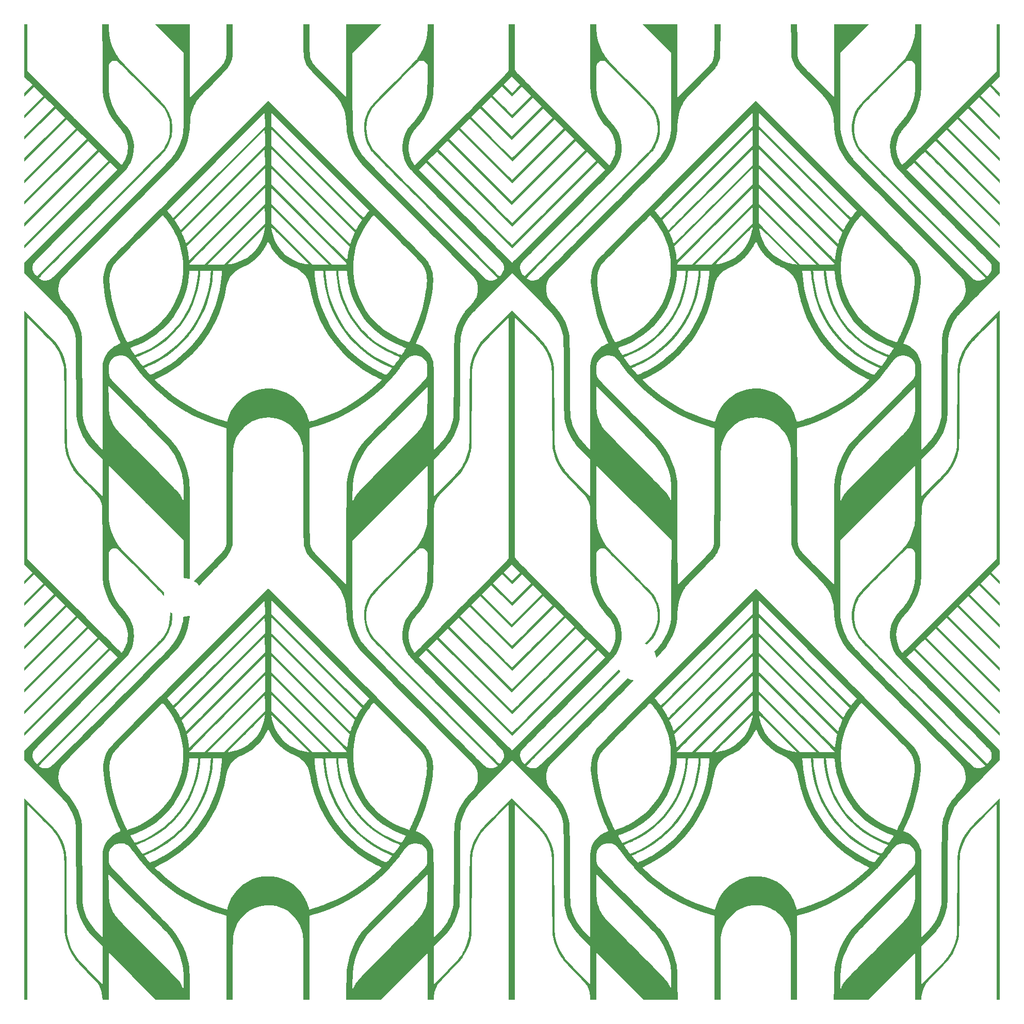
<source format=gbo>
G04 #@! TF.GenerationSoftware,KiCad,Pcbnew,(6.0.5-0)*
G04 #@! TF.CreationDate,2023-02-07T22:36:44+01:00*
G04 #@! TF.ProjectId,awokb_plate,61776f6b-625f-4706-9c61-74652e6b6963,rev?*
G04 #@! TF.SameCoordinates,Original*
G04 #@! TF.FileFunction,Legend,Bot*
G04 #@! TF.FilePolarity,Positive*
%FSLAX46Y46*%
G04 Gerber Fmt 4.6, Leading zero omitted, Abs format (unit mm)*
G04 Created by KiCad (PCBNEW (6.0.5-0)) date 2023-02-07 22:36:44*
%MOMM*%
%LPD*%
G01*
G04 APERTURE LIST*
%ADD10C,0.800000*%
%ADD11C,6.400000*%
G04 APERTURE END LIST*
G36*
X92677353Y-23812274D02*
G01*
X93323091Y-24458902D01*
X93495882Y-24631931D01*
X94386162Y-25522526D01*
X95109145Y-26245159D01*
X95350238Y-26486135D01*
X96899135Y-28033721D01*
X98662055Y-29795149D01*
X100449783Y-31581364D01*
X102239839Y-33369905D01*
X102960670Y-34090126D01*
X103094127Y-33930042D01*
X103146028Y-33859836D01*
X103263001Y-33667867D01*
X103396591Y-33417818D01*
X103533725Y-33136976D01*
X103661326Y-32852629D01*
X103766320Y-32592062D01*
X103835632Y-32382563D01*
X103866376Y-32248957D01*
X103915887Y-31918884D01*
X103947429Y-31538103D01*
X103959423Y-31143286D01*
X103950290Y-30771106D01*
X103918453Y-30458236D01*
X103873249Y-30211612D01*
X103734420Y-29689829D01*
X103536758Y-29202811D01*
X103270291Y-28731727D01*
X102925051Y-28257745D01*
X102491067Y-27762032D01*
X102368989Y-27630790D01*
X101969913Y-27177474D01*
X101633481Y-26747654D01*
X101339732Y-26312379D01*
X101068708Y-25842696D01*
X100800450Y-25309651D01*
X100539024Y-24709767D01*
X100222944Y-23775220D01*
X99998368Y-22796068D01*
X99863007Y-21763656D01*
X99859616Y-21717057D01*
X99850576Y-21516860D01*
X99842219Y-21218400D01*
X99834608Y-20827905D01*
X99827802Y-20351604D01*
X99821861Y-19795725D01*
X99816848Y-19166497D01*
X99812821Y-18470147D01*
X99809843Y-17712904D01*
X99807973Y-16900996D01*
X99807273Y-16040652D01*
X99806722Y-10957984D01*
X100820588Y-10957984D01*
X100822385Y-11344853D01*
X100832247Y-11752047D01*
X100923982Y-12717762D01*
X101112551Y-13641839D01*
X101399032Y-14528795D01*
X101784501Y-15383150D01*
X101787209Y-15388373D01*
X101883229Y-15571077D01*
X101976782Y-15741631D01*
X102072742Y-15905508D01*
X102175983Y-16068179D01*
X102291382Y-16235117D01*
X102423811Y-16411794D01*
X102578145Y-16603682D01*
X102759259Y-16816253D01*
X102972028Y-17054979D01*
X103221325Y-17325333D01*
X103512026Y-17632785D01*
X103849004Y-17982809D01*
X104237134Y-18380877D01*
X104681291Y-18832460D01*
X105186349Y-19343032D01*
X105757183Y-19918063D01*
X106398667Y-20563026D01*
X106947525Y-21115377D01*
X107572804Y-21746922D01*
X108136760Y-22319234D01*
X108637526Y-22830384D01*
X109073238Y-23278441D01*
X109442028Y-23661478D01*
X109742031Y-23977564D01*
X109971381Y-24224769D01*
X110128211Y-24401164D01*
X110210657Y-24504819D01*
X110301576Y-24646817D01*
X110537916Y-25068979D01*
X110762341Y-25539415D01*
X110956007Y-26016712D01*
X111100069Y-26459454D01*
X111149659Y-26646390D01*
X111187883Y-26814852D01*
X111214513Y-26978731D01*
X111231621Y-27160287D01*
X111241277Y-27381780D01*
X111245551Y-27665469D01*
X111245838Y-27774971D01*
X111246516Y-28033614D01*
X111245637Y-28389165D01*
X111241530Y-28675722D01*
X111232122Y-28899217D01*
X111215343Y-29081911D01*
X111189122Y-29246061D01*
X111151387Y-29413929D01*
X111100069Y-29607773D01*
X111054649Y-29762007D01*
X110889680Y-30223789D01*
X110681504Y-30705784D01*
X110449209Y-31165992D01*
X110211880Y-31562408D01*
X110197041Y-31582342D01*
X110114871Y-31677284D01*
X109969354Y-31834781D01*
X109759712Y-32055619D01*
X109485168Y-32340584D01*
X109144944Y-32690463D01*
X108738262Y-33106043D01*
X108264345Y-33588110D01*
X107722415Y-34137449D01*
X107111694Y-34754849D01*
X106431405Y-35441095D01*
X105680771Y-36196974D01*
X104859013Y-37023272D01*
X103965355Y-37920776D01*
X102999017Y-38890273D01*
X101959224Y-39932548D01*
X100845197Y-41048388D01*
X99656158Y-42238580D01*
X98676063Y-43219360D01*
X97700167Y-44196022D01*
X96794684Y-45102360D01*
X95957008Y-45941032D01*
X95184535Y-46714696D01*
X94474659Y-47426008D01*
X93824774Y-48077626D01*
X93232275Y-48672209D01*
X92694557Y-49212413D01*
X92209015Y-49700898D01*
X91773043Y-50140319D01*
X91384036Y-50533335D01*
X91039389Y-50882603D01*
X90736496Y-51190782D01*
X90472752Y-51460528D01*
X90245551Y-51694500D01*
X90052289Y-51895355D01*
X89890360Y-52065750D01*
X89757159Y-52208344D01*
X89650081Y-52325794D01*
X89566519Y-52420758D01*
X89503869Y-52495893D01*
X89459526Y-52553856D01*
X89430884Y-52597307D01*
X89415337Y-52628902D01*
X89410282Y-52651299D01*
X89413111Y-52667155D01*
X89421221Y-52679129D01*
X89596644Y-52821164D01*
X89870644Y-52943692D01*
X90191054Y-53013799D01*
X90531017Y-53028406D01*
X90863679Y-52984431D01*
X91162185Y-52878796D01*
X91188693Y-52863099D01*
X91242872Y-52823608D01*
X91318120Y-52761971D01*
X91417021Y-52675641D01*
X91542158Y-52562071D01*
X91696113Y-52418714D01*
X91881469Y-52243025D01*
X92100807Y-52032457D01*
X92356712Y-51784464D01*
X92651766Y-51496498D01*
X92988551Y-51166014D01*
X93369650Y-50790464D01*
X93797645Y-50367304D01*
X94275120Y-49893985D01*
X94804657Y-49367962D01*
X95388838Y-48786688D01*
X96030246Y-48147617D01*
X96731464Y-47448202D01*
X97495075Y-46685896D01*
X98323661Y-45858154D01*
X99219804Y-44962429D01*
X100186088Y-43996174D01*
X101225095Y-42956843D01*
X102224814Y-41956467D01*
X103238813Y-40941310D01*
X104181310Y-39997165D01*
X105054479Y-39121828D01*
X105860495Y-38313095D01*
X106601534Y-37568762D01*
X107279770Y-36886626D01*
X107897378Y-36264483D01*
X108456532Y-35700129D01*
X108959409Y-35191360D01*
X109408183Y-34735973D01*
X109805028Y-34331764D01*
X110152120Y-33976529D01*
X110451633Y-33668065D01*
X110705743Y-33404168D01*
X110916623Y-33182633D01*
X111086450Y-33001258D01*
X111217398Y-32857838D01*
X111311642Y-32750170D01*
X111371357Y-32676051D01*
X111673286Y-32248142D01*
X112152700Y-31446849D01*
X112534985Y-30622002D01*
X112826304Y-29761255D01*
X112861330Y-29636486D01*
X112904613Y-29479465D01*
X112943288Y-29330602D01*
X112977616Y-29183515D01*
X113007855Y-29031823D01*
X113034265Y-28869142D01*
X113057104Y-28689090D01*
X113076632Y-28485286D01*
X113093108Y-28251346D01*
X113106792Y-27980889D01*
X113117942Y-27667533D01*
X113126818Y-27304894D01*
X113133678Y-26886591D01*
X113138784Y-26406241D01*
X113142392Y-25857462D01*
X113144763Y-25233872D01*
X113146156Y-24529089D01*
X113146830Y-23736730D01*
X113147045Y-22850413D01*
X113147059Y-21863755D01*
X113147059Y-15627551D01*
X110812727Y-13292767D01*
X108478396Y-10957984D01*
X114160924Y-10957984D01*
X114161551Y-16974475D01*
X114162178Y-22990967D01*
X116873527Y-20269538D01*
X117370293Y-19770730D01*
X117822536Y-19315930D01*
X118210198Y-18924868D01*
X118538855Y-18591548D01*
X118814082Y-18309976D01*
X119041455Y-18074154D01*
X119226548Y-17878088D01*
X119374938Y-17715782D01*
X119492198Y-17581239D01*
X119583905Y-17468465D01*
X119655633Y-17371463D01*
X119712959Y-17284237D01*
X119761456Y-17200793D01*
X119806701Y-17115133D01*
X119850780Y-17028678D01*
X119927296Y-16872873D01*
X119991314Y-16726953D01*
X120043952Y-16580318D01*
X120086327Y-16422368D01*
X120119557Y-16242501D01*
X120144759Y-16030117D01*
X120163051Y-15774614D01*
X120175550Y-15465393D01*
X120183374Y-15091853D01*
X120187640Y-14643392D01*
X120189465Y-14109411D01*
X120189967Y-13479307D01*
X120190756Y-10957984D01*
X121209996Y-10957984D01*
X121192773Y-13692752D01*
X121191760Y-13853257D01*
X121187906Y-14438882D01*
X121184108Y-14930014D01*
X121179919Y-15336456D01*
X121174889Y-15668014D01*
X121168569Y-15934489D01*
X121160512Y-16145687D01*
X121150269Y-16311411D01*
X121137390Y-16441464D01*
X121121429Y-16545651D01*
X121101935Y-16633775D01*
X121078461Y-16715641D01*
X121050558Y-16801051D01*
X120930138Y-17124755D01*
X120689589Y-17635282D01*
X120414410Y-18081723D01*
X120354455Y-18154282D01*
X120222004Y-18300855D01*
X120027913Y-18508660D01*
X119779479Y-18770107D01*
X119483997Y-19077609D01*
X119148764Y-19423577D01*
X118781075Y-19800421D01*
X118388226Y-20200554D01*
X117977512Y-20616387D01*
X117936412Y-20657879D01*
X117436744Y-21163164D01*
X117005777Y-21601416D01*
X116637015Y-21980255D01*
X116323961Y-22307300D01*
X116060117Y-22590173D01*
X115838987Y-22836492D01*
X115654072Y-23053878D01*
X115498877Y-23249951D01*
X115366904Y-23432329D01*
X115251655Y-23608634D01*
X115146634Y-23786485D01*
X115045344Y-23973503D01*
X114941288Y-24177306D01*
X114836373Y-24393753D01*
X114640323Y-24853200D01*
X114484105Y-25314764D01*
X114363016Y-25799115D01*
X114272354Y-26326924D01*
X114207414Y-26918860D01*
X114163494Y-27595595D01*
X114154023Y-27777679D01*
X114108804Y-28392355D01*
X114043875Y-28936962D01*
X113954468Y-29439660D01*
X113835815Y-29928604D01*
X113683145Y-30431954D01*
X113488334Y-30975584D01*
X113150449Y-31741702D01*
X112743548Y-32475765D01*
X112251190Y-33209664D01*
X112210830Y-33258929D01*
X112086841Y-33395869D01*
X111887745Y-33607179D01*
X111613976Y-33892418D01*
X111265970Y-34251145D01*
X110844160Y-34682921D01*
X110348983Y-35187304D01*
X109780874Y-35763855D01*
X109140265Y-36412132D01*
X108427594Y-37131696D01*
X107643294Y-37922106D01*
X106787801Y-38782921D01*
X105861549Y-39713702D01*
X104864973Y-40714007D01*
X103798508Y-41783396D01*
X102662589Y-42921429D01*
X102492503Y-43091776D01*
X101661510Y-43924429D01*
X100850008Y-44738178D01*
X100061293Y-45529696D01*
X99298656Y-46295658D01*
X98565391Y-47032737D01*
X97864793Y-47737608D01*
X97200154Y-48406945D01*
X96574767Y-49037420D01*
X95991928Y-49625709D01*
X95454928Y-50168485D01*
X94967062Y-50662423D01*
X94531623Y-51104195D01*
X94151904Y-51490477D01*
X93831200Y-51817941D01*
X93572802Y-52083263D01*
X93380006Y-52283116D01*
X93256104Y-52414173D01*
X93204390Y-52473110D01*
X93161389Y-52538518D01*
X92895690Y-53006842D01*
X92717672Y-53466007D01*
X92618310Y-53945337D01*
X92588578Y-54474160D01*
X92600216Y-54774800D01*
X92671346Y-55250273D01*
X92813571Y-55694816D01*
X93034353Y-56124823D01*
X93341155Y-56556687D01*
X93741438Y-57006801D01*
X93942317Y-57217923D01*
X94165346Y-57458974D01*
X94367502Y-57683791D01*
X94521647Y-57862605D01*
X94824849Y-58252556D01*
X95321271Y-59019552D01*
X95743593Y-59853428D01*
X96086575Y-60743215D01*
X96344973Y-61677941D01*
X96361995Y-61754592D01*
X96378199Y-61833136D01*
X96392677Y-61915018D01*
X96405568Y-62006321D01*
X96417007Y-62113126D01*
X96427130Y-62241514D01*
X96436074Y-62397566D01*
X96443975Y-62587363D01*
X96450969Y-62816988D01*
X96457193Y-63092521D01*
X96462782Y-63420043D01*
X96467874Y-63805636D01*
X96472604Y-64255381D01*
X96477108Y-64775360D01*
X96481523Y-65371653D01*
X96485985Y-66050342D01*
X96490631Y-66817508D01*
X96495597Y-67679233D01*
X96501018Y-68641597D01*
X96505080Y-69351415D01*
X96510623Y-70266250D01*
X96516031Y-71084140D01*
X96521402Y-71810807D01*
X96526834Y-72451974D01*
X96532426Y-73013364D01*
X96538276Y-73500700D01*
X96544482Y-73919703D01*
X96551143Y-74276098D01*
X96558356Y-74575607D01*
X96566220Y-74823953D01*
X96574834Y-75026858D01*
X96584294Y-75190045D01*
X96594701Y-75319238D01*
X96606151Y-75420158D01*
X96618744Y-75498530D01*
X96745062Y-76077600D01*
X96968374Y-76837736D01*
X97251905Y-77543472D01*
X97604361Y-78210693D01*
X98034447Y-78855287D01*
X98550868Y-79493138D01*
X99162330Y-80140133D01*
X99806722Y-80779635D01*
X99808370Y-73976897D01*
X99808637Y-73435309D01*
X99809699Y-72539517D01*
X99811488Y-71686502D01*
X99813963Y-70882076D01*
X99816290Y-70322479D01*
X100813865Y-70322479D01*
X100838033Y-72403572D01*
X100841584Y-72696439D01*
X100849383Y-73225398D01*
X100858897Y-73667097D01*
X100871380Y-74034628D01*
X100888087Y-74341084D01*
X100910273Y-74599557D01*
X100939194Y-74823140D01*
X100976102Y-75024924D01*
X101022255Y-75218002D01*
X101078906Y-75415466D01*
X101147310Y-75630409D01*
X101214800Y-75818153D01*
X101374348Y-76192635D01*
X101568548Y-76588637D01*
X101777381Y-76966392D01*
X101980826Y-77286135D01*
X101998000Y-77308649D01*
X102096885Y-77422281D01*
X102267345Y-77606765D01*
X102506271Y-77858923D01*
X102810553Y-78175574D01*
X103177083Y-78553538D01*
X103602751Y-78989636D01*
X104084448Y-79480687D01*
X104619065Y-80023512D01*
X105203492Y-80614931D01*
X105834620Y-81251763D01*
X106509339Y-81930829D01*
X106910953Y-82334082D01*
X107224541Y-82648950D01*
X107879821Y-83306347D01*
X108550800Y-83980065D01*
X109153714Y-84586328D01*
X109692524Y-85129343D01*
X110171187Y-85613317D01*
X110593665Y-86042457D01*
X110963917Y-86420969D01*
X111285901Y-86753059D01*
X111563578Y-87042936D01*
X111800907Y-87294804D01*
X112001849Y-87512872D01*
X112170361Y-87701345D01*
X112310404Y-87864430D01*
X112425938Y-88006335D01*
X112520921Y-88131265D01*
X112599314Y-88243428D01*
X112665076Y-88347030D01*
X112722166Y-88446278D01*
X112774545Y-88545378D01*
X112823860Y-88645079D01*
X112926202Y-88864632D01*
X113019926Y-89078992D01*
X113142547Y-89372479D01*
X113143761Y-87985084D01*
X113143040Y-87672009D01*
X113135086Y-87125419D01*
X113117023Y-86653000D01*
X113087124Y-86233346D01*
X113043661Y-85845048D01*
X112984908Y-85466698D01*
X112909138Y-85076891D01*
X112667135Y-84134105D01*
X112298754Y-83101728D01*
X111829399Y-82098313D01*
X111260959Y-81127850D01*
X110595327Y-80194328D01*
X110528633Y-80118029D01*
X110388509Y-79967875D01*
X110182252Y-79751975D01*
X109914756Y-79475304D01*
X109590913Y-79142840D01*
X109215614Y-78759556D01*
X108793753Y-78330431D01*
X108330221Y-77860439D01*
X107829911Y-77354556D01*
X107297715Y-76817759D01*
X106738526Y-76255023D01*
X106157236Y-75671324D01*
X105558737Y-75071639D01*
X100813865Y-70322479D01*
X99816290Y-70322479D01*
X99817082Y-70132054D01*
X99820803Y-69442248D01*
X99825084Y-68818471D01*
X99829883Y-68266537D01*
X99835158Y-67792259D01*
X99835434Y-67773383D01*
X100829663Y-67773383D01*
X100840384Y-68085568D01*
X100869688Y-68346125D01*
X100869839Y-68346994D01*
X100886201Y-68443953D01*
X100902132Y-68532551D01*
X100921412Y-68616991D01*
X100947826Y-68701477D01*
X100985155Y-68790211D01*
X101037183Y-68887399D01*
X101107691Y-68997242D01*
X101200463Y-69123945D01*
X101319281Y-69271710D01*
X101467927Y-69444742D01*
X101650185Y-69647244D01*
X101869837Y-69883418D01*
X102130665Y-70157470D01*
X102436453Y-70473602D01*
X102790982Y-70836017D01*
X103198036Y-71248919D01*
X103661397Y-71716512D01*
X104184848Y-72242999D01*
X104772170Y-72832583D01*
X105427148Y-73489468D01*
X106153563Y-74217857D01*
X106455075Y-74520369D01*
X107133376Y-75202073D01*
X107776259Y-75849801D01*
X108380060Y-76459807D01*
X108941113Y-77028343D01*
X109455753Y-77551661D01*
X109920316Y-78026015D01*
X110331137Y-78447657D01*
X110684550Y-78812839D01*
X110976891Y-79117816D01*
X111204494Y-79358838D01*
X111363695Y-79532160D01*
X111450829Y-79634034D01*
X111621055Y-79859848D01*
X112289061Y-80846181D01*
X112854217Y-81859183D01*
X113317377Y-82900724D01*
X113679396Y-83972670D01*
X113941129Y-85076891D01*
X113972778Y-85243614D01*
X114019709Y-85488372D01*
X114059400Y-85692533D01*
X114085633Y-85823950D01*
X114088322Y-85855998D01*
X114092975Y-85991180D01*
X114097845Y-86223717D01*
X114102884Y-86547772D01*
X114108045Y-86957507D01*
X114113280Y-87447086D01*
X114118303Y-87985084D01*
X114118542Y-88010671D01*
X114123783Y-88642423D01*
X114128957Y-89336507D01*
X114134015Y-90087084D01*
X114138911Y-90888317D01*
X114143597Y-91734368D01*
X114148025Y-92619400D01*
X114152149Y-93537576D01*
X114155921Y-94483058D01*
X114160357Y-95669118D01*
X114187605Y-102955401D01*
X116860995Y-100272764D01*
X117202462Y-99929991D01*
X117697166Y-99432491D01*
X118125119Y-99000157D01*
X118491778Y-98626693D01*
X118802595Y-98305800D01*
X119063024Y-98031182D01*
X119278519Y-97796541D01*
X119454535Y-97595581D01*
X119596523Y-97422004D01*
X119709940Y-97269512D01*
X119800238Y-97131810D01*
X119872871Y-97002598D01*
X119933293Y-96875581D01*
X119986958Y-96744462D01*
X120039319Y-96602941D01*
X120164075Y-96256093D01*
X120178134Y-86748428D01*
X120192192Y-77240764D01*
X119884646Y-77155242D01*
X119390011Y-77012185D01*
X118175642Y-76616916D01*
X116956619Y-76160720D01*
X115760507Y-75654971D01*
X114614869Y-75111040D01*
X113547269Y-74540302D01*
X113496108Y-74511099D01*
X112077306Y-73638126D01*
X110710005Y-72673908D01*
X109399693Y-71623411D01*
X108151853Y-70491599D01*
X107001956Y-69314140D01*
X108393140Y-69314140D01*
X108942473Y-69846357D01*
X109075789Y-69974470D01*
X110227263Y-71001725D01*
X111457898Y-71966534D01*
X112757078Y-72862839D01*
X114114185Y-73684582D01*
X115518603Y-74425702D01*
X116959713Y-75080142D01*
X118426901Y-75641843D01*
X119909547Y-76104747D01*
X120295354Y-76211520D01*
X120352695Y-75988428D01*
X120614487Y-75160582D01*
X120965430Y-74381888D01*
X121403099Y-73664653D01*
X121928747Y-73006832D01*
X122543624Y-72406379D01*
X122984661Y-72054984D01*
X123683338Y-71607778D01*
X124424224Y-71252484D01*
X125198201Y-70990282D01*
X125996154Y-70822353D01*
X126808964Y-70749876D01*
X127627516Y-70774031D01*
X128442692Y-70895997D01*
X129245375Y-71116954D01*
X130026449Y-71438082D01*
X130427693Y-71652228D01*
X131079586Y-72087066D01*
X131689883Y-72602506D01*
X132242752Y-73182964D01*
X132722364Y-73812853D01*
X133112885Y-74476590D01*
X133135690Y-74522884D01*
X133232949Y-74738581D01*
X133338161Y-74994823D01*
X133442973Y-75268510D01*
X133539033Y-75536547D01*
X133617989Y-75775834D01*
X133671487Y-75963276D01*
X133691176Y-76075773D01*
X133695425Y-76115538D01*
X133731604Y-76184234D01*
X133752585Y-76185756D01*
X133862545Y-76165468D01*
X134049286Y-76117973D01*
X134296610Y-76048250D01*
X134588321Y-75961281D01*
X134908223Y-75862043D01*
X135240118Y-75755517D01*
X135567810Y-75646682D01*
X135875102Y-75540518D01*
X136145798Y-75442004D01*
X136696602Y-75228145D01*
X138227580Y-74561793D01*
X139692370Y-73813508D01*
X141096388Y-72979923D01*
X142445047Y-72057666D01*
X143743762Y-71043370D01*
X144997949Y-69933665D01*
X145659133Y-69312779D01*
X145067337Y-69035061D01*
X144759291Y-68886964D01*
X144067988Y-68526904D01*
X143368345Y-68122135D01*
X142629201Y-67655020D01*
X141628619Y-66954428D01*
X140505684Y-66050469D01*
X139455040Y-65071572D01*
X138480142Y-64022423D01*
X137584448Y-62907709D01*
X136771413Y-61732119D01*
X136044493Y-60500338D01*
X135407145Y-59217055D01*
X134862823Y-57886956D01*
X134414985Y-56514729D01*
X134397487Y-56453322D01*
X134317149Y-56161990D01*
X134242715Y-55872868D01*
X134170212Y-55568054D01*
X134095667Y-55229645D01*
X134015108Y-54839739D01*
X133924561Y-54380433D01*
X133820054Y-53833824D01*
X133681497Y-53333430D01*
X133460751Y-52826215D01*
X133175303Y-52346938D01*
X132842431Y-51929259D01*
X132651098Y-51734720D01*
X132354189Y-51476767D01*
X132252357Y-51405883D01*
X134637173Y-51405883D01*
X134674508Y-52032878D01*
X134754403Y-52977826D01*
X134961972Y-54388568D01*
X135272985Y-55781026D01*
X135685481Y-57145289D01*
X136056193Y-58134528D01*
X136634800Y-59418272D01*
X137303227Y-60648435D01*
X138057954Y-61821078D01*
X138895466Y-62932266D01*
X139812243Y-63978060D01*
X140804770Y-64954524D01*
X141869527Y-65857720D01*
X143002998Y-66683711D01*
X144201666Y-67428560D01*
X145462012Y-68088330D01*
X145551655Y-68130887D01*
X145806130Y-68249074D01*
X146028780Y-68348788D01*
X146198235Y-68420600D01*
X146293126Y-68455081D01*
X146356969Y-68461010D01*
X146426649Y-68435623D01*
X146515059Y-68365317D01*
X146638167Y-68237277D01*
X146811940Y-68038688D01*
X146890565Y-67947162D01*
X147080907Y-67724504D01*
X147210545Y-67566012D01*
X147285398Y-67458532D01*
X147311389Y-67388909D01*
X147294437Y-67343988D01*
X147240464Y-67310616D01*
X147155391Y-67275637D01*
X146837651Y-67142818D01*
X145590999Y-66551929D01*
X144406272Y-65877153D01*
X143286571Y-65122591D01*
X142234997Y-64292340D01*
X141254652Y-63390499D01*
X140348636Y-62421167D01*
X139520051Y-61388443D01*
X138771998Y-60296426D01*
X138107579Y-59149213D01*
X137529894Y-57950904D01*
X137042045Y-56705598D01*
X136647134Y-55417392D01*
X136348260Y-54090386D01*
X136148527Y-52728679D01*
X136137726Y-52623755D01*
X136114407Y-52356822D01*
X136098062Y-52110825D01*
X136091708Y-51928259D01*
X136091262Y-51753981D01*
X136081838Y-51600880D01*
X136047313Y-51500769D01*
X135971373Y-51442430D01*
X135837701Y-51414648D01*
X135629982Y-51406204D01*
X135331901Y-51405883D01*
X136424894Y-51405883D01*
X136447600Y-51766072D01*
X136511606Y-52542720D01*
X136699594Y-53896284D01*
X136982926Y-55205825D01*
X137363043Y-56476578D01*
X137841388Y-57713781D01*
X138419405Y-58922669D01*
X139015206Y-59965656D01*
X139758643Y-61068698D01*
X140583259Y-62109592D01*
X141483502Y-63083219D01*
X142453819Y-63984461D01*
X143488659Y-64808200D01*
X144582469Y-65549317D01*
X145729696Y-66202695D01*
X146924790Y-66763215D01*
X147071029Y-66824216D01*
X147281779Y-66910102D01*
X147448161Y-66975461D01*
X147543292Y-67009586D01*
X147579921Y-67013480D01*
X147637094Y-66991004D01*
X147711848Y-66925949D01*
X147814816Y-66806914D01*
X147956631Y-66622498D01*
X148147926Y-66361300D01*
X148249740Y-66220009D01*
X148406061Y-66000419D01*
X148532153Y-65819910D01*
X148617107Y-65694181D01*
X148650012Y-65638927D01*
X148635222Y-65623751D01*
X148540687Y-65571638D01*
X148373111Y-65492960D01*
X148149109Y-65395373D01*
X147885294Y-65286533D01*
X147401020Y-65083615D01*
X146302261Y-64555433D01*
X145275602Y-63959128D01*
X144307491Y-63285614D01*
X143384382Y-62525807D01*
X142492724Y-61670622D01*
X142008595Y-61148849D01*
X141209035Y-60166765D01*
X140497483Y-59127236D01*
X139876063Y-58035068D01*
X139346900Y-56895067D01*
X138912120Y-55712038D01*
X138573847Y-54490786D01*
X138334207Y-53236117D01*
X138195325Y-51952836D01*
X138158273Y-51405883D01*
X138532437Y-51405883D01*
X138568911Y-51926156D01*
X138577290Y-52039951D01*
X138727989Y-53318340D01*
X138980085Y-54563601D01*
X139333259Y-55774901D01*
X139787196Y-56951409D01*
X140341577Y-58092294D01*
X140996085Y-59196723D01*
X141750402Y-60263866D01*
X141761276Y-60277976D01*
X141992921Y-60558662D01*
X142287571Y-60887324D01*
X142626622Y-61245488D01*
X142991471Y-61614680D01*
X143363514Y-61976425D01*
X143724146Y-62312248D01*
X144054765Y-62603675D01*
X144336764Y-62832232D01*
X144927336Y-63261150D01*
X145935670Y-63908931D01*
X146963299Y-64467034D01*
X147995725Y-64927156D01*
X148298068Y-65047757D01*
X148538488Y-65138905D01*
X148713696Y-65188877D01*
X148842022Y-65194517D01*
X148941800Y-65152666D01*
X149031362Y-65060167D01*
X149129040Y-64913864D01*
X149253169Y-64710599D01*
X149372014Y-64517408D01*
X149486227Y-64331002D01*
X149569575Y-64194124D01*
X149609450Y-64127411D01*
X149575684Y-64085526D01*
X149447371Y-64016364D01*
X149232025Y-63923700D01*
X148937269Y-63811121D01*
X148533475Y-63654770D01*
X147623159Y-63242036D01*
X146720328Y-62753442D01*
X145854987Y-62205959D01*
X145057143Y-61616558D01*
X144952956Y-61531061D01*
X144637900Y-61255319D01*
X144289584Y-60930407D01*
X143931329Y-60579495D01*
X143586450Y-60225752D01*
X143278266Y-59892348D01*
X143030096Y-59602450D01*
X142711638Y-59191460D01*
X142060224Y-58232203D01*
X141483076Y-57210837D01*
X140988284Y-56144008D01*
X140583940Y-55048363D01*
X140278133Y-53940547D01*
X140275793Y-53930271D01*
X140222290Y-53669273D01*
X140166607Y-53355428D01*
X140112511Y-53015003D01*
X140063768Y-52674262D01*
X140024146Y-52359473D01*
X139997412Y-52096902D01*
X139987332Y-51912815D01*
X139986683Y-51746786D01*
X139977089Y-51597231D01*
X139942480Y-51499296D01*
X139866523Y-51442088D01*
X139732884Y-51414711D01*
X139525228Y-51406274D01*
X139227221Y-51405883D01*
X138532437Y-51405883D01*
X138158273Y-51405883D01*
X136424894Y-51405883D01*
X135331901Y-51405883D01*
X134637173Y-51405883D01*
X132252357Y-51405883D01*
X132027812Y-51249580D01*
X131646827Y-51036329D01*
X131186096Y-50820181D01*
X131153105Y-50805631D01*
X130949083Y-50701628D01*
X140978158Y-50701628D01*
X140980139Y-51241341D01*
X140996679Y-51762557D01*
X141027777Y-52236200D01*
X141073431Y-52633194D01*
X141258031Y-53621730D01*
X141565953Y-54766891D01*
X141967400Y-55860825D01*
X142462737Y-56904290D01*
X143052333Y-57898042D01*
X143736552Y-58842839D01*
X144515763Y-59739437D01*
X144556877Y-59782562D01*
X145244226Y-60436154D01*
X146014290Y-61055808D01*
X146846254Y-61628218D01*
X147719304Y-62140080D01*
X148612626Y-62578088D01*
X149505406Y-62928938D01*
X149532212Y-62938102D01*
X149769691Y-63018935D01*
X149964952Y-63084804D01*
X150098422Y-63129140D01*
X150150529Y-63145378D01*
X150151339Y-63145146D01*
X150184844Y-63092784D01*
X150254219Y-62959315D01*
X150352350Y-62760040D01*
X150472121Y-62510258D01*
X150606420Y-62225269D01*
X150748130Y-61920374D01*
X150890139Y-61610873D01*
X151025331Y-61312064D01*
X151146592Y-61039249D01*
X151246808Y-60807727D01*
X151318865Y-60632799D01*
X151853833Y-59153314D01*
X152322781Y-57572889D01*
X152690316Y-55977689D01*
X152959111Y-54357477D01*
X152975911Y-54229437D01*
X153042749Y-53597335D01*
X153069614Y-53042862D01*
X153055288Y-52547567D01*
X152998555Y-52092996D01*
X152898197Y-51660698D01*
X152752998Y-51232220D01*
X152709790Y-51122608D01*
X152654449Y-50990512D01*
X152594912Y-50862964D01*
X152526714Y-50734975D01*
X152445389Y-50601554D01*
X152346471Y-50457715D01*
X152225494Y-50298466D01*
X152077992Y-50118819D01*
X151899500Y-49913785D01*
X151685551Y-49678375D01*
X151431680Y-49407599D01*
X151133420Y-49096468D01*
X150786307Y-48739994D01*
X150385873Y-48333186D01*
X149927654Y-47871056D01*
X149407183Y-47348615D01*
X148819994Y-46760873D01*
X148161622Y-46102842D01*
X144322633Y-42267238D01*
X143885712Y-42794439D01*
X143846518Y-42841969D01*
X143681625Y-43062957D01*
X143157746Y-43765052D01*
X142556749Y-44746874D01*
X142391100Y-45082563D01*
X142045665Y-45782592D01*
X141626632Y-46867366D01*
X141463158Y-47435514D01*
X141301787Y-47996351D01*
X141073269Y-49164706D01*
X141059585Y-49262266D01*
X141017880Y-49683014D01*
X140990738Y-50172493D01*
X140987741Y-50298549D01*
X140985491Y-50393204D01*
X140978158Y-50701628D01*
X130949083Y-50701628D01*
X130333911Y-50388035D01*
X129582957Y-49893636D01*
X128904866Y-49326758D01*
X128304259Y-48691727D01*
X127785759Y-47992868D01*
X127353989Y-47234505D01*
X127332292Y-47190511D01*
X127218361Y-46963761D01*
X127122122Y-46779091D01*
X127053147Y-46654509D01*
X127021008Y-46608024D01*
X127005404Y-46624707D01*
X126950734Y-46717692D01*
X126869320Y-46874230D01*
X126772196Y-47073673D01*
X126626438Y-47364546D01*
X126252520Y-47987106D01*
X125803258Y-48581231D01*
X125263413Y-49168069D01*
X125030238Y-49396191D01*
X124747911Y-49654005D01*
X124469854Y-49881883D01*
X124178782Y-50091271D01*
X123857410Y-50293621D01*
X123488455Y-50500379D01*
X123237548Y-50629132D01*
X123054631Y-50722996D01*
X122538655Y-50972921D01*
X122321358Y-51079781D01*
X121916068Y-51307594D01*
X121777267Y-51405883D01*
X121577579Y-51547287D01*
X121279557Y-51818815D01*
X120995669Y-52142132D01*
X120977275Y-52165162D01*
X120803519Y-52397390D01*
X120655603Y-52629796D01*
X120528038Y-52877494D01*
X120415334Y-53155599D01*
X120312003Y-53479224D01*
X120212553Y-53863485D01*
X120111497Y-54323496D01*
X120003345Y-54874370D01*
X119821977Y-55719963D01*
X119456508Y-57029247D01*
X118992829Y-58326513D01*
X118435934Y-59599620D01*
X117790818Y-60836427D01*
X117062473Y-62024790D01*
X117061830Y-62025760D01*
X116544514Y-62770714D01*
X116007901Y-63467906D01*
X115426440Y-64148833D01*
X114774580Y-64844991D01*
X114199374Y-65417118D01*
X113293164Y-66240687D01*
X112368233Y-66983022D01*
X111404151Y-67659092D01*
X110380487Y-68283861D01*
X109276807Y-68872298D01*
X108393140Y-69314140D01*
X107001956Y-69314140D01*
X106971972Y-69283437D01*
X105865535Y-68003890D01*
X105350226Y-67328868D01*
X106696761Y-67328868D01*
X106708580Y-67396214D01*
X106782601Y-67516924D01*
X106923294Y-67698316D01*
X107135129Y-67947708D01*
X107149791Y-67964503D01*
X107322800Y-68156465D01*
X107475115Y-68314822D01*
X107590729Y-68423555D01*
X107653638Y-68466646D01*
X107671174Y-68466167D01*
X107782527Y-68434064D01*
X107966753Y-68361377D01*
X108207830Y-68255677D01*
X108489738Y-68124537D01*
X108796455Y-67975529D01*
X109111961Y-67816224D01*
X109420233Y-67654195D01*
X109705252Y-67497013D01*
X109937154Y-67363670D01*
X110842010Y-66806831D01*
X111678162Y-66226865D01*
X112470959Y-65604156D01*
X113245750Y-64919087D01*
X114027884Y-64152043D01*
X114644970Y-63492227D01*
X115428371Y-62557626D01*
X116131959Y-61590519D01*
X116771361Y-60568969D01*
X117362202Y-59471038D01*
X117511462Y-59166512D01*
X118013147Y-58032692D01*
X118432294Y-56888133D01*
X118772908Y-55717684D01*
X119038994Y-54506193D01*
X119234558Y-53238507D01*
X119363603Y-51899475D01*
X119398348Y-51405883D01*
X117949580Y-51405883D01*
X117949580Y-51720397D01*
X117947601Y-51869952D01*
X117916629Y-52398486D01*
X117851200Y-52996337D01*
X117755321Y-53640935D01*
X117633004Y-54309708D01*
X117488257Y-54980087D01*
X117325090Y-55629500D01*
X117147513Y-56235377D01*
X116994678Y-56690328D01*
X116560251Y-57792505D01*
X116039933Y-58891465D01*
X115445708Y-59964873D01*
X114789560Y-60990395D01*
X114083473Y-61945698D01*
X113965335Y-62089356D01*
X113691905Y-62400636D01*
X113365444Y-62752052D01*
X113003429Y-63126275D01*
X112623339Y-63505980D01*
X112242651Y-63873841D01*
X111878843Y-64212530D01*
X111549392Y-64504720D01*
X111271776Y-64733087D01*
X110397399Y-65372414D01*
X109424238Y-66000849D01*
X108440358Y-66553644D01*
X107467401Y-67017803D01*
X107399495Y-67047067D01*
X107157702Y-67149262D01*
X106954800Y-67231975D01*
X106810380Y-67287358D01*
X106744034Y-67307563D01*
X106742674Y-67307570D01*
X106696761Y-67328868D01*
X105350226Y-67328868D01*
X104838028Y-66657922D01*
X104628045Y-66370805D01*
X104414667Y-66099841D01*
X104228034Y-65893507D01*
X104053119Y-65736980D01*
X103874896Y-65615440D01*
X103843565Y-65599281D01*
X105383428Y-65599281D01*
X105388972Y-65624324D01*
X105443602Y-65724816D01*
X105546022Y-65885617D01*
X105686152Y-66091158D01*
X105853911Y-66325872D01*
X105958933Y-66468551D01*
X106121396Y-66684342D01*
X106257116Y-66858525D01*
X106354273Y-66976063D01*
X106401048Y-67021919D01*
X106417774Y-67021429D01*
X106518002Y-66994569D01*
X106680523Y-66937881D01*
X106879616Y-66860064D01*
X108003386Y-66351428D01*
X109178629Y-65708794D01*
X110300733Y-64976823D01*
X111363656Y-64160189D01*
X112361355Y-63263561D01*
X113287788Y-62291612D01*
X114136913Y-61249014D01*
X114704411Y-60444025D01*
X115375946Y-59339932D01*
X115966302Y-58184303D01*
X116471388Y-56988173D01*
X116887118Y-55762574D01*
X117209403Y-54518538D01*
X117434153Y-53267099D01*
X117557281Y-52019287D01*
X117592315Y-51405883D01*
X116730401Y-51405883D01*
X116619208Y-51405952D01*
X116326992Y-51407573D01*
X116121711Y-51412589D01*
X115988283Y-51422633D01*
X115911627Y-51439337D01*
X115876661Y-51464337D01*
X115868305Y-51499265D01*
X115864604Y-51572634D01*
X115852789Y-51733834D01*
X115834799Y-51953521D01*
X115812631Y-52206303D01*
X115658097Y-53421433D01*
X115397313Y-54689347D01*
X115040628Y-55915375D01*
X114590411Y-57095848D01*
X114049027Y-58227100D01*
X113418844Y-59305461D01*
X112702228Y-60327265D01*
X111901546Y-61288844D01*
X111019165Y-62186530D01*
X110057453Y-63016654D01*
X109018775Y-63775550D01*
X107905499Y-64459549D01*
X107729176Y-64555165D01*
X107399478Y-64722605D01*
X107030145Y-64899738D01*
X106647876Y-65074465D01*
X106279369Y-65234689D01*
X105951324Y-65368312D01*
X105690438Y-65463237D01*
X105577389Y-65503191D01*
X105445899Y-65559145D01*
X105383428Y-65599281D01*
X103843565Y-65599281D01*
X103678338Y-65514064D01*
X103389684Y-65408511D01*
X102961606Y-65337908D01*
X102534878Y-65359038D01*
X102124516Y-65465785D01*
X101745533Y-65652032D01*
X101412943Y-65911664D01*
X101141762Y-66238565D01*
X100947002Y-66626620D01*
X100944490Y-66633664D01*
X100894938Y-66839712D01*
X100858345Y-67119191D01*
X100836118Y-67440836D01*
X100829663Y-67773383D01*
X99835434Y-67773383D01*
X99840867Y-67401450D01*
X99846969Y-67099924D01*
X99853422Y-66893493D01*
X99860183Y-66787972D01*
X99874627Y-66686150D01*
X100025023Y-66047636D01*
X100272650Y-65452969D01*
X100616979Y-64903197D01*
X101057486Y-64399370D01*
X101266981Y-64202079D01*
X101448405Y-64055996D01*
X104429572Y-64055996D01*
X104446816Y-64125352D01*
X104511212Y-64263530D01*
X104613526Y-64452227D01*
X104744524Y-64673142D01*
X104764937Y-64706271D01*
X104897200Y-64920616D01*
X105005802Y-65096098D01*
X105079990Y-65215372D01*
X105109011Y-65261093D01*
X105127794Y-65257018D01*
X105226403Y-65225085D01*
X105389970Y-65168228D01*
X105596428Y-65094009D01*
X105978652Y-64948845D01*
X107123252Y-64440538D01*
X108211136Y-63845124D01*
X109238529Y-63167321D01*
X110201656Y-62411850D01*
X111096741Y-61583429D01*
X111920010Y-60686777D01*
X112667687Y-59726612D01*
X113335997Y-58707655D01*
X113921165Y-57634623D01*
X114419415Y-56512237D01*
X114826972Y-55345213D01*
X115140061Y-54138273D01*
X115354907Y-52896135D01*
X115377769Y-52714438D01*
X115414498Y-52397005D01*
X115446407Y-52092026D01*
X115468455Y-51846114D01*
X115502292Y-51405883D01*
X114070420Y-51405883D01*
X114036289Y-51952836D01*
X114016024Y-52224696D01*
X113873360Y-53301896D01*
X113634120Y-54384833D01*
X113303818Y-55457326D01*
X112887968Y-56503198D01*
X112392086Y-57506270D01*
X111821684Y-58450362D01*
X111490229Y-58934597D01*
X111153127Y-59392507D01*
X110816088Y-59809129D01*
X110455697Y-60213296D01*
X110048543Y-60633838D01*
X109369040Y-61267428D01*
X108527163Y-61945370D01*
X107638806Y-62556423D01*
X106719419Y-63090906D01*
X105784456Y-63539136D01*
X104849369Y-63891432D01*
X104829024Y-63898057D01*
X104643486Y-63962120D01*
X104501193Y-64017465D01*
X104431522Y-64052750D01*
X104429572Y-64055996D01*
X101448405Y-64055996D01*
X101632138Y-63908053D01*
X102009155Y-63675286D01*
X102433232Y-63480262D01*
X102434227Y-63479863D01*
X102604470Y-63410776D01*
X102729506Y-63358363D01*
X102782328Y-63333943D01*
X102782478Y-63330824D01*
X102757633Y-63262960D01*
X102696493Y-63120841D01*
X102607070Y-62922670D01*
X102497377Y-62686649D01*
X102069755Y-61738044D01*
X101462651Y-60211565D01*
X100954903Y-58679271D01*
X100542690Y-57127799D01*
X100222192Y-55543785D01*
X99989590Y-53913866D01*
X99937468Y-53197750D01*
X100964432Y-53197750D01*
X100991596Y-53732764D01*
X101050307Y-54272202D01*
X101096146Y-54588505D01*
X101387698Y-56220443D01*
X101764678Y-57795637D01*
X102229995Y-59323837D01*
X102786554Y-60814794D01*
X103437262Y-62278257D01*
X103563049Y-62535551D01*
X103686489Y-62779037D01*
X103788906Y-62971512D01*
X103862196Y-63097773D01*
X103898250Y-63142622D01*
X103948792Y-63130392D01*
X104086787Y-63085724D01*
X104286467Y-63015837D01*
X104526487Y-62928621D01*
X104785500Y-62831966D01*
X105042158Y-62733763D01*
X105275115Y-62641900D01*
X105463025Y-62564268D01*
X105517588Y-62540464D01*
X105773640Y-62422106D01*
X106057380Y-62283048D01*
X106316806Y-62148605D01*
X106888022Y-61822707D01*
X107855363Y-61177627D01*
X108751588Y-60456094D01*
X109573423Y-59662859D01*
X110317592Y-58802672D01*
X110980819Y-57880285D01*
X111559830Y-56900447D01*
X112051348Y-55867910D01*
X112452098Y-54787424D01*
X112758805Y-53663739D01*
X112968193Y-52501607D01*
X112984448Y-52364967D01*
X113014271Y-51996659D01*
X113034740Y-51565838D01*
X113045655Y-51100623D01*
X113046817Y-50629132D01*
X113040354Y-50298549D01*
X114054201Y-50298549D01*
X114057184Y-50319980D01*
X114078069Y-50344802D01*
X114129880Y-50363194D01*
X114225249Y-50376108D01*
X114376810Y-50384496D01*
X114597193Y-50389309D01*
X114899033Y-50391499D01*
X115294960Y-50392017D01*
X116535718Y-50392017D01*
X117069345Y-50392017D01*
X119737500Y-50392017D01*
X119742779Y-50386738D01*
X120351013Y-50386738D01*
X120363611Y-50385627D01*
X120472225Y-50371812D01*
X120647394Y-50346562D01*
X120857773Y-50314353D01*
X121269607Y-50236668D01*
X122064893Y-50009740D01*
X122814842Y-49693011D01*
X123513218Y-49292781D01*
X124153786Y-48815345D01*
X124730311Y-48267002D01*
X125236558Y-47654050D01*
X125666292Y-46982785D01*
X126013279Y-46259506D01*
X126271283Y-45490510D01*
X126434069Y-44682095D01*
X126443428Y-44611703D01*
X126461314Y-44458313D01*
X127555643Y-44458313D01*
X127561325Y-44542534D01*
X127579418Y-44652357D01*
X127605385Y-44784257D01*
X127634683Y-44934709D01*
X127837290Y-45751476D01*
X128136435Y-46528323D01*
X128530483Y-47256360D01*
X129019455Y-47935620D01*
X129603366Y-48566138D01*
X129938131Y-48866255D01*
X130595687Y-49350490D01*
X131302680Y-49746376D01*
X132048264Y-50048238D01*
X132821596Y-50250400D01*
X132829536Y-50251920D01*
X133073569Y-50295943D01*
X133315626Y-50335335D01*
X133504411Y-50361731D01*
X133771218Y-50393204D01*
X130676260Y-47296730D01*
X130108213Y-46728051D01*
X129610822Y-46230032D01*
X129180323Y-45799924D01*
X128812178Y-45434202D01*
X128501845Y-45129340D01*
X128244786Y-44881812D01*
X128036459Y-44688092D01*
X127872325Y-44544655D01*
X127747843Y-44447976D01*
X127658474Y-44394527D01*
X127599678Y-44380785D01*
X127566914Y-44403222D01*
X127555643Y-44458313D01*
X126461314Y-44458313D01*
X126465707Y-44420634D01*
X126477025Y-44283185D01*
X126475054Y-44225334D01*
X126463490Y-44233841D01*
X126386872Y-44304768D01*
X126243424Y-44442841D01*
X126038761Y-44642515D01*
X125778495Y-44898243D01*
X125468240Y-45204481D01*
X125113611Y-45555682D01*
X124720220Y-45946300D01*
X124293682Y-46370789D01*
X123839611Y-46823603D01*
X123363619Y-47299196D01*
X123107240Y-47555861D01*
X122645341Y-48019612D01*
X122210408Y-48458003D01*
X121807853Y-48865489D01*
X121443086Y-49236523D01*
X121121516Y-49565562D01*
X120848556Y-49847060D01*
X120629615Y-50075471D01*
X120470103Y-50245251D01*
X120375432Y-50350855D01*
X120351013Y-50386738D01*
X119742779Y-50386738D01*
X123113406Y-47015797D01*
X126489312Y-43639576D01*
X126488734Y-43586217D01*
X127499342Y-43586217D01*
X127552696Y-43639576D01*
X128196246Y-44283185D01*
X130901931Y-46989117D01*
X134304519Y-50392017D01*
X136972673Y-50392017D01*
X127527941Y-40946733D01*
X127513642Y-42266475D01*
X127499342Y-43586217D01*
X126488734Y-43586217D01*
X126475013Y-42319835D01*
X126460714Y-41000093D01*
X121765029Y-45696055D01*
X117069345Y-50392017D01*
X116535718Y-50392017D01*
X121511556Y-45415965D01*
X126487395Y-40439913D01*
X126487395Y-40386978D01*
X127501260Y-40386978D01*
X132503992Y-45389498D01*
X137506724Y-50392017D01*
X138720589Y-50392017D01*
X138968086Y-50391847D01*
X139301081Y-50390389D01*
X139547814Y-50386614D01*
X139721054Y-50379537D01*
X139833569Y-50368175D01*
X139898128Y-50351545D01*
X139927500Y-50328664D01*
X139934453Y-50298549D01*
X139919954Y-50277360D01*
X139837477Y-50184451D01*
X139685181Y-50022160D01*
X139466654Y-49794131D01*
X139185485Y-49504005D01*
X138845263Y-49155424D01*
X138449574Y-48752030D01*
X138002007Y-48297466D01*
X137506150Y-47795373D01*
X136965591Y-47249392D01*
X136383919Y-46663167D01*
X135764722Y-46040339D01*
X135111587Y-45384550D01*
X134428102Y-44699441D01*
X133717857Y-43988656D01*
X127501260Y-37772231D01*
X127501260Y-40386978D01*
X126487395Y-40386978D01*
X126487395Y-37772231D01*
X120270798Y-43988656D01*
X119825895Y-44433764D01*
X119131880Y-45129000D01*
X118466859Y-45796293D01*
X117834420Y-46432000D01*
X117238151Y-47032480D01*
X116681640Y-47594091D01*
X116168476Y-48113190D01*
X115702246Y-48586137D01*
X115286538Y-49009288D01*
X114924941Y-49379003D01*
X114621043Y-49691638D01*
X114378432Y-49943552D01*
X114200696Y-50131103D01*
X114091423Y-50250649D01*
X114054201Y-50298549D01*
X113040354Y-50298549D01*
X113038026Y-50179484D01*
X113019083Y-49779798D01*
X112989789Y-49458194D01*
X112963521Y-49261389D01*
X112747863Y-48091028D01*
X112558890Y-47406711D01*
X113650897Y-47406711D01*
X113797363Y-48136265D01*
X113800937Y-48154128D01*
X113860141Y-48466840D01*
X113914605Y-48783132D01*
X113958420Y-49067034D01*
X113985675Y-49282575D01*
X114027521Y-49699330D01*
X120257458Y-43468803D01*
X126487053Y-37238617D01*
X127501260Y-37238617D01*
X133738674Y-43475860D01*
X133833444Y-43570627D01*
X134629227Y-44366288D01*
X135353377Y-45090082D01*
X136009279Y-45745296D01*
X136600320Y-46335217D01*
X137129886Y-46863132D01*
X137601363Y-47332327D01*
X138018136Y-47746089D01*
X138383593Y-48107706D01*
X138701118Y-48420463D01*
X138974098Y-48687648D01*
X139205920Y-48912548D01*
X139399968Y-49098450D01*
X139559629Y-49248640D01*
X139688289Y-49366406D01*
X139789334Y-49455033D01*
X139866150Y-49517810D01*
X139922124Y-49558022D01*
X139960640Y-49578957D01*
X139985085Y-49583902D01*
X139998846Y-49576143D01*
X140005307Y-49558968D01*
X140019794Y-49470504D01*
X140044578Y-49287594D01*
X140067990Y-49084664D01*
X140089413Y-48921559D01*
X140128619Y-48674704D01*
X140178714Y-48389381D01*
X140233897Y-48100005D01*
X140366341Y-47435514D01*
X133933801Y-41002974D01*
X127501260Y-34570434D01*
X127501260Y-37238617D01*
X126487053Y-37238617D01*
X126487395Y-37238275D01*
X126487395Y-34570545D01*
X113650897Y-47406711D01*
X112558890Y-47406711D01*
X112436374Y-46963048D01*
X112030307Y-45880867D01*
X111652574Y-45099549D01*
X112810061Y-45099549D01*
X113002898Y-45548429D01*
X113014946Y-45576662D01*
X113130943Y-45862440D01*
X113251520Y-46179249D01*
X113352415Y-46463567D01*
X113389163Y-46571781D01*
X113455172Y-46760017D01*
X113505158Y-46894402D01*
X113530447Y-46951175D01*
X113532651Y-46949957D01*
X113587612Y-46899539D01*
X113713286Y-46778266D01*
X113905799Y-46589983D01*
X114161283Y-46338537D01*
X114475866Y-46027771D01*
X114845677Y-45661533D01*
X115266846Y-45243667D01*
X115735501Y-44778019D01*
X116247772Y-44268433D01*
X116799789Y-43718756D01*
X117387680Y-43132833D01*
X118007575Y-42514509D01*
X118655602Y-41867630D01*
X119327892Y-41196041D01*
X120020573Y-40503587D01*
X126487067Y-34036929D01*
X127501260Y-34036929D01*
X134001614Y-40537120D01*
X140501969Y-47037310D01*
X140589681Y-46721828D01*
X140590798Y-46717831D01*
X140646601Y-46542215D01*
X140732050Y-46300550D01*
X140835713Y-46024181D01*
X140946157Y-45744454D01*
X141214922Y-45082563D01*
X134358091Y-38225656D01*
X127501260Y-31368750D01*
X127501260Y-34036929D01*
X126487067Y-34036929D01*
X126489348Y-34034648D01*
X126460714Y-31448480D01*
X119635387Y-38274015D01*
X112810061Y-45099549D01*
X111652574Y-45099549D01*
X111530915Y-44847904D01*
X110939452Y-43867574D01*
X110862289Y-43754673D01*
X110703401Y-43532300D01*
X110523992Y-43290713D01*
X110349829Y-43063075D01*
X111644841Y-43063075D01*
X111961584Y-43565887D01*
X112051308Y-43710683D01*
X112204901Y-43967759D01*
X112343973Y-44210836D01*
X112446654Y-44402206D01*
X112452891Y-44414546D01*
X112536671Y-44576822D01*
X112599299Y-44691954D01*
X112627631Y-44735715D01*
X112648935Y-44715381D01*
X112740683Y-44624912D01*
X112901384Y-44465449D01*
X113127299Y-44240720D01*
X113414692Y-43954455D01*
X113759825Y-43610386D01*
X114158963Y-43212241D01*
X114608368Y-42763752D01*
X115104303Y-42268648D01*
X115643031Y-41730660D01*
X116220816Y-41153517D01*
X116833920Y-40540951D01*
X117478607Y-39896690D01*
X118151140Y-39224465D01*
X118847782Y-38528006D01*
X119564796Y-37811044D01*
X126489313Y-30886374D01*
X126475013Y-29566595D01*
X126460714Y-28246815D01*
X119052778Y-35654945D01*
X111644841Y-43063075D01*
X110349829Y-43063075D01*
X110335979Y-43044972D01*
X110151281Y-42810138D01*
X109981817Y-42601272D01*
X109839504Y-42433435D01*
X109736262Y-42321689D01*
X109684007Y-42281093D01*
X109662844Y-42298845D01*
X109571955Y-42385113D01*
X109414343Y-42538515D01*
X109195074Y-42754017D01*
X108919215Y-43026588D01*
X108591832Y-43351194D01*
X108217993Y-43722804D01*
X107802764Y-44136384D01*
X107351211Y-44586904D01*
X106868402Y-45069329D01*
X106359402Y-45578629D01*
X105829280Y-46109769D01*
X105734312Y-46205002D01*
X105046205Y-46896332D01*
X104418561Y-47529305D01*
X103853137Y-48102112D01*
X103351690Y-48612943D01*
X102915977Y-49059989D01*
X102547755Y-49441440D01*
X102248781Y-49755485D01*
X102020812Y-50000317D01*
X101865606Y-50174124D01*
X101784919Y-50275098D01*
X101548289Y-50665392D01*
X101276231Y-51234863D01*
X101081697Y-51806093D01*
X101069221Y-51855175D01*
X101003545Y-52235364D01*
X100968516Y-52690752D01*
X100964432Y-53197750D01*
X99937468Y-53197750D01*
X99935502Y-53170744D01*
X99956445Y-52401947D01*
X100064530Y-51682307D01*
X100261858Y-51002491D01*
X100550530Y-50353167D01*
X100932648Y-49725000D01*
X100934836Y-49721912D01*
X100994370Y-49650741D01*
X101111112Y-49523045D01*
X101286036Y-49337841D01*
X101520118Y-49094146D01*
X101814332Y-48790976D01*
X102169651Y-48427349D01*
X102587052Y-48002281D01*
X103067509Y-47514790D01*
X103611995Y-46963893D01*
X104221487Y-46348607D01*
X104896957Y-45667948D01*
X105639382Y-44920934D01*
X106449735Y-44106581D01*
X107328991Y-43223907D01*
X108278126Y-42271929D01*
X109023342Y-41525047D01*
X110408069Y-41525047D01*
X110579575Y-41729646D01*
X110617416Y-41775034D01*
X110748920Y-41934495D01*
X110910283Y-42131791D01*
X111074914Y-42334454D01*
X111160804Y-42440590D01*
X111285300Y-42594382D01*
X111372719Y-42702308D01*
X111408039Y-42745816D01*
X111415067Y-42739650D01*
X111483799Y-42672924D01*
X111622887Y-42535782D01*
X111828753Y-42331792D01*
X112097818Y-42064523D01*
X112426504Y-41737544D01*
X112811231Y-41354424D01*
X113248421Y-40918733D01*
X113734495Y-40434039D01*
X114265875Y-39903911D01*
X114838982Y-39331919D01*
X115450237Y-38721631D01*
X116096062Y-38076617D01*
X116772878Y-37400446D01*
X117477105Y-36696686D01*
X118205167Y-35968906D01*
X118953483Y-35220677D01*
X126006963Y-28167065D01*
X127501260Y-28167065D01*
X127501260Y-30835238D01*
X127552399Y-30886374D01*
X134451575Y-37785087D01*
X141401890Y-44734935D01*
X141574267Y-44401817D01*
X141632829Y-44293315D01*
X141762961Y-44067069D01*
X141916703Y-43812166D01*
X142071898Y-43565827D01*
X142397152Y-43062957D01*
X127501260Y-28167065D01*
X126006963Y-28167065D01*
X126489634Y-27684385D01*
X126488969Y-27633545D01*
X127501260Y-27633545D01*
X127552101Y-27684385D01*
X135065568Y-35197712D01*
X135669195Y-35801291D01*
X136511447Y-36643303D01*
X137283433Y-37414784D01*
X137988223Y-38118734D01*
X138628890Y-38758155D01*
X139208504Y-39336048D01*
X139730137Y-39855414D01*
X140196860Y-40319253D01*
X140611744Y-40730567D01*
X140977861Y-41092357D01*
X141298282Y-41407623D01*
X141576079Y-41679367D01*
X141814323Y-41910590D01*
X142016084Y-42104292D01*
X142184436Y-42263474D01*
X142322448Y-42391139D01*
X142433192Y-42490285D01*
X142519740Y-42563916D01*
X142585162Y-42615030D01*
X142632531Y-42646630D01*
X142664917Y-42661717D01*
X142685392Y-42663291D01*
X142697027Y-42654354D01*
X142754576Y-42575355D01*
X142866121Y-42433799D01*
X143014703Y-42251070D01*
X143184037Y-42047459D01*
X143603895Y-41548091D01*
X135552578Y-33496906D01*
X127501260Y-25445721D01*
X127501260Y-27633545D01*
X126488969Y-27633545D01*
X126460714Y-25472001D01*
X118434391Y-33498524D01*
X110408069Y-41525047D01*
X109023342Y-41525047D01*
X109298112Y-41249663D01*
X110389926Y-40156127D01*
X111554541Y-38990338D01*
X112792932Y-37751312D01*
X114106074Y-36438067D01*
X127021008Y-23524663D01*
X139857654Y-36358025D01*
X140225640Y-36725949D01*
X141202131Y-37702600D01*
X142159466Y-38660552D01*
X143094826Y-39596971D01*
X144005394Y-40509022D01*
X144888349Y-41393870D01*
X145042158Y-41548091D01*
X145740874Y-42248678D01*
X146560150Y-43070613D01*
X147343358Y-43856838D01*
X148087681Y-44604520D01*
X148790299Y-45310822D01*
X149448394Y-45972909D01*
X150059148Y-46587946D01*
X150619741Y-47153099D01*
X151127356Y-47665531D01*
X151579173Y-48122408D01*
X151972375Y-48520894D01*
X152304142Y-48858154D01*
X152571657Y-49131354D01*
X152772100Y-49337658D01*
X152902653Y-49474230D01*
X152960498Y-49538236D01*
X153041142Y-49649032D01*
X153249944Y-49980426D01*
X153458262Y-50365489D01*
X153649481Y-50770025D01*
X153806983Y-51159840D01*
X153914152Y-51500738D01*
X153939737Y-51606462D01*
X154023354Y-52035720D01*
X154073364Y-52474016D01*
X154089920Y-52939852D01*
X154086550Y-53042862D01*
X154073174Y-53451728D01*
X154023278Y-54028146D01*
X153940385Y-54687605D01*
X153924943Y-54795876D01*
X153641522Y-56403379D01*
X153259605Y-58001819D01*
X152783809Y-59575810D01*
X152218754Y-61109963D01*
X151569056Y-62588894D01*
X151210556Y-63339762D01*
X151482274Y-63434390D01*
X151707917Y-63521442D01*
X152259315Y-63810619D01*
X152683917Y-64127411D01*
X152761196Y-64185068D01*
X153203659Y-64633790D01*
X153576802Y-65145782D01*
X153870724Y-65710044D01*
X154075522Y-66315574D01*
X154081132Y-66338058D01*
X154095841Y-66401146D01*
X154109049Y-66468538D01*
X154120838Y-66545923D01*
X154131290Y-66638991D01*
X154140488Y-66753432D01*
X154148514Y-66894936D01*
X154155451Y-67069193D01*
X154161381Y-67281893D01*
X154166387Y-67538726D01*
X154168320Y-67681093D01*
X154170551Y-67845382D01*
X154173955Y-68207550D01*
X154176681Y-68630922D01*
X154178813Y-69121186D01*
X154180432Y-69684034D01*
X154181622Y-70325154D01*
X154181681Y-70376073D01*
X154182464Y-71050237D01*
X154183040Y-71864973D01*
X154183434Y-72775051D01*
X154183728Y-73786162D01*
X154185524Y-80834664D01*
X154944127Y-80058607D01*
X155181518Y-79812226D01*
X155553489Y-79405609D01*
X155864528Y-79032180D01*
X156130098Y-78671703D01*
X156365660Y-78303938D01*
X156586676Y-77908647D01*
X156875939Y-77302401D01*
X157117866Y-76658388D01*
X157319035Y-75952101D01*
X157457729Y-75391807D01*
X157492907Y-68935084D01*
X157493783Y-68774021D01*
X157498985Y-67811083D01*
X157503750Y-66947531D01*
X157508336Y-66177026D01*
X157513000Y-65493232D01*
X157518001Y-64889812D01*
X157523596Y-64360428D01*
X157530044Y-63898743D01*
X157537602Y-63498420D01*
X157546528Y-63153122D01*
X157557079Y-62856510D01*
X157569515Y-62602249D01*
X157584093Y-62384001D01*
X157601071Y-62195428D01*
X157620706Y-62030194D01*
X157643257Y-61881961D01*
X157668982Y-61744391D01*
X157698138Y-61611148D01*
X157730984Y-61475895D01*
X157767777Y-61332294D01*
X157808775Y-61174007D01*
X157864859Y-60969881D01*
X158112652Y-60252991D01*
X158435476Y-59530371D01*
X158817604Y-58834648D01*
X159243306Y-58198444D01*
X159320605Y-58098434D01*
X159499754Y-57881258D01*
X159720542Y-57625985D01*
X159962067Y-57356590D01*
X160203431Y-57097049D01*
X160441170Y-56843821D01*
X160633050Y-56629511D01*
X160778492Y-56450547D01*
X160892782Y-56286666D01*
X160991206Y-56117605D01*
X161089052Y-55923099D01*
X161136184Y-55823037D01*
X161283376Y-55468243D01*
X161376367Y-55145494D01*
X161424792Y-54813635D01*
X161438287Y-54431512D01*
X161408270Y-53961087D01*
X161292133Y-53429878D01*
X161081453Y-52900000D01*
X161068101Y-52872794D01*
X161044740Y-52828430D01*
X161016628Y-52780880D01*
X160980938Y-52727251D01*
X160934844Y-52664650D01*
X160875518Y-52590182D01*
X160800135Y-52500956D01*
X160705869Y-52394078D01*
X160589892Y-52266655D01*
X160449378Y-52115793D01*
X160281501Y-51938600D01*
X160083435Y-51732182D01*
X159852353Y-51493646D01*
X159585428Y-51220098D01*
X159279834Y-50908646D01*
X158932745Y-50556397D01*
X158541334Y-50160457D01*
X158102775Y-49717932D01*
X157614241Y-49225931D01*
X157072906Y-48681559D01*
X156475943Y-48081923D01*
X155820527Y-47424131D01*
X155103830Y-46705288D01*
X154323026Y-45922503D01*
X153475289Y-45072881D01*
X152557792Y-44153529D01*
X151567709Y-43161555D01*
X151396577Y-42990088D01*
X150562990Y-42154499D01*
X149748105Y-41337049D01*
X148955262Y-40541110D01*
X148187798Y-39770056D01*
X147449054Y-39027257D01*
X146742368Y-38316087D01*
X146071078Y-37639917D01*
X145438524Y-37002119D01*
X144848044Y-36406065D01*
X144302978Y-35855128D01*
X143806664Y-35352679D01*
X143362442Y-34902090D01*
X142973649Y-34506735D01*
X142643626Y-34169984D01*
X142375710Y-33895210D01*
X142173241Y-33685785D01*
X142039558Y-33545082D01*
X141977999Y-33476471D01*
X141740874Y-33158343D01*
X141204094Y-32329739D01*
X140750212Y-31462018D01*
X140387045Y-30571199D01*
X140122410Y-29673302D01*
X140091489Y-29540262D01*
X140024157Y-29221034D01*
X139969959Y-28907430D01*
X139926173Y-28576981D01*
X139890079Y-28207219D01*
X139858954Y-27775673D01*
X139830077Y-27259874D01*
X139811814Y-26958769D01*
X139739413Y-26253415D01*
X139624205Y-25618368D01*
X139459141Y-25031233D01*
X139237174Y-24469616D01*
X138951256Y-23911122D01*
X138594338Y-23333357D01*
X138546903Y-23263788D01*
X138454422Y-23137695D01*
X138342245Y-22996876D01*
X138204125Y-22834632D01*
X138033815Y-22644264D01*
X137825071Y-22419074D01*
X137571645Y-22152364D01*
X137267291Y-21837434D01*
X136905764Y-21467587D01*
X136480816Y-21036123D01*
X135986202Y-20536345D01*
X135737396Y-20284835D01*
X135301751Y-19841743D01*
X134898736Y-19428336D01*
X134534524Y-19051102D01*
X134215285Y-18716530D01*
X133947190Y-18431105D01*
X133736410Y-18201317D01*
X133589116Y-18033653D01*
X133511478Y-17934600D01*
X133416236Y-17781544D01*
X133140400Y-17231561D01*
X132928756Y-16614286D01*
X132920419Y-16583893D01*
X132896234Y-16487655D01*
X132875973Y-16386784D01*
X132859191Y-16271073D01*
X132845443Y-16130311D01*
X132834285Y-15954290D01*
X132825270Y-15732802D01*
X132817956Y-15455637D01*
X132811896Y-15112586D01*
X132806646Y-14693440D01*
X132801761Y-14187991D01*
X132796796Y-13586030D01*
X132776077Y-10957984D01*
X133790591Y-10957984D01*
X133809921Y-13532668D01*
X133813352Y-13981621D01*
X133817730Y-14500547D01*
X133822280Y-14930528D01*
X133827494Y-15281764D01*
X133833865Y-15564455D01*
X133841884Y-15788803D01*
X133852045Y-15965007D01*
X133864839Y-16103267D01*
X133880758Y-16213785D01*
X133900295Y-16306760D01*
X133923943Y-16392392D01*
X133952192Y-16480883D01*
X133969429Y-16533269D01*
X134019354Y-16682270D01*
X134068616Y-16817318D01*
X134122637Y-16944815D01*
X134186840Y-17071163D01*
X134266647Y-17202764D01*
X134367481Y-17346020D01*
X134494764Y-17507334D01*
X134653919Y-17693108D01*
X134850367Y-17909744D01*
X135089532Y-18163643D01*
X135376836Y-18461209D01*
X135717701Y-18808843D01*
X136117550Y-19212948D01*
X136581805Y-19679925D01*
X137115889Y-20216177D01*
X139826786Y-22937605D01*
X139827258Y-16947794D01*
X139827731Y-10957984D01*
X145563626Y-10957984D01*
X143202611Y-13319445D01*
X140841596Y-15680907D01*
X140842053Y-21577113D01*
X140842137Y-21893891D01*
X140843044Y-22782234D01*
X140844894Y-23623103D01*
X140847640Y-24410574D01*
X140851233Y-25138722D01*
X140855622Y-25801621D01*
X140860759Y-26393348D01*
X140866595Y-26907977D01*
X140873081Y-27339584D01*
X140880168Y-27682243D01*
X140887806Y-27930030D01*
X140895946Y-28077021D01*
X140977076Y-28733428D01*
X141181632Y-29684869D01*
X141485100Y-30596734D01*
X141886703Y-31467162D01*
X142385664Y-32294291D01*
X142981207Y-33076261D01*
X143006207Y-33104089D01*
X143111707Y-33215207D01*
X143287787Y-33396721D01*
X143531123Y-33645288D01*
X143838392Y-33957563D01*
X144206269Y-34330202D01*
X144631430Y-34759862D01*
X145110550Y-35243198D01*
X145640306Y-35776867D01*
X146217374Y-36357524D01*
X146838428Y-36981825D01*
X147500145Y-37646427D01*
X148199202Y-38347986D01*
X148932272Y-39083157D01*
X149696033Y-39848596D01*
X150487161Y-40640960D01*
X151302330Y-41456905D01*
X152138217Y-42293086D01*
X152991497Y-43146160D01*
X153214225Y-43368761D01*
X154234480Y-44388239D01*
X155182484Y-45335154D01*
X156060784Y-46212018D01*
X156871929Y-47021339D01*
X157618465Y-47765627D01*
X158302940Y-48447393D01*
X158927903Y-49069144D01*
X159495900Y-49633393D01*
X160009480Y-50142648D01*
X160471190Y-50599418D01*
X160883578Y-51006215D01*
X161249192Y-51365547D01*
X161570578Y-51679924D01*
X161850286Y-51951856D01*
X162090862Y-52183853D01*
X162294855Y-52378425D01*
X162464812Y-52538080D01*
X162603280Y-52665330D01*
X162712808Y-52762684D01*
X162795943Y-52832651D01*
X162855233Y-52877742D01*
X162893225Y-52900466D01*
X163271275Y-53018841D01*
X163679070Y-53044516D01*
X164078650Y-52966158D01*
X164459125Y-52784572D01*
X164710994Y-52624841D01*
X154411533Y-42316937D01*
X153957271Y-41862284D01*
X152929350Y-40833307D01*
X151973253Y-39875945D01*
X151086364Y-38987541D01*
X150266069Y-38165440D01*
X149509751Y-37406984D01*
X148814795Y-36709516D01*
X148178586Y-36070380D01*
X147598507Y-35486919D01*
X147071943Y-34956476D01*
X146596279Y-34476395D01*
X146168899Y-34044019D01*
X145787188Y-33656690D01*
X145448529Y-33311754D01*
X145150308Y-33006552D01*
X144889908Y-32738428D01*
X144664715Y-32504725D01*
X144472112Y-32302787D01*
X144309484Y-32129957D01*
X144174216Y-31983577D01*
X144063691Y-31860993D01*
X143975295Y-31759545D01*
X143906412Y-31676579D01*
X143854425Y-31609437D01*
X143816720Y-31555462D01*
X143644127Y-31282061D01*
X143408272Y-30865401D01*
X143220912Y-30465263D01*
X143064207Y-30045860D01*
X142984741Y-29788282D01*
X142821303Y-29033177D01*
X142749779Y-28258008D01*
X142764117Y-27681241D01*
X143126968Y-27681241D01*
X143128766Y-28446621D01*
X143230986Y-29207443D01*
X143433605Y-29953605D01*
X143736600Y-30675000D01*
X143744012Y-30689815D01*
X143786026Y-30773459D01*
X143827607Y-30853780D01*
X143871463Y-30933592D01*
X143920303Y-31015712D01*
X143976835Y-31102955D01*
X144043769Y-31198136D01*
X144123814Y-31304072D01*
X144219677Y-31423578D01*
X144334070Y-31559469D01*
X144469699Y-31714561D01*
X144629275Y-31891670D01*
X144815505Y-32093611D01*
X145031100Y-32323201D01*
X145278767Y-32583254D01*
X145561215Y-32876586D01*
X145881155Y-33206013D01*
X146241294Y-33574350D01*
X146644341Y-33984414D01*
X147093005Y-34439020D01*
X147589995Y-34940982D01*
X148138021Y-35493118D01*
X148739790Y-36098243D01*
X149398012Y-36759171D01*
X150115396Y-37478720D01*
X150894651Y-38259704D01*
X151738484Y-39104939D01*
X152649607Y-40017241D01*
X153630726Y-40999425D01*
X154684552Y-42054307D01*
X154816860Y-42186744D01*
X155688372Y-43058966D01*
X156539829Y-43910875D01*
X157368157Y-44739405D01*
X158170282Y-45541487D01*
X158943127Y-46314054D01*
X159683619Y-47054038D01*
X160388683Y-47758372D01*
X161055244Y-48423987D01*
X161680227Y-49047817D01*
X162260559Y-49626794D01*
X162793163Y-50157849D01*
X163274966Y-50637916D01*
X163702893Y-51063927D01*
X164073869Y-51432814D01*
X164384820Y-51741510D01*
X164632670Y-51986947D01*
X164814345Y-52166056D01*
X164926771Y-52275772D01*
X164966872Y-52313026D01*
X165024863Y-52281493D01*
X165128870Y-52180130D01*
X165255202Y-52031190D01*
X165385633Y-51857741D01*
X165501936Y-51682849D01*
X165585886Y-51529582D01*
X165649586Y-51378447D01*
X165691409Y-51225874D01*
X165704760Y-51056774D01*
X165696668Y-50826539D01*
X165693826Y-50783572D01*
X165645001Y-50443024D01*
X165551515Y-50178572D01*
X165546599Y-50170045D01*
X165495718Y-50104056D01*
X165395686Y-49989994D01*
X165244727Y-49826053D01*
X165041067Y-49610430D01*
X164782930Y-49341317D01*
X164468543Y-49016909D01*
X164096130Y-48635402D01*
X163663916Y-48194990D01*
X163170127Y-47693867D01*
X162612988Y-47130228D01*
X161990724Y-46502267D01*
X161301560Y-45808180D01*
X160543722Y-45046160D01*
X159715435Y-44214403D01*
X158814924Y-43311103D01*
X157840414Y-42334454D01*
X157512506Y-42005881D01*
X156766081Y-41257378D01*
X156039935Y-40528440D01*
X155337748Y-39822790D01*
X154663200Y-39144155D01*
X154019972Y-38496259D01*
X153411745Y-37882829D01*
X152842199Y-37307589D01*
X152315014Y-36774264D01*
X151833871Y-36286580D01*
X151402451Y-35848262D01*
X151024434Y-35463036D01*
X150703500Y-35134626D01*
X150443330Y-34866757D01*
X150247604Y-34663156D01*
X150120004Y-34527547D01*
X150064208Y-34463656D01*
X149709797Y-33886029D01*
X149394778Y-33191256D01*
X149176633Y-32468990D01*
X149056217Y-31729040D01*
X149034388Y-30981217D01*
X149112002Y-30235329D01*
X149289913Y-29501185D01*
X149568979Y-28788596D01*
X149587938Y-28748735D01*
X149763404Y-28408185D01*
X149954750Y-28093521D01*
X150178620Y-27781336D01*
X150451661Y-27448221D01*
X150790517Y-27070767D01*
X150873498Y-26980407D01*
X151308534Y-26474192D01*
X151675009Y-25981630D01*
X151994701Y-25471347D01*
X152289394Y-24911975D01*
X152352065Y-24781880D01*
X152573138Y-24290118D01*
X152748041Y-23833450D01*
X152891123Y-23371461D01*
X153016738Y-22863737D01*
X153021921Y-22840397D01*
X153049440Y-22707802D01*
X153072217Y-22575047D01*
X153090837Y-22430291D01*
X153105884Y-22261694D01*
X153117944Y-22057416D01*
X153127601Y-21805618D01*
X153135439Y-21494458D01*
X153142044Y-21112097D01*
X153148000Y-20646695D01*
X153153892Y-20086411D01*
X153156137Y-19838451D01*
X153159249Y-19362717D01*
X153160600Y-18920819D01*
X153160246Y-18524903D01*
X153158242Y-18187116D01*
X153154642Y-17919604D01*
X153149500Y-17734513D01*
X153142873Y-17643989D01*
X153099317Y-17518008D01*
X152976799Y-17322705D01*
X152810116Y-17141686D01*
X152629182Y-17011770D01*
X152475795Y-16955841D01*
X152204149Y-16930736D01*
X151922673Y-16975848D01*
X151671056Y-17088020D01*
X151667657Y-17090326D01*
X151589436Y-17156583D01*
X151442362Y-17292594D01*
X151232148Y-17492749D01*
X150964505Y-17751437D01*
X150645147Y-18063049D01*
X150279785Y-18421973D01*
X149874132Y-18822601D01*
X149433900Y-19259320D01*
X148964802Y-19726522D01*
X148472550Y-20218596D01*
X147962856Y-20729932D01*
X147597731Y-21096970D01*
X147020267Y-21678094D01*
X146510516Y-22192428D01*
X146063549Y-22645468D01*
X145674441Y-23042712D01*
X145338262Y-23389656D01*
X145050087Y-23691798D01*
X144804988Y-23954633D01*
X144598038Y-24183660D01*
X144424310Y-24384375D01*
X144278876Y-24562276D01*
X144156811Y-24722859D01*
X144053185Y-24871621D01*
X143963072Y-25014059D01*
X143881546Y-25155670D01*
X143803679Y-25301951D01*
X143724543Y-25458400D01*
X143724346Y-25458796D01*
X143424735Y-26177224D01*
X143225617Y-26921407D01*
X143126968Y-27681241D01*
X142764117Y-27681241D01*
X142769139Y-27479215D01*
X142878353Y-26713240D01*
X143076393Y-25976523D01*
X143362229Y-25285505D01*
X143436443Y-25137973D01*
X143512344Y-24993720D01*
X143591049Y-24854848D01*
X143677400Y-24715967D01*
X143776239Y-24571685D01*
X143892408Y-24416608D01*
X144030748Y-24245346D01*
X144196101Y-24052507D01*
X144393310Y-23832698D01*
X144627216Y-23580528D01*
X144902661Y-23290605D01*
X145224486Y-22957537D01*
X145597535Y-22575932D01*
X146026648Y-22140398D01*
X146516668Y-21645543D01*
X147072436Y-21085975D01*
X147698794Y-20456303D01*
X147824390Y-20330044D01*
X148340031Y-19810683D01*
X148836794Y-19308776D01*
X149309021Y-18830125D01*
X149751053Y-18380531D01*
X150157232Y-17965794D01*
X150521898Y-17591716D01*
X150839394Y-17264097D01*
X151104061Y-16988740D01*
X151310240Y-16771445D01*
X151452273Y-16618012D01*
X151524501Y-16534244D01*
X152010654Y-15814727D01*
X152424830Y-15029519D01*
X152756556Y-14188053D01*
X153010915Y-13279202D01*
X153046020Y-13107294D01*
X153094126Y-12772188D01*
X153128791Y-12368936D01*
X153151935Y-11878467D01*
X153182633Y-10957984D01*
X154181932Y-10957984D01*
X154181932Y-16392943D01*
X154181825Y-17316700D01*
X154181304Y-18141126D01*
X154180060Y-18873265D01*
X154177783Y-19520160D01*
X154174161Y-20088856D01*
X154168886Y-20586397D01*
X154161645Y-21019828D01*
X154152130Y-21396191D01*
X154140030Y-21722532D01*
X154125034Y-22005895D01*
X154106833Y-22253323D01*
X154085115Y-22471861D01*
X154059570Y-22668552D01*
X154029889Y-22850442D01*
X153995761Y-23024574D01*
X153956875Y-23197992D01*
X153912921Y-23377741D01*
X153863589Y-23570864D01*
X153784326Y-23862426D01*
X153490761Y-24737141D01*
X153125179Y-25552488D01*
X152678914Y-26324030D01*
X152143299Y-27067332D01*
X151509666Y-27797956D01*
X151465645Y-27844935D01*
X151200720Y-28136494D01*
X150993691Y-28385749D01*
X150825921Y-28618232D01*
X150678770Y-28859473D01*
X150533600Y-29135004D01*
X150480803Y-29244179D01*
X150233643Y-29894869D01*
X150090145Y-30565714D01*
X150050746Y-31250553D01*
X150115880Y-31943222D01*
X150285984Y-32637560D01*
X150379476Y-32892865D01*
X150501330Y-33172499D01*
X150637511Y-33448004D01*
X150775388Y-33695312D01*
X150902331Y-33890357D01*
X151005711Y-34009071D01*
X151021194Y-34012203D01*
X151049112Y-34001804D01*
X151092239Y-33974731D01*
X151153584Y-33928040D01*
X151236153Y-33858785D01*
X151342953Y-33764023D01*
X151476993Y-33640807D01*
X151641280Y-33486193D01*
X151838821Y-33297237D01*
X152072623Y-33070993D01*
X152345695Y-32804517D01*
X152661043Y-32494864D01*
X153021675Y-32139089D01*
X153430599Y-31734247D01*
X153890821Y-31277393D01*
X154405350Y-30765584D01*
X154977192Y-30195873D01*
X155609356Y-29565315D01*
X156304848Y-28870968D01*
X157066676Y-28109884D01*
X157897848Y-27279120D01*
X158801371Y-26375730D01*
X166508403Y-18668836D01*
X166508403Y-10957984D01*
X167042016Y-10957984D01*
X167042016Y-19520995D01*
X166362429Y-20202094D01*
X165682842Y-20883194D01*
X167042016Y-22245392D01*
X167042016Y-22776230D01*
X166227598Y-21963083D01*
X165413179Y-21149936D01*
X164653602Y-21910870D01*
X163894025Y-22671805D01*
X165468021Y-24245122D01*
X167042016Y-25818440D01*
X167042016Y-26352106D01*
X163626812Y-22938152D01*
X162106541Y-24458423D01*
X164574279Y-26926588D01*
X167042016Y-29394754D01*
X167042016Y-29927533D01*
X161838368Y-24724697D01*
X160346042Y-26219885D01*
X163694029Y-29568188D01*
X167042016Y-32916492D01*
X167042016Y-33449485D01*
X163559768Y-29967540D01*
X160077519Y-26485596D01*
X159317811Y-27246661D01*
X158558104Y-28007726D01*
X162800060Y-32249431D01*
X167042016Y-36491135D01*
X167042016Y-37024756D01*
X158290868Y-28274096D01*
X157530582Y-29034382D01*
X156770295Y-29794668D01*
X161906156Y-34930736D01*
X167042016Y-40066803D01*
X167042016Y-40600008D01*
X161772176Y-35330369D01*
X156502335Y-30060730D01*
X155756086Y-30808410D01*
X155009837Y-31556089D01*
X161025927Y-37572356D01*
X167042016Y-43588622D01*
X167042016Y-44121885D01*
X160918716Y-37998758D01*
X160381824Y-37462089D01*
X159723269Y-36804383D01*
X159088021Y-36170588D01*
X158480088Y-35564675D01*
X157903477Y-34990615D01*
X157362193Y-34452380D01*
X156860242Y-33953941D01*
X156401632Y-33499269D01*
X155990369Y-33092335D01*
X155630458Y-32737111D01*
X155325907Y-32437568D01*
X155080722Y-32197677D01*
X154898909Y-32021410D01*
X154784475Y-31912737D01*
X154741425Y-31875631D01*
X154739267Y-31876022D01*
X154679596Y-31919253D01*
X154558865Y-32025850D01*
X154389517Y-32184203D01*
X154183994Y-32382701D01*
X153954738Y-32609733D01*
X153222041Y-33343835D01*
X160132029Y-40253668D01*
X167042016Y-47163501D01*
X167042016Y-47697118D01*
X159998429Y-40653682D01*
X152954842Y-33610247D01*
X152354600Y-34210489D01*
X151754357Y-34810731D01*
X159398187Y-42454700D01*
X167042016Y-50098669D01*
X167042016Y-51802683D01*
X163635449Y-55219514D01*
X163127855Y-55728918D01*
X162588396Y-56271198D01*
X162115554Y-56747808D01*
X161704381Y-57163936D01*
X161349929Y-57524769D01*
X161047247Y-57835497D01*
X160791389Y-58101306D01*
X160577405Y-58327384D01*
X160400347Y-58518919D01*
X160255266Y-58681100D01*
X160137214Y-58819113D01*
X160041242Y-58938148D01*
X159962401Y-59043390D01*
X159895743Y-59140029D01*
X159768770Y-59336453D01*
X159369158Y-60033113D01*
X159056033Y-60723833D01*
X158818387Y-61432031D01*
X158812546Y-61452792D01*
X158772538Y-61594231D01*
X158736658Y-61723443D01*
X158704651Y-61846687D01*
X158676261Y-61970224D01*
X158651231Y-62100315D01*
X158629307Y-62243219D01*
X158610230Y-62405197D01*
X158593747Y-62592511D01*
X158579599Y-62811419D01*
X158567532Y-63068183D01*
X158557290Y-63369063D01*
X158548616Y-63720319D01*
X158541253Y-64128212D01*
X158534948Y-64599002D01*
X158529442Y-65138950D01*
X158524480Y-65754316D01*
X158519806Y-66451360D01*
X158515164Y-67236344D01*
X158510298Y-68115526D01*
X158504951Y-69095168D01*
X158501121Y-69789493D01*
X158496096Y-70682792D01*
X158491401Y-71479744D01*
X158486905Y-72186420D01*
X158482477Y-72808892D01*
X158477987Y-73353233D01*
X158473302Y-73825515D01*
X158468294Y-74231810D01*
X158462830Y-74578191D01*
X158456780Y-74870729D01*
X158450012Y-75115498D01*
X158442397Y-75318568D01*
X158433803Y-75486013D01*
X158424099Y-75623905D01*
X158413155Y-75738317D01*
X158400839Y-75835319D01*
X158387021Y-75920985D01*
X158371570Y-76001387D01*
X158354354Y-76082596D01*
X158318398Y-76242528D01*
X158048481Y-77190462D01*
X157691656Y-78081970D01*
X157242820Y-78928314D01*
X156696870Y-79740757D01*
X156688672Y-79751624D01*
X156565565Y-79901756D01*
X156381087Y-80111642D01*
X156148270Y-80367149D01*
X155880150Y-80654144D01*
X155589759Y-80958496D01*
X155290131Y-81266072D01*
X154181932Y-82391177D01*
X154182546Y-85428256D01*
X154183160Y-88465336D01*
X156228331Y-86410925D01*
X156624888Y-86012072D01*
X157023988Y-85608980D01*
X157360452Y-85266540D01*
X157641430Y-84977005D01*
X157874069Y-84732628D01*
X158065519Y-84525661D01*
X158222928Y-84348359D01*
X158353443Y-84192973D01*
X158464213Y-84051756D01*
X158562387Y-83916961D01*
X158655113Y-83780841D01*
X158895357Y-83399682D01*
X159320853Y-82595820D01*
X159653078Y-81760317D01*
X159901119Y-80871964D01*
X159916383Y-80803662D01*
X159932353Y-80726520D01*
X159946635Y-80645618D01*
X159959359Y-80554899D01*
X159970658Y-80448307D01*
X159980664Y-80319786D01*
X159989510Y-80163279D01*
X159997327Y-79972729D01*
X160004247Y-79742080D01*
X160010403Y-79465275D01*
X160015926Y-79136257D01*
X160020949Y-78748971D01*
X160025604Y-78297360D01*
X160030022Y-77775366D01*
X160034336Y-77176934D01*
X160038677Y-76496007D01*
X160043179Y-75726528D01*
X160047972Y-74862441D01*
X160053189Y-73897689D01*
X160053553Y-73830017D01*
X160058751Y-72858150D01*
X160063502Y-71986298D01*
X160068048Y-71208171D01*
X160072634Y-70517477D01*
X160077503Y-69907925D01*
X160082896Y-69373225D01*
X160089058Y-68907085D01*
X160096231Y-68503215D01*
X160104658Y-68155323D01*
X160114583Y-67857119D01*
X160126249Y-67602312D01*
X160139898Y-67384611D01*
X160155774Y-67197725D01*
X160174119Y-67035364D01*
X160195177Y-66891235D01*
X160219191Y-66759049D01*
X160246403Y-66632514D01*
X160277058Y-66505339D01*
X160311397Y-66371234D01*
X160349664Y-66223908D01*
X160386331Y-66088876D01*
X160595159Y-65467219D01*
X160869543Y-64825720D01*
X161193046Y-64199987D01*
X161549229Y-63625624D01*
X161637099Y-63499925D01*
X161765886Y-63325642D01*
X161910578Y-63142056D01*
X162077238Y-62942660D01*
X162271929Y-62720946D01*
X162500711Y-62470404D01*
X162769647Y-62184526D01*
X163084800Y-61856805D01*
X163452232Y-61480731D01*
X163878004Y-61049797D01*
X164368180Y-60557493D01*
X164928822Y-59997312D01*
X167042016Y-57889793D01*
X167042016Y-99563012D01*
X165682842Y-100925210D01*
X166362429Y-101606309D01*
X167042016Y-102287409D01*
X167042016Y-102818247D01*
X166227598Y-102005100D01*
X165413179Y-101191953D01*
X164653602Y-101952887D01*
X163894025Y-102713822D01*
X165468021Y-104287139D01*
X167042016Y-105860456D01*
X167042016Y-106394123D01*
X163626812Y-102980169D01*
X162866677Y-103740304D01*
X162106541Y-104500439D01*
X164574279Y-106968605D01*
X167042016Y-109436771D01*
X167042016Y-109969550D01*
X161838368Y-104766714D01*
X161092205Y-105514308D01*
X160346042Y-106261901D01*
X167042016Y-112958509D01*
X167042016Y-113491502D01*
X163559768Y-110009557D01*
X160077519Y-106527612D01*
X159317811Y-107288678D01*
X158558104Y-108049743D01*
X162800060Y-112291447D01*
X167042016Y-116533152D01*
X167042016Y-117066773D01*
X158290868Y-108316113D01*
X157530582Y-109076399D01*
X156770295Y-109836685D01*
X161906156Y-114972753D01*
X167042016Y-120108820D01*
X167042016Y-120642025D01*
X161772176Y-115372386D01*
X156502335Y-110102747D01*
X155756086Y-110850426D01*
X155009837Y-111598106D01*
X161025927Y-117614373D01*
X167042016Y-123630639D01*
X167042016Y-124163902D01*
X160918716Y-118040775D01*
X160381824Y-117504106D01*
X159723269Y-116846400D01*
X159088021Y-116212605D01*
X158480088Y-115606692D01*
X157903477Y-115032632D01*
X157362193Y-114494397D01*
X156860242Y-113995958D01*
X156401632Y-113541286D01*
X155990369Y-113134352D01*
X155630458Y-112779128D01*
X155325907Y-112479585D01*
X155080722Y-112239694D01*
X154898909Y-112063427D01*
X154784475Y-111954754D01*
X154741425Y-111917647D01*
X154739267Y-111918038D01*
X154679596Y-111961270D01*
X154558865Y-112067867D01*
X154389517Y-112226220D01*
X154183994Y-112424718D01*
X153954738Y-112651750D01*
X153222041Y-113385852D01*
X160132029Y-120295685D01*
X167042016Y-127205518D01*
X167042016Y-127739134D01*
X159998429Y-120695699D01*
X152954842Y-113652263D01*
X152354600Y-114252506D01*
X151754357Y-114852748D01*
X159398187Y-122496717D01*
X167042016Y-130140685D01*
X167042016Y-131738705D01*
X166123727Y-132660472D01*
X164299483Y-134491625D01*
X163665020Y-135128491D01*
X163386377Y-135408359D01*
X162756472Y-136042524D01*
X162198719Y-136606423D01*
X161710156Y-137103133D01*
X161287821Y-137535728D01*
X160928753Y-137907285D01*
X160629991Y-138220879D01*
X160388573Y-138479586D01*
X160201538Y-138686481D01*
X160065925Y-138844641D01*
X159978773Y-138957140D01*
X159618716Y-139520837D01*
X159217419Y-140310887D01*
X158893692Y-141156938D01*
X158654380Y-142043034D01*
X158642338Y-142099483D01*
X158626399Y-142179612D01*
X158612129Y-142263228D01*
X158599398Y-142356402D01*
X158588075Y-142465207D01*
X158578031Y-142595717D01*
X158569135Y-142754003D01*
X158561257Y-142946138D01*
X158554267Y-143178196D01*
X158548034Y-143456247D01*
X158542428Y-143786367D01*
X158537319Y-144174626D01*
X158532577Y-144627097D01*
X158528071Y-145149855D01*
X158523672Y-145748970D01*
X158519249Y-146430515D01*
X158514672Y-147200564D01*
X158509810Y-148065189D01*
X158504533Y-149030462D01*
X158500604Y-149751177D01*
X158495651Y-150641607D01*
X158491020Y-151435862D01*
X158486580Y-152140018D01*
X158482200Y-152760148D01*
X158477749Y-153302326D01*
X158473097Y-153772626D01*
X158468112Y-154177124D01*
X158462663Y-154521892D01*
X158456620Y-154813005D01*
X158449851Y-155056538D01*
X158442226Y-155258564D01*
X158433614Y-155425158D01*
X158423883Y-155562394D01*
X158412904Y-155676346D01*
X158400545Y-155773088D01*
X158386674Y-155858695D01*
X158371163Y-155939240D01*
X158353878Y-156020799D01*
X158334007Y-156110683D01*
X158066283Y-157075645D01*
X157711043Y-157981529D01*
X157266124Y-158833147D01*
X156729361Y-159635316D01*
X156722511Y-159644392D01*
X156592104Y-159804293D01*
X156400417Y-160023600D01*
X156160934Y-160287635D01*
X155887139Y-160581725D01*
X155592513Y-160891194D01*
X155290542Y-161201366D01*
X154181932Y-162326471D01*
X154183160Y-168507353D01*
X156228331Y-166452941D01*
X156624888Y-166054089D01*
X157023988Y-165650996D01*
X157360452Y-165308556D01*
X157641430Y-165019021D01*
X157874069Y-164774644D01*
X158065519Y-164567678D01*
X158222928Y-164390376D01*
X158353443Y-164234989D01*
X158464213Y-164093773D01*
X158562387Y-163958978D01*
X158655113Y-163822858D01*
X158895357Y-163441699D01*
X159320853Y-162637836D01*
X159653078Y-161802334D01*
X159901119Y-160913980D01*
X159916383Y-160845678D01*
X159932353Y-160768536D01*
X159946635Y-160687634D01*
X159959359Y-160596916D01*
X159970658Y-160490324D01*
X159980664Y-160361803D01*
X159989510Y-160205296D01*
X159997327Y-160014746D01*
X160004247Y-159784097D01*
X160010403Y-159507292D01*
X160015926Y-159178274D01*
X160020949Y-158790988D01*
X160025604Y-158339376D01*
X160030022Y-157817383D01*
X160034336Y-157218951D01*
X160038677Y-156538023D01*
X160043179Y-155768545D01*
X160047972Y-154904458D01*
X160053189Y-153939706D01*
X160057478Y-153155765D01*
X160062628Y-152259515D01*
X160067597Y-151459359D01*
X160072493Y-150749372D01*
X160077423Y-150123632D01*
X160082494Y-149576212D01*
X160087814Y-149101188D01*
X160093489Y-148692637D01*
X160099627Y-148344634D01*
X160106335Y-148051255D01*
X160113720Y-147806574D01*
X160121889Y-147604669D01*
X160130951Y-147439614D01*
X160141011Y-147305485D01*
X160152178Y-147196358D01*
X160164558Y-147106309D01*
X160178258Y-147029412D01*
X160281332Y-146561813D01*
X160539384Y-145678205D01*
X160871528Y-144858180D01*
X161285424Y-144086489D01*
X161788731Y-143347880D01*
X162389107Y-142627101D01*
X162426179Y-142586712D01*
X162590268Y-142412608D01*
X162817706Y-142176071D01*
X163099022Y-141886747D01*
X163424743Y-141554283D01*
X163785397Y-141188327D01*
X164171513Y-140798525D01*
X164573620Y-140394525D01*
X164982244Y-139985974D01*
X167042016Y-137931823D01*
X167042016Y-171042017D01*
X166508403Y-171042017D01*
X166508403Y-138999155D01*
X164795390Y-140706405D01*
X164585455Y-140916041D01*
X164213097Y-141289783D01*
X163852703Y-141653818D01*
X163514926Y-141997257D01*
X163210420Y-142309211D01*
X162949838Y-142578791D01*
X162743834Y-142795106D01*
X162603061Y-142947269D01*
X162487881Y-143077666D01*
X161922336Y-143796117D01*
X161452455Y-144542548D01*
X161071636Y-145330264D01*
X160773277Y-146172570D01*
X160550773Y-147082773D01*
X160541406Y-147134156D01*
X160528737Y-147220488D01*
X160517296Y-147324885D01*
X160506978Y-147453256D01*
X160497677Y-147611512D01*
X160489286Y-147805564D01*
X160481699Y-148041323D01*
X160474810Y-148324698D01*
X160468513Y-148661600D01*
X160462702Y-149057941D01*
X160457271Y-149519630D01*
X160452114Y-150052577D01*
X160447124Y-150662694D01*
X160442196Y-151355891D01*
X160437223Y-152138079D01*
X160432099Y-153015167D01*
X160426719Y-153993068D01*
X160422298Y-154811372D01*
X160417443Y-155691117D01*
X160412900Y-156475289D01*
X160408536Y-157169943D01*
X160404220Y-157781134D01*
X160399820Y-158314917D01*
X160395205Y-158777349D01*
X160390243Y-159174483D01*
X160384802Y-159512376D01*
X160378751Y-159797082D01*
X160371958Y-160034658D01*
X160364290Y-160231158D01*
X160355617Y-160392638D01*
X160345807Y-160525152D01*
X160334728Y-160634757D01*
X160322248Y-160727507D01*
X160308236Y-160809458D01*
X160292560Y-160886666D01*
X160275089Y-160965184D01*
X160253985Y-161055929D01*
X160011871Y-161891501D01*
X159691054Y-162711916D01*
X159303597Y-163489598D01*
X158861562Y-164196970D01*
X158835067Y-164233817D01*
X158679347Y-164430453D01*
X158456237Y-164687910D01*
X158163563Y-165008536D01*
X157799150Y-165394677D01*
X157360823Y-165848683D01*
X156846410Y-166372899D01*
X156643565Y-166579019D01*
X156284956Y-166947074D01*
X155949979Y-167295459D01*
X155647305Y-167614906D01*
X155385604Y-167896148D01*
X155173546Y-168129919D01*
X155019803Y-168306950D01*
X154933043Y-168417974D01*
X154730088Y-168749940D01*
X154474972Y-169307954D01*
X154302909Y-169910547D01*
X154208054Y-170575105D01*
X154169310Y-171042017D01*
X153168067Y-171042017D01*
X153168067Y-163331579D01*
X145457079Y-171042017D01*
X139815314Y-171042017D01*
X139835621Y-169299069D01*
X140841311Y-169299069D01*
X140843461Y-169443432D01*
X140848110Y-169494538D01*
X140852839Y-169490440D01*
X140889513Y-169419774D01*
X140949838Y-169279521D01*
X141023467Y-169093352D01*
X141032593Y-169069415D01*
X141082021Y-168939779D01*
X141129280Y-168820105D01*
X141178241Y-168706110D01*
X141232777Y-168593513D01*
X141296757Y-168478032D01*
X141374054Y-168355386D01*
X141468539Y-168221293D01*
X141584082Y-168071471D01*
X141724555Y-167901640D01*
X141893830Y-167707516D01*
X142095777Y-167484818D01*
X142334268Y-167229265D01*
X142613175Y-166936575D01*
X142936367Y-166602467D01*
X143307717Y-166222658D01*
X143731096Y-165792868D01*
X144210375Y-165308813D01*
X144749425Y-164766214D01*
X145352117Y-164160788D01*
X146022324Y-163488253D01*
X146763915Y-162744328D01*
X147155623Y-162351302D01*
X147856061Y-161648032D01*
X148486664Y-161014115D01*
X149051237Y-160445622D01*
X149553585Y-159938625D01*
X149997513Y-159489196D01*
X150386825Y-159093407D01*
X150725327Y-158747328D01*
X151016823Y-158447032D01*
X151265118Y-158188590D01*
X151474017Y-157968073D01*
X151647324Y-157781555D01*
X151788846Y-157625105D01*
X151902386Y-157494796D01*
X151991749Y-157386699D01*
X152060740Y-157296886D01*
X152113165Y-157221429D01*
X152224251Y-157047472D01*
X152517462Y-156535235D01*
X152744360Y-156036436D01*
X152920270Y-155514032D01*
X153060511Y-154930978D01*
X153068710Y-154890195D01*
X153095538Y-154744030D01*
X153117112Y-154596158D01*
X153133991Y-154433454D01*
X153146737Y-154242790D01*
X153155910Y-154011039D01*
X153162069Y-153725076D01*
X153165775Y-153371774D01*
X153167587Y-152938004D01*
X153168067Y-152410642D01*
X153168067Y-150418090D01*
X148573569Y-155007049D01*
X148169980Y-155410443D01*
X147588102Y-155993075D01*
X147025229Y-156557875D01*
X146486511Y-157099622D01*
X145977097Y-157613093D01*
X145502137Y-158093066D01*
X145066782Y-158534318D01*
X144676180Y-158931628D01*
X144335482Y-159279773D01*
X144049837Y-159573531D01*
X143824395Y-159807680D01*
X143664305Y-159976997D01*
X143574719Y-160076261D01*
X143221834Y-160521426D01*
X142679362Y-161316773D01*
X142191333Y-162173750D01*
X141769538Y-163068788D01*
X141425768Y-163978321D01*
X141171816Y-164878782D01*
X141151815Y-164966394D01*
X141072990Y-165339851D01*
X141009821Y-165699084D01*
X140960268Y-166064240D01*
X140922296Y-166455469D01*
X140893866Y-166892920D01*
X140872940Y-167396741D01*
X140857482Y-167987080D01*
X140856027Y-168057761D01*
X140849017Y-168440796D01*
X140844172Y-168784316D01*
X140841576Y-169074885D01*
X140841311Y-169299069D01*
X139835621Y-169299069D01*
X139842203Y-168734139D01*
X139843960Y-168586025D01*
X139851429Y-168022701D01*
X139859409Y-167550457D01*
X139868470Y-167156644D01*
X139879182Y-166828616D01*
X139892115Y-166553724D01*
X139907838Y-166319320D01*
X139926922Y-166112758D01*
X139949937Y-165921388D01*
X139977452Y-165732563D01*
X140124634Y-164934691D01*
X140417606Y-163803857D01*
X140803042Y-162723402D01*
X141283285Y-161687836D01*
X141860675Y-160691669D01*
X142537554Y-159729412D01*
X142567090Y-159693243D01*
X142686671Y-159559126D01*
X142876754Y-159355145D01*
X143133723Y-159085000D01*
X143453961Y-158752387D01*
X143833851Y-158361008D01*
X144269778Y-157914559D01*
X144758123Y-157416741D01*
X145295271Y-156871251D01*
X145877605Y-156281789D01*
X146501509Y-155652053D01*
X147163365Y-154985742D01*
X147859557Y-154286555D01*
X148115952Y-154029330D01*
X148813006Y-153329710D01*
X149439652Y-152700165D01*
X149999708Y-152136742D01*
X150496993Y-151635486D01*
X150935328Y-151192443D01*
X151318530Y-150803658D01*
X151650420Y-150465177D01*
X151934815Y-150173046D01*
X152175536Y-149923309D01*
X152376400Y-149712013D01*
X152541229Y-149535203D01*
X152673840Y-149388924D01*
X152778052Y-149269223D01*
X152857685Y-149172145D01*
X152916558Y-149093734D01*
X152958490Y-149030038D01*
X152987300Y-148977101D01*
X152994791Y-148961520D01*
X153048376Y-148845704D01*
X153086999Y-148742736D01*
X153113108Y-148632686D01*
X153129153Y-148495627D01*
X153137582Y-148311630D01*
X153140843Y-148060767D01*
X153141386Y-147723110D01*
X153140808Y-147407195D01*
X153137475Y-147148453D01*
X153129118Y-146958356D01*
X153113469Y-146817078D01*
X153088259Y-146704793D01*
X153051221Y-146601677D01*
X153000087Y-146487903D01*
X152812501Y-146173230D01*
X152516948Y-145858658D01*
X152154543Y-145617616D01*
X151737031Y-145457612D01*
X151276161Y-145386154D01*
X151019357Y-145386446D01*
X150573340Y-145461443D01*
X150171044Y-145633693D01*
X150142216Y-145655348D01*
X149811877Y-145903489D01*
X149495247Y-146271124D01*
X149153176Y-146747174D01*
X148665291Y-147399192D01*
X148574165Y-147520975D01*
X148010302Y-148229967D01*
X147444017Y-148895203D01*
X147024661Y-149354796D01*
X146857739Y-149537734D01*
X146233896Y-150178613D01*
X145554203Y-150834009D01*
X144287475Y-151944104D01*
X142960584Y-152971049D01*
X141578687Y-153911867D01*
X140146945Y-154763583D01*
X138670514Y-155523223D01*
X137154555Y-156187812D01*
X135604226Y-156754374D01*
X134024685Y-157219934D01*
X133797899Y-157278904D01*
X133797899Y-171042017D01*
X132784033Y-171042017D01*
X132784033Y-165952999D01*
X132784018Y-165230748D01*
X132783767Y-164422092D01*
X132782929Y-163707462D01*
X132781150Y-163079816D01*
X132778080Y-162532113D01*
X132773366Y-162057311D01*
X132766655Y-161648368D01*
X132757594Y-161298244D01*
X132745833Y-160999895D01*
X132731017Y-160746281D01*
X132712796Y-160530361D01*
X132690816Y-160345091D01*
X132664725Y-160183431D01*
X132634171Y-160038340D01*
X132598802Y-159902774D01*
X132558264Y-159769694D01*
X132512207Y-159632056D01*
X132460277Y-159482820D01*
X132157693Y-158765998D01*
X131762358Y-158087974D01*
X131285946Y-157472165D01*
X130734848Y-156926813D01*
X130115458Y-156460157D01*
X129910969Y-156330926D01*
X129487736Y-156095720D01*
X129064012Y-155911116D01*
X128592702Y-155755314D01*
X127916591Y-155601675D01*
X127176579Y-155529693D01*
X126448998Y-155555160D01*
X125740811Y-155673216D01*
X125058981Y-155878998D01*
X124410471Y-156167647D01*
X123802242Y-156534300D01*
X123241257Y-156974097D01*
X122734479Y-157482177D01*
X122288870Y-158053679D01*
X121911393Y-158683741D01*
X121609010Y-159367503D01*
X121388684Y-160100103D01*
X121257378Y-160876681D01*
X121250820Y-160977346D01*
X121243434Y-161187506D01*
X121236468Y-161489074D01*
X121230003Y-161873776D01*
X121224120Y-162333339D01*
X121218899Y-162859489D01*
X121214420Y-163443952D01*
X121210766Y-164078456D01*
X121208014Y-164754727D01*
X121206248Y-165464491D01*
X121205546Y-166199475D01*
X121204622Y-171042017D01*
X120190756Y-171042017D01*
X120190756Y-157282363D01*
X119883928Y-157197050D01*
X119384261Y-157052488D01*
X118171229Y-156657405D01*
X116953414Y-156201457D01*
X115758414Y-155696034D01*
X114613832Y-155152525D01*
X113547269Y-154582319D01*
X113496108Y-154553115D01*
X112077306Y-153680142D01*
X110710005Y-152715925D01*
X109399693Y-151665428D01*
X108151853Y-150533616D01*
X107001956Y-149356157D01*
X108393140Y-149356157D01*
X108942473Y-149888374D01*
X109075789Y-150016486D01*
X110227263Y-151043742D01*
X111457898Y-152008551D01*
X112757078Y-152904856D01*
X114114185Y-153726598D01*
X115518603Y-154467719D01*
X116959713Y-155122159D01*
X118426901Y-155683860D01*
X119909547Y-156146764D01*
X120295354Y-156253537D01*
X120352695Y-156030445D01*
X120614487Y-155202599D01*
X120965430Y-154423905D01*
X121403099Y-153706670D01*
X121928747Y-153048849D01*
X122543624Y-152448396D01*
X122984661Y-152097001D01*
X123683338Y-151649794D01*
X124424224Y-151294501D01*
X125198201Y-151032299D01*
X125996154Y-150864370D01*
X126808964Y-150791893D01*
X127627516Y-150816047D01*
X128442692Y-150938013D01*
X129245375Y-151158971D01*
X130026449Y-151480099D01*
X130427693Y-151694245D01*
X131079586Y-152129083D01*
X131689883Y-152644523D01*
X132242752Y-153224980D01*
X132722364Y-153854870D01*
X133112885Y-154518607D01*
X133135690Y-154564900D01*
X133232949Y-154780598D01*
X133338161Y-155036840D01*
X133442973Y-155310527D01*
X133539033Y-155578564D01*
X133617989Y-155817851D01*
X133671487Y-156005292D01*
X133691176Y-156117790D01*
X133695425Y-156157554D01*
X133731604Y-156226251D01*
X133752585Y-156227773D01*
X133862545Y-156207485D01*
X134049286Y-156159989D01*
X134296610Y-156090267D01*
X134588321Y-156003298D01*
X134908223Y-155904060D01*
X135240118Y-155797534D01*
X135567810Y-155688699D01*
X135875102Y-155582535D01*
X136145798Y-155484021D01*
X136696602Y-155270162D01*
X138227580Y-154603810D01*
X139692370Y-153855525D01*
X141096388Y-153021939D01*
X142445047Y-152099683D01*
X143743762Y-151085387D01*
X144997949Y-149975682D01*
X145659133Y-149354796D01*
X145067337Y-149077078D01*
X144759291Y-148928981D01*
X144067988Y-148568921D01*
X143368345Y-148164152D01*
X142629201Y-147697037D01*
X141628619Y-146996445D01*
X140505684Y-146092486D01*
X139455040Y-145113589D01*
X138480142Y-144064439D01*
X137584448Y-142949726D01*
X136771413Y-141774135D01*
X136044493Y-140542355D01*
X135407145Y-139259072D01*
X134862823Y-137928973D01*
X134414985Y-136556745D01*
X134397487Y-136495338D01*
X134317149Y-136204006D01*
X134242715Y-135914885D01*
X134170212Y-135610071D01*
X134095667Y-135271662D01*
X134015108Y-134881756D01*
X133924561Y-134422449D01*
X133820054Y-133875841D01*
X133681497Y-133375447D01*
X133460751Y-132868232D01*
X133175303Y-132388955D01*
X132842431Y-131971276D01*
X132651098Y-131776737D01*
X132354189Y-131518784D01*
X132252356Y-131447899D01*
X134637173Y-131447899D01*
X134674508Y-132074895D01*
X134777569Y-133226596D01*
X134997239Y-134625367D01*
X135317092Y-135996166D01*
X135734901Y-137334007D01*
X136248440Y-138633905D01*
X136855481Y-139890871D01*
X137553798Y-141099922D01*
X138341164Y-142256070D01*
X139215353Y-143354330D01*
X140174137Y-144389715D01*
X140776635Y-144968258D01*
X141854817Y-145888522D01*
X142993609Y-146721232D01*
X144195258Y-147467976D01*
X145462012Y-148130347D01*
X145551463Y-148172811D01*
X145806141Y-148291065D01*
X146029133Y-148390879D01*
X146199024Y-148462811D01*
X146294401Y-148497417D01*
X146329601Y-148503495D01*
X146391302Y-148494386D01*
X146464403Y-148449768D01*
X146562751Y-148357707D01*
X146700189Y-148206267D01*
X146890564Y-147983516D01*
X146935790Y-147929521D01*
X147095018Y-147732062D01*
X147218477Y-147567247D01*
X147294687Y-147450986D01*
X147312167Y-147399192D01*
X147269376Y-147374747D01*
X147143894Y-147315150D01*
X146959387Y-147232942D01*
X146738025Y-147138203D01*
X146016720Y-146814013D01*
X144859593Y-146202124D01*
X143748423Y-145499300D01*
X142689377Y-144711464D01*
X141688624Y-143844542D01*
X140752334Y-142904457D01*
X139886675Y-141897133D01*
X139097815Y-140828494D01*
X138391924Y-139704465D01*
X137775171Y-138530969D01*
X137400186Y-137684665D01*
X137000044Y-136617493D01*
X136666230Y-135527651D01*
X136404253Y-134435764D01*
X136219625Y-133362459D01*
X136117858Y-132328362D01*
X136109502Y-132192924D01*
X136092292Y-131951525D01*
X136075075Y-131749847D01*
X136060558Y-131621324D01*
X136034239Y-131447899D01*
X136424894Y-131447899D01*
X136447600Y-131808089D01*
X136511606Y-132584736D01*
X136699594Y-133938301D01*
X136982926Y-135247842D01*
X137363043Y-136518595D01*
X137841388Y-137755798D01*
X138419405Y-138964686D01*
X139015206Y-140007673D01*
X139758643Y-141110715D01*
X140583259Y-142151609D01*
X141483502Y-143125236D01*
X142453819Y-144026478D01*
X143488659Y-144850217D01*
X144582469Y-145591334D01*
X145729696Y-146244712D01*
X146924790Y-146805232D01*
X146968454Y-146823666D01*
X147230577Y-146934799D01*
X147416999Y-147005854D01*
X147549399Y-147033428D01*
X147649455Y-147014122D01*
X147738845Y-146944535D01*
X147839248Y-146821266D01*
X147972343Y-146640916D01*
X148177550Y-146365210D01*
X148362892Y-146113341D01*
X148495774Y-145926996D01*
X148582594Y-145795599D01*
X148629749Y-145708575D01*
X148643637Y-145655348D01*
X148630654Y-145625345D01*
X148597199Y-145607988D01*
X148587862Y-145604623D01*
X148486631Y-145565902D01*
X148312376Y-145497644D01*
X148086882Y-145408423D01*
X147831932Y-145306811D01*
X146778058Y-144839204D01*
X145670927Y-144240471D01*
X144625751Y-143559546D01*
X143645948Y-142801148D01*
X142734936Y-141970000D01*
X141896132Y-141070822D01*
X141132955Y-140108335D01*
X140448821Y-139087260D01*
X139847149Y-138012319D01*
X139331356Y-136888232D01*
X138904859Y-135719721D01*
X138571077Y-134511507D01*
X138333426Y-133268311D01*
X138195325Y-131994853D01*
X138158273Y-131447899D01*
X138532437Y-131447899D01*
X138568911Y-131968173D01*
X138577290Y-132081968D01*
X138727989Y-133360357D01*
X138980085Y-134605617D01*
X139333259Y-135816917D01*
X139787196Y-136993426D01*
X140341577Y-138134310D01*
X140996085Y-139238740D01*
X141750402Y-140305883D01*
X141761276Y-140319993D01*
X141992921Y-140600679D01*
X142287571Y-140929341D01*
X142626622Y-141287505D01*
X142991471Y-141656697D01*
X143363514Y-142018442D01*
X143724146Y-142354265D01*
X144054765Y-142645692D01*
X144336764Y-142874249D01*
X144927336Y-143303167D01*
X145935670Y-143950948D01*
X146963299Y-144509050D01*
X147995725Y-144969173D01*
X148298068Y-145089774D01*
X148538488Y-145180922D01*
X148713696Y-145230894D01*
X148842022Y-145236533D01*
X148941800Y-145194682D01*
X149031362Y-145102184D01*
X149129040Y-144955881D01*
X149253169Y-144752616D01*
X149372014Y-144559425D01*
X149486227Y-144373018D01*
X149569575Y-144236141D01*
X149609450Y-144169428D01*
X149575684Y-144127543D01*
X149447371Y-144058381D01*
X149232025Y-143965717D01*
X148937269Y-143853138D01*
X148533475Y-143696787D01*
X147623159Y-143284053D01*
X146720328Y-142795459D01*
X145854987Y-142247976D01*
X145057143Y-141658574D01*
X144952956Y-141573078D01*
X144637900Y-141297335D01*
X144289584Y-140972424D01*
X143931329Y-140621512D01*
X143586450Y-140267769D01*
X143278266Y-139934364D01*
X143030096Y-139644467D01*
X142711638Y-139233477D01*
X142060224Y-138274220D01*
X141483076Y-137252854D01*
X140988284Y-136186025D01*
X140583940Y-135090380D01*
X140278133Y-133982563D01*
X140275793Y-133972288D01*
X140222290Y-133711290D01*
X140166607Y-133397445D01*
X140112511Y-133057019D01*
X140063768Y-132716279D01*
X140024146Y-132401490D01*
X139997412Y-132138919D01*
X139987332Y-131954832D01*
X139986683Y-131788803D01*
X139977089Y-131639248D01*
X139942480Y-131541313D01*
X139866523Y-131484104D01*
X139732884Y-131456728D01*
X139525228Y-131448291D01*
X139227221Y-131447899D01*
X138532437Y-131447899D01*
X138158273Y-131447899D01*
X136424894Y-131447899D01*
X136034239Y-131447899D01*
X134637173Y-131447899D01*
X132252356Y-131447899D01*
X132027812Y-131291597D01*
X131646827Y-131078346D01*
X131186096Y-130862198D01*
X131147798Y-130845292D01*
X130948810Y-130743644D01*
X140978158Y-130743644D01*
X140980139Y-131283358D01*
X140996679Y-131804574D01*
X141027777Y-132278217D01*
X141073431Y-132675210D01*
X141258031Y-133663747D01*
X141565953Y-134808908D01*
X141967400Y-135902842D01*
X142462737Y-136946307D01*
X143052333Y-137940059D01*
X143736552Y-138884856D01*
X144515763Y-139781454D01*
X144556877Y-139824579D01*
X145244226Y-140478171D01*
X146014290Y-141097825D01*
X146846254Y-141670235D01*
X147719304Y-142182097D01*
X148612626Y-142620105D01*
X149505406Y-142970955D01*
X149532269Y-142980138D01*
X149769696Y-143060965D01*
X149964860Y-143126827D01*
X150098204Y-143171159D01*
X150150168Y-143187395D01*
X150150206Y-143187391D01*
X150176392Y-143140973D01*
X150241346Y-143013451D01*
X150337645Y-142819758D01*
X150457863Y-142574828D01*
X150594576Y-142293593D01*
X151255486Y-140812206D01*
X151831908Y-139262861D01*
X152307788Y-137678289D01*
X152683423Y-136057498D01*
X152959111Y-134399494D01*
X152975911Y-134271454D01*
X153042749Y-133639352D01*
X153069614Y-133084879D01*
X153055288Y-132589584D01*
X152998555Y-132135013D01*
X152898197Y-131702715D01*
X152752998Y-131274237D01*
X152709790Y-131164625D01*
X152654449Y-131032529D01*
X152594912Y-130904981D01*
X152526714Y-130776991D01*
X152445389Y-130643571D01*
X152346471Y-130499731D01*
X152225494Y-130340483D01*
X152077992Y-130160836D01*
X151899500Y-129955802D01*
X151685551Y-129720392D01*
X151431680Y-129449616D01*
X151133420Y-129138485D01*
X150786307Y-128782010D01*
X150385873Y-128375203D01*
X149927654Y-127913073D01*
X149407183Y-127390632D01*
X148819994Y-126802890D01*
X148161622Y-126144859D01*
X144322633Y-122309255D01*
X143885712Y-122836455D01*
X143846518Y-122883986D01*
X143681625Y-123104974D01*
X143157746Y-123807069D01*
X142556749Y-124788891D01*
X142391100Y-125124580D01*
X142045665Y-125824609D01*
X141626632Y-126909382D01*
X141463158Y-127477531D01*
X141301787Y-128038368D01*
X141073269Y-129206723D01*
X141059585Y-129304282D01*
X141017880Y-129725031D01*
X140990738Y-130214510D01*
X140987741Y-130340566D01*
X140985491Y-130435221D01*
X140978158Y-130743644D01*
X130948810Y-130743644D01*
X130330712Y-130427904D01*
X129580939Y-129933377D01*
X128903430Y-129366343D01*
X128303135Y-128731434D01*
X127785004Y-128033283D01*
X127353989Y-127276522D01*
X127332292Y-127232527D01*
X127218361Y-127005778D01*
X127122122Y-126821108D01*
X127053147Y-126696526D01*
X127021008Y-126650041D01*
X127005404Y-126666724D01*
X126950734Y-126759709D01*
X126869320Y-126916247D01*
X126772196Y-127115689D01*
X126626438Y-127406563D01*
X126252520Y-128029123D01*
X125803258Y-128623248D01*
X125263413Y-129210086D01*
X125030238Y-129438208D01*
X124747911Y-129696022D01*
X124469854Y-129923899D01*
X124178782Y-130133288D01*
X123857410Y-130335637D01*
X123488455Y-130542396D01*
X123237548Y-130671149D01*
X123054631Y-130765013D01*
X122538655Y-131014938D01*
X122321358Y-131121798D01*
X121916068Y-131349611D01*
X121777268Y-131447899D01*
X121577579Y-131589304D01*
X121279557Y-131860832D01*
X120995669Y-132184149D01*
X120977275Y-132207179D01*
X120803519Y-132439407D01*
X120655603Y-132671812D01*
X120528038Y-132919511D01*
X120415334Y-133197615D01*
X120312003Y-133521241D01*
X120212553Y-133905502D01*
X120111497Y-134365513D01*
X120003345Y-134916387D01*
X119790892Y-135891327D01*
X119414689Y-137199963D01*
X118934951Y-138500942D01*
X118350091Y-139798950D01*
X117884449Y-140701648D01*
X117347977Y-141630997D01*
X116779799Y-142496848D01*
X116163822Y-143322028D01*
X115483951Y-144129359D01*
X114724096Y-144941669D01*
X114370283Y-145295836D01*
X113434063Y-146162160D01*
X112476879Y-146942385D01*
X111478458Y-147651295D01*
X110418525Y-148303677D01*
X109276807Y-148914315D01*
X108393140Y-149356157D01*
X107001956Y-149356157D01*
X106971972Y-149325454D01*
X105865535Y-148045907D01*
X105350226Y-147370885D01*
X106696761Y-147370885D01*
X106708580Y-147438230D01*
X106782601Y-147558941D01*
X106923294Y-147740333D01*
X107135129Y-147989724D01*
X107149791Y-148006520D01*
X107322800Y-148198482D01*
X107475115Y-148356839D01*
X107590729Y-148465572D01*
X107653638Y-148508663D01*
X107671174Y-148508184D01*
X107782527Y-148476081D01*
X107966753Y-148403394D01*
X108207830Y-148297694D01*
X108489738Y-148166554D01*
X108796455Y-148017546D01*
X109111961Y-147858241D01*
X109420233Y-147696212D01*
X109705252Y-147539030D01*
X109937154Y-147405687D01*
X110842010Y-146848848D01*
X111678162Y-146268882D01*
X112470959Y-145646172D01*
X113245750Y-144961104D01*
X114027884Y-144194060D01*
X114644970Y-143534244D01*
X115428371Y-142599643D01*
X116131959Y-141632536D01*
X116771361Y-140610985D01*
X117362202Y-139513054D01*
X117511462Y-139208528D01*
X118013147Y-138074709D01*
X118432294Y-136930150D01*
X118772908Y-135759701D01*
X119038994Y-134548210D01*
X119234558Y-133280524D01*
X119363603Y-131941492D01*
X119398348Y-131447899D01*
X117949580Y-131447899D01*
X117949580Y-131762414D01*
X117947601Y-131911968D01*
X117916629Y-132440503D01*
X117851200Y-133038354D01*
X117755321Y-133682952D01*
X117633004Y-134351725D01*
X117488257Y-135022103D01*
X117325090Y-135671516D01*
X117147513Y-136277394D01*
X116994678Y-136732344D01*
X116560251Y-137834522D01*
X116039933Y-138933482D01*
X115445708Y-140006889D01*
X114789560Y-141032412D01*
X114083473Y-141987715D01*
X113965335Y-142131373D01*
X113691905Y-142442653D01*
X113365444Y-142794069D01*
X113003429Y-143168292D01*
X112623339Y-143547997D01*
X112242651Y-143915858D01*
X111878843Y-144254546D01*
X111549392Y-144546737D01*
X111271776Y-144775104D01*
X110397399Y-145414430D01*
X109424238Y-146042866D01*
X108440358Y-146595661D01*
X107467401Y-147059819D01*
X107399495Y-147089083D01*
X107157702Y-147191279D01*
X106954800Y-147273992D01*
X106810380Y-147329375D01*
X106744034Y-147349580D01*
X106742674Y-147349587D01*
X106696761Y-147370885D01*
X105350226Y-147370885D01*
X104838028Y-146699939D01*
X104628045Y-146412821D01*
X104414667Y-146141858D01*
X104228034Y-145935524D01*
X104053119Y-145778997D01*
X103874896Y-145657456D01*
X103843567Y-145641298D01*
X105383428Y-145641298D01*
X105388972Y-145666340D01*
X105443602Y-145766832D01*
X105546022Y-145927634D01*
X105686152Y-146133175D01*
X105853911Y-146367889D01*
X105958933Y-146510567D01*
X106121396Y-146726359D01*
X106257116Y-146900542D01*
X106354273Y-147018080D01*
X106401048Y-147063936D01*
X106417774Y-147063445D01*
X106518002Y-147036586D01*
X106680523Y-146979897D01*
X106879616Y-146902081D01*
X108003386Y-146393444D01*
X109178629Y-145750811D01*
X110300733Y-145018840D01*
X111363656Y-144202205D01*
X112361355Y-143305578D01*
X113287788Y-142333629D01*
X114136913Y-141291031D01*
X114704411Y-140486042D01*
X115375946Y-139381948D01*
X115966302Y-138226320D01*
X116471388Y-137030190D01*
X116887118Y-135804591D01*
X117209403Y-134560555D01*
X117434153Y-133309115D01*
X117557281Y-132061304D01*
X117592315Y-131447899D01*
X116730401Y-131447899D01*
X116619208Y-131447968D01*
X116326992Y-131449590D01*
X116121711Y-131454606D01*
X115988283Y-131464649D01*
X115911627Y-131481354D01*
X115876661Y-131506354D01*
X115868305Y-131541282D01*
X115864604Y-131614651D01*
X115852789Y-131775851D01*
X115834799Y-131995538D01*
X115812631Y-132248320D01*
X115658097Y-133463450D01*
X115397313Y-134731364D01*
X115040628Y-135957392D01*
X114590411Y-137137865D01*
X114049027Y-138269116D01*
X113418844Y-139347478D01*
X112702228Y-140369282D01*
X111901546Y-141330861D01*
X111019165Y-142228546D01*
X110057453Y-143058671D01*
X109018775Y-143817567D01*
X107905499Y-144501566D01*
X107729176Y-144597182D01*
X107399478Y-144764622D01*
X107030145Y-144941754D01*
X106647876Y-145116482D01*
X106279369Y-145276706D01*
X105951324Y-145410329D01*
X105690438Y-145505254D01*
X105577389Y-145545208D01*
X105445899Y-145601162D01*
X105383428Y-145641298D01*
X103843567Y-145641298D01*
X103678338Y-145556081D01*
X103389684Y-145450528D01*
X102961606Y-145379925D01*
X102534878Y-145401055D01*
X102124516Y-145507801D01*
X101745533Y-145694049D01*
X101412943Y-145953681D01*
X101141762Y-146280582D01*
X100947002Y-146668637D01*
X100944490Y-146675680D01*
X100894938Y-146881729D01*
X100858345Y-147161208D01*
X100836118Y-147482853D01*
X100829663Y-147815400D01*
X100840384Y-148127585D01*
X100869688Y-148388141D01*
X100885349Y-148480864D01*
X100901265Y-148570082D01*
X100920331Y-148654879D01*
X100946340Y-148739471D01*
X100983086Y-148828078D01*
X101034361Y-148924915D01*
X101103958Y-149034202D01*
X101195669Y-149160155D01*
X101313289Y-149306991D01*
X101460609Y-149478930D01*
X101641422Y-149680188D01*
X101859522Y-149914982D01*
X102118701Y-150187531D01*
X102422752Y-150502052D01*
X102775468Y-150862763D01*
X103180641Y-151273881D01*
X103642066Y-151739623D01*
X104163534Y-152264208D01*
X104748839Y-152851853D01*
X105401772Y-153506776D01*
X106126128Y-154233194D01*
X106227267Y-154334648D01*
X106835039Y-154945087D01*
X107425413Y-155539341D01*
X107993548Y-156112472D01*
X108534602Y-156659544D01*
X109043731Y-157175621D01*
X109516095Y-157655766D01*
X109946850Y-158095042D01*
X110331154Y-158488513D01*
X110664166Y-158831242D01*
X110941043Y-159118293D01*
X111156943Y-159344729D01*
X111307023Y-159505613D01*
X111386441Y-159596009D01*
X111467367Y-159699187D01*
X112054054Y-160525741D01*
X112585764Y-161415111D01*
X113050676Y-162343964D01*
X113436966Y-163288966D01*
X113732812Y-164226785D01*
X113813420Y-164533085D01*
X113886072Y-164822829D01*
X113946481Y-165088318D01*
X113995898Y-165342649D01*
X114035575Y-165598922D01*
X114066763Y-165870233D01*
X114090715Y-166169679D01*
X114108682Y-166510360D01*
X114121915Y-166905372D01*
X114131668Y-167367813D01*
X114139191Y-167910781D01*
X114140387Y-168027101D01*
X114145736Y-168547374D01*
X114169217Y-171042017D01*
X108584936Y-171042017D01*
X104702762Y-167160116D01*
X100820588Y-163278216D01*
X100820588Y-171042017D01*
X99822049Y-171042017D01*
X99792663Y-170495063D01*
X99789656Y-170444222D01*
X99706759Y-169839466D01*
X99534260Y-169264620D01*
X99264665Y-168694118D01*
X99233190Y-168639339D01*
X99162931Y-168529165D01*
X99075084Y-168408275D01*
X98962363Y-168268624D01*
X98817485Y-168102171D01*
X98633165Y-167900872D01*
X98402119Y-167656683D01*
X98117063Y-167361561D01*
X97770711Y-167007463D01*
X97355780Y-166586345D01*
X97292004Y-166521700D01*
X96893063Y-166114092D01*
X96519256Y-165726717D01*
X96179079Y-165368670D01*
X95881029Y-165049049D01*
X95633602Y-164776950D01*
X95445294Y-164561469D01*
X95324602Y-164411703D01*
X94995399Y-163938048D01*
X94554036Y-163182862D01*
X94194664Y-162393062D01*
X93909377Y-161550382D01*
X93690267Y-160636555D01*
X93680581Y-160583472D01*
X93667908Y-160497031D01*
X93656462Y-160392567D01*
X93646138Y-160264168D01*
X93636828Y-160105919D01*
X93628426Y-159911908D01*
X93620824Y-159676221D01*
X93613917Y-159392945D01*
X93607596Y-159056167D01*
X93601754Y-158659973D01*
X93596286Y-158198450D01*
X93591084Y-157665685D01*
X93586041Y-157055764D01*
X93581050Y-156362775D01*
X93576004Y-155580803D01*
X93570797Y-154703937D01*
X93565321Y-153726261D01*
X93561466Y-153025630D01*
X93556459Y-152133102D01*
X93551782Y-151336943D01*
X93547303Y-150631116D01*
X93542895Y-150009585D01*
X93538425Y-149466314D01*
X93533765Y-148995266D01*
X93528783Y-148590406D01*
X93523351Y-148245697D01*
X93517337Y-147955102D01*
X93510613Y-147712586D01*
X93503047Y-147512112D01*
X93494509Y-147347643D01*
X93484871Y-147213144D01*
X93474000Y-147102578D01*
X93461768Y-147009908D01*
X93448045Y-146929099D01*
X93432699Y-146854114D01*
X93415602Y-146778918D01*
X93307049Y-146354461D01*
X93018563Y-145491572D01*
X92648630Y-144682355D01*
X92189394Y-143908418D01*
X92123227Y-143811530D01*
X92028369Y-143681911D01*
X91917602Y-143541891D01*
X91784253Y-143384295D01*
X91621652Y-143201949D01*
X91423126Y-142987678D01*
X91182004Y-142734307D01*
X90891615Y-142434663D01*
X90545286Y-142081571D01*
X90136347Y-141667857D01*
X89658125Y-141186345D01*
X87481783Y-138998530D01*
X87481017Y-155020273D01*
X87480252Y-171042017D01*
X86466386Y-171042017D01*
X86465210Y-155020273D01*
X86464033Y-138998530D01*
X84421809Y-141052941D01*
X84313857Y-141161646D01*
X83812357Y-141669757D01*
X83361673Y-142131717D01*
X82966174Y-142542907D01*
X82630231Y-142898709D01*
X82358212Y-143194505D01*
X82154489Y-143425676D01*
X82023430Y-143587605D01*
X81893915Y-143768790D01*
X81513122Y-144380192D01*
X81170962Y-145046896D01*
X80885071Y-145732183D01*
X80673084Y-146399328D01*
X80673046Y-146399472D01*
X80635840Y-146540752D01*
X80602464Y-146669454D01*
X80572679Y-146791856D01*
X80546246Y-146914237D01*
X80522927Y-147042876D01*
X80502484Y-147184052D01*
X80484678Y-147344043D01*
X80469271Y-147529130D01*
X80456025Y-147745589D01*
X80444700Y-147999702D01*
X80435058Y-148297745D01*
X80426862Y-148645999D01*
X80419872Y-149050742D01*
X80413850Y-149518253D01*
X80408558Y-150054811D01*
X80403756Y-150666695D01*
X80399208Y-151360184D01*
X80394673Y-152141556D01*
X80389915Y-153017091D01*
X80384693Y-153993068D01*
X80380274Y-154811418D01*
X80375420Y-155691158D01*
X80370877Y-156475325D01*
X80366514Y-157169975D01*
X80362199Y-157781162D01*
X80357801Y-158314941D01*
X80353186Y-158777369D01*
X80348225Y-159174500D01*
X80342784Y-159512390D01*
X80336733Y-159797094D01*
X80329940Y-160034667D01*
X80322273Y-160231165D01*
X80313600Y-160392643D01*
X80303790Y-160525156D01*
X80292711Y-160634759D01*
X80280232Y-160727509D01*
X80266220Y-160809459D01*
X80250544Y-160886666D01*
X80233072Y-160965184D01*
X80130234Y-161376754D01*
X79819105Y-162316140D01*
X79410044Y-163214960D01*
X78900845Y-164078362D01*
X78881682Y-164107139D01*
X78780874Y-164251227D01*
X78665656Y-164402504D01*
X78528316Y-164569425D01*
X78361143Y-164760444D01*
X78156425Y-164984015D01*
X77906452Y-165248592D01*
X77603512Y-165562629D01*
X77239893Y-165934580D01*
X76807885Y-166372899D01*
X76558950Y-166625156D01*
X76137510Y-167055062D01*
X75781783Y-167423553D01*
X75484863Y-167739347D01*
X75239842Y-168011159D01*
X75039815Y-168247704D01*
X74877876Y-168457699D01*
X74747117Y-168649859D01*
X74640632Y-168832901D01*
X74551516Y-169015540D01*
X74472861Y-169206492D01*
X74397761Y-169414473D01*
X74349783Y-169566643D01*
X74249686Y-169991162D01*
X74181804Y-170452026D01*
X74120116Y-171042017D01*
X73126050Y-171042017D01*
X73126050Y-163331579D01*
X65415062Y-171042017D01*
X59773298Y-171042017D01*
X59793605Y-169299069D01*
X60799294Y-169299069D01*
X60801444Y-169443432D01*
X60806093Y-169494538D01*
X60810822Y-169490440D01*
X60847497Y-169419774D01*
X60907821Y-169279521D01*
X60981450Y-169093352D01*
X60987607Y-169077211D01*
X61037424Y-168946505D01*
X61084851Y-168826046D01*
X61133770Y-168711540D01*
X61188063Y-168598691D01*
X61251613Y-168483201D01*
X61328303Y-168360777D01*
X61422014Y-168227122D01*
X61536630Y-168077939D01*
X61676033Y-167908934D01*
X61844105Y-167715810D01*
X62044728Y-167494272D01*
X62281787Y-167240023D01*
X62559162Y-166948768D01*
X62880736Y-166616212D01*
X63250393Y-166238057D01*
X63672014Y-165810009D01*
X64149482Y-165327771D01*
X64686679Y-164787048D01*
X65287488Y-164183544D01*
X65955791Y-163512963D01*
X66695472Y-162771009D01*
X66973303Y-162492200D01*
X67136949Y-162327724D01*
X74139916Y-162327724D01*
X74140529Y-165417539D01*
X74141143Y-168507353D01*
X76184611Y-166452941D01*
X76434980Y-166201004D01*
X76891930Y-165739232D01*
X77283308Y-165339678D01*
X77616168Y-164993881D01*
X77897564Y-164693379D01*
X78134550Y-164429707D01*
X78334180Y-164194404D01*
X78503509Y-163979007D01*
X78649591Y-163775053D01*
X78779480Y-163574079D01*
X78900230Y-163367623D01*
X79018895Y-163147221D01*
X79142531Y-162904412D01*
X79253003Y-162674791D01*
X79598527Y-161810283D01*
X79860154Y-160895322D01*
X79874472Y-160832887D01*
X79890365Y-160757963D01*
X79904582Y-160679021D01*
X79917254Y-160590018D01*
X79928512Y-160484915D01*
X79938488Y-160357670D01*
X79947312Y-160202240D01*
X79955115Y-160012586D01*
X79962030Y-159782665D01*
X79968186Y-159506436D01*
X79973714Y-159177859D01*
X79978747Y-158790890D01*
X79983415Y-158339490D01*
X79987848Y-157817617D01*
X79992179Y-157219229D01*
X79996539Y-156538286D01*
X80001058Y-155768745D01*
X80005867Y-154904565D01*
X80011098Y-153939706D01*
X80011462Y-153872283D01*
X80016671Y-152900390D01*
X80021432Y-152028514D01*
X80025987Y-151250363D01*
X80030581Y-150559647D01*
X80035457Y-149950075D01*
X80040856Y-149415356D01*
X80047023Y-148949198D01*
X80054201Y-148545312D01*
X80062632Y-148197406D01*
X80072560Y-147899189D01*
X80084228Y-147644371D01*
X80097879Y-147426660D01*
X80113756Y-147239765D01*
X80132102Y-147077396D01*
X80153161Y-146933261D01*
X80177175Y-146801070D01*
X80204387Y-146674532D01*
X80235041Y-146547356D01*
X80269380Y-146413250D01*
X80307647Y-146265924D01*
X80413503Y-145899993D01*
X80696679Y-145149581D01*
X81062502Y-144402895D01*
X81498324Y-143684332D01*
X81991496Y-143018287D01*
X81994040Y-143015202D01*
X82084518Y-142913695D01*
X82242696Y-142744796D01*
X82461124Y-142516159D01*
X82732352Y-142235435D01*
X83048931Y-141910278D01*
X83403412Y-141548340D01*
X83788343Y-141157275D01*
X84196276Y-140744734D01*
X84619761Y-140318372D01*
X86971186Y-137956281D01*
X89417154Y-140398414D01*
X89571078Y-140552174D01*
X90102527Y-141084661D01*
X90565269Y-141551564D01*
X90965527Y-141959782D01*
X91309521Y-142316220D01*
X91603473Y-142627779D01*
X91853607Y-142901362D01*
X92066142Y-143143869D01*
X92247302Y-143362205D01*
X92403308Y-143563271D01*
X92540381Y-143753968D01*
X92664745Y-143941200D01*
X92782620Y-144131868D01*
X93065083Y-144655018D01*
X93352854Y-145308861D01*
X93597841Y-146001738D01*
X93786348Y-146698625D01*
X93801485Y-146766394D01*
X93817460Y-146843586D01*
X93831747Y-146924534D01*
X93844479Y-147015296D01*
X93855788Y-147121927D01*
X93865807Y-147250486D01*
X93874668Y-147407028D01*
X93882503Y-147597610D01*
X93889446Y-147828289D01*
X93895629Y-148105122D01*
X93901184Y-148434166D01*
X93906243Y-148821476D01*
X93910940Y-149273111D01*
X93915407Y-149795126D01*
X93919776Y-150393579D01*
X93924180Y-151074526D01*
X93928751Y-151844024D01*
X93933621Y-152708129D01*
X93938924Y-153672899D01*
X93942680Y-154349923D01*
X93947954Y-155258532D01*
X93953035Y-156070355D01*
X93958030Y-156791301D01*
X93963044Y-157427281D01*
X93968186Y-157984206D01*
X93973560Y-158467987D01*
X93979275Y-158884533D01*
X93985437Y-159239757D01*
X93992151Y-159539568D01*
X93999526Y-159789878D01*
X94007667Y-159996596D01*
X94016682Y-160165634D01*
X94026677Y-160302902D01*
X94037758Y-160414311D01*
X94050032Y-160505771D01*
X94063606Y-160583194D01*
X94159669Y-161024126D01*
X94410974Y-161892253D01*
X94736100Y-162699041D01*
X95142354Y-163461271D01*
X95637044Y-164195721D01*
X95683559Y-164255182D01*
X95837015Y-164435177D01*
X96056496Y-164678710D01*
X96334899Y-164978265D01*
X96665122Y-165326323D01*
X97040062Y-165715367D01*
X97452618Y-166137880D01*
X97895686Y-166586345D01*
X99804232Y-168507353D01*
X99805477Y-165390068D01*
X99806722Y-162272782D01*
X98646113Y-161094317D01*
X98344192Y-160785579D01*
X97980986Y-160405263D01*
X97676817Y-160072819D01*
X97420185Y-159774155D01*
X97199587Y-159495181D01*
X97003521Y-159221809D01*
X96820487Y-158939946D01*
X96638981Y-158635505D01*
X96495468Y-158371528D01*
X96203572Y-157734013D01*
X95948217Y-157034659D01*
X95739414Y-156302664D01*
X95587171Y-155567227D01*
X95578060Y-155491747D01*
X95567638Y-155346313D01*
X95557906Y-155138376D01*
X95548804Y-154863917D01*
X95540272Y-154518915D01*
X95532250Y-154099351D01*
X95524679Y-153601205D01*
X95517498Y-153020457D01*
X95510647Y-152353085D01*
X95504068Y-151595072D01*
X95497698Y-150742395D01*
X95491480Y-149791037D01*
X95485352Y-148736975D01*
X95482125Y-148153609D01*
X95477042Y-147250771D01*
X95472301Y-146445060D01*
X95467773Y-145730449D01*
X95463329Y-145100914D01*
X95458839Y-144550430D01*
X95454174Y-144072972D01*
X95449205Y-143662515D01*
X95443803Y-143313035D01*
X95437838Y-143018506D01*
X95431181Y-142772903D01*
X95423703Y-142570202D01*
X95415274Y-142404378D01*
X95405766Y-142269405D01*
X95395048Y-142159260D01*
X95382992Y-142067916D01*
X95369469Y-141989349D01*
X95354348Y-141917535D01*
X95337502Y-141846448D01*
X95203833Y-141351579D01*
X94969805Y-140674447D01*
X94674702Y-140012395D01*
X94623230Y-139908805D01*
X94531314Y-139728816D01*
X94439642Y-139559564D01*
X94343161Y-139395308D01*
X94236816Y-139230308D01*
X94115553Y-139058826D01*
X93974317Y-138875121D01*
X93808053Y-138673455D01*
X93611708Y-138448087D01*
X93380226Y-138193278D01*
X93108554Y-137903289D01*
X92791638Y-137572380D01*
X92424421Y-137194812D01*
X92001852Y-136764844D01*
X91518874Y-136276738D01*
X90970433Y-135724754D01*
X90351476Y-135103152D01*
X89793243Y-134542857D01*
X92586422Y-134542857D01*
X92595702Y-134781293D01*
X92664698Y-135264402D01*
X92806546Y-135717038D01*
X93028470Y-136154871D01*
X93337693Y-136593574D01*
X93741438Y-137048818D01*
X93942317Y-137259940D01*
X94165346Y-137500991D01*
X94367502Y-137725808D01*
X94521647Y-137904622D01*
X94824849Y-138294573D01*
X95321271Y-139061569D01*
X95743593Y-139895445D01*
X96086575Y-140785231D01*
X96344973Y-141719958D01*
X96361995Y-141796609D01*
X96378199Y-141875152D01*
X96392677Y-141957035D01*
X96405568Y-142048338D01*
X96417007Y-142155143D01*
X96427130Y-142283530D01*
X96436074Y-142439582D01*
X96443975Y-142629380D01*
X96450969Y-142859005D01*
X96457193Y-143134538D01*
X96462782Y-143462060D01*
X96467874Y-143847653D01*
X96472604Y-144297398D01*
X96477108Y-144817377D01*
X96481523Y-145413670D01*
X96485985Y-146092359D01*
X96490631Y-146859525D01*
X96495597Y-147721249D01*
X96501018Y-148683614D01*
X96505080Y-149393432D01*
X96510623Y-150308267D01*
X96516031Y-151126157D01*
X96521402Y-151852824D01*
X96526834Y-152493991D01*
X96532426Y-153055381D01*
X96538276Y-153542716D01*
X96544482Y-153961720D01*
X96551143Y-154318115D01*
X96558356Y-154617624D01*
X96566220Y-154865969D01*
X96574834Y-155068874D01*
X96584294Y-155232062D01*
X96594701Y-155361255D01*
X96606151Y-155462175D01*
X96618744Y-155540547D01*
X96745062Y-156119617D01*
X96968374Y-156879753D01*
X97251905Y-157585488D01*
X97604361Y-158252710D01*
X98034447Y-158897304D01*
X98550868Y-159535155D01*
X99162330Y-160182149D01*
X99806722Y-160821651D01*
X99808370Y-154018914D01*
X99808637Y-153477325D01*
X99809699Y-152581534D01*
X99811488Y-151728519D01*
X99813963Y-150924093D01*
X99816290Y-150364496D01*
X100814056Y-150364496D01*
X100838128Y-152445589D01*
X100841670Y-152738830D01*
X100849445Y-153267710D01*
X100858939Y-153709340D01*
X100871407Y-154076811D01*
X100888102Y-154383216D01*
X100910280Y-154641647D01*
X100939194Y-154865196D01*
X100976100Y-155066956D01*
X101022252Y-155260020D01*
X101078903Y-155457479D01*
X101147310Y-155672426D01*
X101214800Y-155860170D01*
X101374348Y-156234652D01*
X101568548Y-156630654D01*
X101777381Y-157008409D01*
X101980826Y-157328152D01*
X101998000Y-157350666D01*
X102096885Y-157464298D01*
X102267345Y-157648782D01*
X102506271Y-157900940D01*
X102810553Y-158217591D01*
X103177083Y-158595555D01*
X103602751Y-159031653D01*
X104084448Y-159522704D01*
X104619065Y-160065529D01*
X105203492Y-160656947D01*
X105834620Y-161293780D01*
X106509339Y-161972846D01*
X106808056Y-162272782D01*
X107224541Y-162690967D01*
X107879821Y-163348364D01*
X108550800Y-164022082D01*
X109153714Y-164628345D01*
X109692524Y-165171360D01*
X110171187Y-165655334D01*
X110593665Y-166084474D01*
X110963917Y-166462986D01*
X111285901Y-166795076D01*
X111563578Y-167084952D01*
X111800907Y-167336821D01*
X112001849Y-167554888D01*
X112170361Y-167743362D01*
X112310404Y-167906447D01*
X112425938Y-168048352D01*
X112520921Y-168173282D01*
X112599314Y-168285445D01*
X112665076Y-168389047D01*
X112722166Y-168488295D01*
X112774545Y-168587395D01*
X112823860Y-168687096D01*
X112926202Y-168906649D01*
X113019926Y-169121009D01*
X113142547Y-169414496D01*
X113143761Y-168027101D01*
X113143040Y-167714026D01*
X113135086Y-167167436D01*
X113117023Y-166695017D01*
X113087124Y-166275363D01*
X113043661Y-165887064D01*
X112984908Y-165508715D01*
X112909138Y-165118908D01*
X112665963Y-164172360D01*
X112297333Y-163140391D01*
X111827937Y-162137509D01*
X111259830Y-161168048D01*
X110595066Y-160236345D01*
X110528372Y-160160076D01*
X110388238Y-160009937D01*
X110181974Y-159794046D01*
X109914474Y-159517382D01*
X109590629Y-159184920D01*
X109215332Y-158801636D01*
X108793475Y-158372508D01*
X108329952Y-157902510D01*
X107829654Y-157396619D01*
X107297474Y-156859812D01*
X106738306Y-156297065D01*
X106157040Y-155713354D01*
X105558571Y-155113656D01*
X100814056Y-150364496D01*
X99816290Y-150364496D01*
X99817082Y-150174071D01*
X99820803Y-149484264D01*
X99825084Y-148860488D01*
X99829883Y-148308554D01*
X99835158Y-147834275D01*
X99840867Y-147443467D01*
X99846969Y-147141941D01*
X99853422Y-146935510D01*
X99860183Y-146829989D01*
X99874627Y-146728167D01*
X100025023Y-146089653D01*
X100272650Y-145494986D01*
X100616979Y-144945214D01*
X101057486Y-144441387D01*
X101266981Y-144244096D01*
X101448405Y-144098013D01*
X104429572Y-144098013D01*
X104446816Y-144167368D01*
X104511212Y-144305546D01*
X104613526Y-144494244D01*
X104744524Y-144715159D01*
X104764937Y-144748288D01*
X104897200Y-144962633D01*
X105005802Y-145138115D01*
X105079990Y-145257389D01*
X105109011Y-145303110D01*
X105127794Y-145299035D01*
X105226403Y-145267102D01*
X105389970Y-145210244D01*
X105596428Y-145136026D01*
X105978652Y-144990862D01*
X107123252Y-144482554D01*
X108211136Y-143887140D01*
X109238529Y-143209338D01*
X110201656Y-142453867D01*
X111096741Y-141625446D01*
X111920010Y-140728794D01*
X112667687Y-139768629D01*
X113335997Y-138749672D01*
X113921165Y-137676640D01*
X114419415Y-136554253D01*
X114826972Y-135387230D01*
X115140061Y-134180290D01*
X115354907Y-132938151D01*
X115377769Y-132756455D01*
X115414498Y-132439022D01*
X115446407Y-132134043D01*
X115468455Y-131888131D01*
X115502292Y-131447899D01*
X114070420Y-131447899D01*
X114036289Y-131994853D01*
X114016024Y-132266713D01*
X113873360Y-133343913D01*
X113634120Y-134426850D01*
X113303818Y-135499343D01*
X112887968Y-136545215D01*
X112392086Y-137548287D01*
X111821684Y-138492379D01*
X111490229Y-138976614D01*
X111153127Y-139434524D01*
X110816088Y-139851146D01*
X110455697Y-140255312D01*
X110048543Y-140675855D01*
X109369040Y-141309444D01*
X108527163Y-141987387D01*
X107638806Y-142598440D01*
X106719419Y-143132923D01*
X105784456Y-143581153D01*
X104849369Y-143933449D01*
X104829024Y-143940074D01*
X104643486Y-144004137D01*
X104501193Y-144059482D01*
X104431522Y-144094767D01*
X104429572Y-144098013D01*
X101448405Y-144098013D01*
X101632138Y-143950070D01*
X102009155Y-143717303D01*
X102433232Y-143522278D01*
X102434227Y-143521880D01*
X102604470Y-143452793D01*
X102729506Y-143400380D01*
X102782328Y-143375959D01*
X102782478Y-143372841D01*
X102757633Y-143304977D01*
X102696493Y-143162858D01*
X102607070Y-142964687D01*
X102497377Y-142728666D01*
X102123934Y-141904650D01*
X101499675Y-140352010D01*
X100977121Y-138791508D01*
X100553213Y-137212449D01*
X100224895Y-135604138D01*
X99989107Y-133955883D01*
X99937456Y-133239767D01*
X100964432Y-133239767D01*
X100991596Y-133774780D01*
X101050307Y-134314219D01*
X101096146Y-134630521D01*
X101387698Y-136262460D01*
X101764678Y-137837654D01*
X102229995Y-139365854D01*
X102786554Y-140856811D01*
X103437262Y-142320273D01*
X103563049Y-142577568D01*
X103686489Y-142821054D01*
X103788906Y-143013528D01*
X103862196Y-143139790D01*
X103898250Y-143184639D01*
X103948792Y-143172409D01*
X104086787Y-143127741D01*
X104286467Y-143057854D01*
X104526487Y-142970638D01*
X104785500Y-142873983D01*
X105042158Y-142775780D01*
X105275115Y-142683917D01*
X105463025Y-142606285D01*
X105517588Y-142582481D01*
X105773640Y-142464123D01*
X106057380Y-142325065D01*
X106316806Y-142190622D01*
X106888022Y-141864724D01*
X107855363Y-141219644D01*
X108751588Y-140498111D01*
X109573423Y-139704876D01*
X110317592Y-138844689D01*
X110980819Y-137922302D01*
X111559830Y-136942464D01*
X112051348Y-135909927D01*
X112452098Y-134829441D01*
X112758805Y-133705756D01*
X112968193Y-132543624D01*
X112984448Y-132406984D01*
X113014271Y-132038676D01*
X113034740Y-131607855D01*
X113045655Y-131142640D01*
X113046817Y-130671149D01*
X113040354Y-130340566D01*
X114054201Y-130340566D01*
X114057184Y-130361997D01*
X114078069Y-130386819D01*
X114129880Y-130405211D01*
X114225249Y-130418125D01*
X114376810Y-130426512D01*
X114597193Y-130431325D01*
X114899033Y-130433515D01*
X115294960Y-130434034D01*
X116535718Y-130434034D01*
X117069345Y-130434034D01*
X119737500Y-130434034D01*
X119742780Y-130428754D01*
X120351013Y-130428754D01*
X120363611Y-130427643D01*
X120472225Y-130413829D01*
X120647394Y-130388579D01*
X120857773Y-130356370D01*
X121269607Y-130278685D01*
X122064893Y-130051756D01*
X122814842Y-129735028D01*
X123513218Y-129334797D01*
X124153786Y-128857362D01*
X124730311Y-128309019D01*
X125236558Y-127696067D01*
X125666292Y-127024802D01*
X126013279Y-126301523D01*
X126271283Y-125532527D01*
X126434069Y-124724111D01*
X126443428Y-124653719D01*
X126461313Y-124500330D01*
X127555643Y-124500330D01*
X127561325Y-124584550D01*
X127579418Y-124694374D01*
X127605385Y-124826274D01*
X127634683Y-124976726D01*
X127837290Y-125793493D01*
X128136435Y-126570339D01*
X128530483Y-127298376D01*
X129019455Y-127977637D01*
X129603366Y-128608155D01*
X129938131Y-128908272D01*
X130595687Y-129392507D01*
X131302680Y-129788393D01*
X132048264Y-130090255D01*
X132821596Y-130292416D01*
X132829536Y-130293937D01*
X133073569Y-130337960D01*
X133315626Y-130377351D01*
X133504411Y-130403747D01*
X133771218Y-130435221D01*
X130676260Y-127338747D01*
X130108213Y-126770068D01*
X129610822Y-126272049D01*
X129180323Y-125841941D01*
X128812178Y-125476219D01*
X128501845Y-125171357D01*
X128244786Y-124923829D01*
X128036459Y-124730109D01*
X127872325Y-124586672D01*
X127747843Y-124489992D01*
X127658474Y-124436544D01*
X127599678Y-124422801D01*
X127566914Y-124445239D01*
X127555643Y-124500330D01*
X126461313Y-124500330D01*
X126465707Y-124462650D01*
X126477025Y-124325202D01*
X126475054Y-124267351D01*
X126463490Y-124275858D01*
X126386872Y-124346784D01*
X126243424Y-124484858D01*
X126038761Y-124684531D01*
X125778495Y-124940260D01*
X125468240Y-125246498D01*
X125113611Y-125597699D01*
X124720220Y-125988316D01*
X124293682Y-126412805D01*
X123839611Y-126865620D01*
X123363619Y-127341213D01*
X123107240Y-127597877D01*
X122645341Y-128061629D01*
X122210408Y-128500020D01*
X121807853Y-128907506D01*
X121443086Y-129278540D01*
X121121516Y-129607579D01*
X120848556Y-129889077D01*
X120629615Y-130117488D01*
X120470103Y-130287268D01*
X120375432Y-130392872D01*
X120351013Y-130428754D01*
X119742780Y-130428754D01*
X123113406Y-127057814D01*
X126489312Y-123681593D01*
X126488734Y-123628234D01*
X127499342Y-123628234D01*
X127552696Y-123681593D01*
X128196246Y-124325202D01*
X130901931Y-127031134D01*
X134304519Y-130434034D01*
X136972673Y-130434034D01*
X127527941Y-120988750D01*
X127513642Y-122308492D01*
X127499342Y-123628234D01*
X126488734Y-123628234D01*
X126475013Y-122361852D01*
X126460714Y-121042110D01*
X121765029Y-125738072D01*
X117069345Y-130434034D01*
X116535718Y-130434034D01*
X121511556Y-125457982D01*
X126487395Y-120481930D01*
X126487395Y-120428995D01*
X127501260Y-120428995D01*
X132503992Y-125431514D01*
X137506724Y-130434034D01*
X138720589Y-130434034D01*
X138968086Y-130433863D01*
X139301081Y-130432406D01*
X139547814Y-130428631D01*
X139721054Y-130421553D01*
X139833569Y-130410192D01*
X139898128Y-130393562D01*
X139927500Y-130370681D01*
X139934453Y-130340566D01*
X139919954Y-130319377D01*
X139837477Y-130226467D01*
X139685181Y-130064177D01*
X139466654Y-129836148D01*
X139185485Y-129546022D01*
X138845263Y-129197441D01*
X138449574Y-128794047D01*
X138002007Y-128339483D01*
X137506150Y-127837389D01*
X136965591Y-127291409D01*
X136383919Y-126705184D01*
X135764722Y-126082356D01*
X135111587Y-125426566D01*
X134428102Y-124741458D01*
X133717857Y-124030673D01*
X127501260Y-117814248D01*
X127501260Y-120428995D01*
X126487395Y-120428995D01*
X126487395Y-117814248D01*
X120270798Y-124030673D01*
X119825895Y-124475781D01*
X119131880Y-125171017D01*
X118466859Y-125838309D01*
X117834420Y-126474017D01*
X117238151Y-127074497D01*
X116681640Y-127636108D01*
X116168476Y-128155207D01*
X115702246Y-128628154D01*
X115286538Y-129051305D01*
X114924941Y-129421019D01*
X114621043Y-129733655D01*
X114378432Y-129985569D01*
X114200696Y-130173120D01*
X114091423Y-130292666D01*
X114054201Y-130340566D01*
X113040354Y-130340566D01*
X113038026Y-130221501D01*
X113019083Y-129821815D01*
X112989789Y-129500210D01*
X112963521Y-129303406D01*
X112747863Y-128133044D01*
X112558890Y-127448727D01*
X113650897Y-127448727D01*
X113797363Y-128178282D01*
X113800937Y-128196145D01*
X113860141Y-128508857D01*
X113914605Y-128825149D01*
X113958420Y-129109051D01*
X113985675Y-129324592D01*
X114027521Y-129741347D01*
X120257458Y-123510820D01*
X126487053Y-117280634D01*
X127501260Y-117280634D01*
X133738674Y-123517877D01*
X133833444Y-123612643D01*
X134629227Y-124408305D01*
X135353377Y-125132099D01*
X136009279Y-125787313D01*
X136600320Y-126377234D01*
X137129886Y-126905149D01*
X137601363Y-127374344D01*
X138018136Y-127788106D01*
X138383593Y-128149722D01*
X138701118Y-128462480D01*
X138974098Y-128729665D01*
X139205920Y-128954565D01*
X139399968Y-129140467D01*
X139559629Y-129290657D01*
X139688289Y-129408422D01*
X139789334Y-129497050D01*
X139866150Y-129559827D01*
X139922124Y-129600039D01*
X139960640Y-129620974D01*
X139985085Y-129625919D01*
X139998846Y-129618160D01*
X140005307Y-129600984D01*
X140019794Y-129512521D01*
X140044578Y-129329611D01*
X140067990Y-129126681D01*
X140089413Y-128963576D01*
X140128619Y-128716721D01*
X140178714Y-128431398D01*
X140233897Y-128142022D01*
X140366341Y-127477531D01*
X133933801Y-121044991D01*
X127501260Y-114612451D01*
X127501260Y-117280634D01*
X126487053Y-117280634D01*
X126487395Y-117280292D01*
X126487395Y-114612561D01*
X113650897Y-127448727D01*
X112558890Y-127448727D01*
X112436374Y-127005065D01*
X112030307Y-125922884D01*
X111652575Y-125141566D01*
X112810061Y-125141566D01*
X113002898Y-125590446D01*
X113014946Y-125618678D01*
X113130943Y-125904456D01*
X113251520Y-126221266D01*
X113352415Y-126505584D01*
X113389163Y-126613798D01*
X113455172Y-126802034D01*
X113505158Y-126936419D01*
X113530447Y-126993192D01*
X113532651Y-126991974D01*
X113587612Y-126941555D01*
X113713286Y-126820282D01*
X113905799Y-126632000D01*
X114161283Y-126380553D01*
X114475866Y-126069788D01*
X114845677Y-125703550D01*
X115266846Y-125285684D01*
X115735501Y-124820036D01*
X116247772Y-124310450D01*
X116799789Y-123760773D01*
X117387680Y-123174850D01*
X118007575Y-122556526D01*
X118655602Y-121909647D01*
X119327892Y-121238058D01*
X120020573Y-120545604D01*
X126489348Y-114076665D01*
X126460714Y-111490497D01*
X119635387Y-118316031D01*
X112810061Y-125141566D01*
X111652575Y-125141566D01*
X111530915Y-124889920D01*
X110939452Y-123909591D01*
X110862289Y-123796690D01*
X110703401Y-123574317D01*
X110523992Y-123332730D01*
X110349829Y-123105092D01*
X111644841Y-123105092D01*
X111961584Y-123607903D01*
X112051308Y-123752700D01*
X112204901Y-124009776D01*
X112343973Y-124252853D01*
X112446654Y-124444223D01*
X112452891Y-124456563D01*
X112536671Y-124618839D01*
X112599299Y-124733971D01*
X112627631Y-124777731D01*
X112648935Y-124757397D01*
X112740683Y-124666929D01*
X112901384Y-124507465D01*
X113127299Y-124282736D01*
X113414692Y-123996472D01*
X113759825Y-123652403D01*
X114158963Y-123254258D01*
X114608368Y-122805769D01*
X115104303Y-122310665D01*
X115643031Y-121772677D01*
X116220816Y-121195534D01*
X116833920Y-120582967D01*
X117478607Y-119938707D01*
X118151140Y-119266482D01*
X118847782Y-118570023D01*
X119564796Y-117853061D01*
X126006949Y-111410766D01*
X127501260Y-111410766D01*
X127501260Y-114078946D01*
X134001614Y-120579136D01*
X140501969Y-127079327D01*
X140589681Y-126763844D01*
X140590798Y-126759848D01*
X140646601Y-126584232D01*
X140732050Y-126342567D01*
X140835713Y-126066198D01*
X140946157Y-125786471D01*
X141214922Y-125124580D01*
X127501260Y-111410766D01*
X126006949Y-111410766D01*
X126489313Y-110928391D01*
X126475013Y-109608612D01*
X126460714Y-108288832D01*
X119052778Y-115696962D01*
X111644841Y-123105092D01*
X110349829Y-123105092D01*
X110335979Y-123086989D01*
X110151281Y-122852155D01*
X109981817Y-122643289D01*
X109839504Y-122475452D01*
X109736262Y-122363705D01*
X109684007Y-122323110D01*
X109662844Y-122340862D01*
X109571955Y-122427130D01*
X109414343Y-122580532D01*
X109195074Y-122796034D01*
X108919215Y-123068604D01*
X108591832Y-123393211D01*
X108217993Y-123764821D01*
X107802764Y-124178401D01*
X107351211Y-124628921D01*
X106868402Y-125111346D01*
X106359402Y-125620645D01*
X105829280Y-126151786D01*
X105734312Y-126247018D01*
X105046205Y-126938348D01*
X104418561Y-127571322D01*
X103853137Y-128144129D01*
X103351690Y-128654960D01*
X102915977Y-129102006D01*
X102547755Y-129483456D01*
X102248781Y-129797502D01*
X102020812Y-130042334D01*
X101865606Y-130216141D01*
X101784919Y-130317115D01*
X101548289Y-130707409D01*
X101276231Y-131276880D01*
X101081697Y-131848110D01*
X101069221Y-131897192D01*
X101003545Y-132277380D01*
X100968516Y-132732769D01*
X100964432Y-133239767D01*
X99937456Y-133239767D01*
X99935294Y-133209799D01*
X99956703Y-132441388D01*
X100065025Y-131722304D01*
X100262379Y-131043147D01*
X100550881Y-130394518D01*
X100932648Y-129767017D01*
X100934836Y-129763928D01*
X100994370Y-129692758D01*
X101111112Y-129565062D01*
X101286036Y-129379858D01*
X101520118Y-129136163D01*
X101814332Y-128832993D01*
X102169651Y-128469366D01*
X102587052Y-128044298D01*
X103067509Y-127556807D01*
X103611995Y-127005910D01*
X104221487Y-126390624D01*
X104896957Y-125709965D01*
X105639382Y-124962950D01*
X106449735Y-124148598D01*
X107328991Y-123265924D01*
X108278126Y-122313946D01*
X109023342Y-121567064D01*
X110408069Y-121567064D01*
X110579575Y-121771662D01*
X110617416Y-121817051D01*
X110748920Y-121976512D01*
X110910283Y-122173808D01*
X111074914Y-122376471D01*
X111160804Y-122482606D01*
X111285300Y-122636399D01*
X111372719Y-122744325D01*
X111408039Y-122787833D01*
X111415067Y-122781666D01*
X111483799Y-122714941D01*
X111622887Y-122577799D01*
X111828753Y-122373808D01*
X112097818Y-122106539D01*
X112426504Y-121779560D01*
X112811231Y-121396441D01*
X113248421Y-120960750D01*
X113734495Y-120476056D01*
X114265875Y-119945928D01*
X114838982Y-119373936D01*
X115450237Y-118763648D01*
X116096062Y-118118634D01*
X116772878Y-117442462D01*
X117477105Y-116738702D01*
X118205167Y-116010923D01*
X118953483Y-115262694D01*
X126006963Y-108209082D01*
X127501260Y-108209082D01*
X127501260Y-110877254D01*
X127552400Y-110928391D01*
X141401890Y-124776952D01*
X141574267Y-124443833D01*
X141632829Y-124335332D01*
X141762961Y-124109086D01*
X141916703Y-123854183D01*
X142071898Y-123607844D01*
X142397152Y-123104974D01*
X127501260Y-108209082D01*
X126006963Y-108209082D01*
X126489634Y-107726402D01*
X126488969Y-107675561D01*
X127501260Y-107675561D01*
X127552102Y-107726402D01*
X135065568Y-115239729D01*
X135669195Y-115843308D01*
X136511447Y-116685320D01*
X137283433Y-117456800D01*
X137988223Y-118160751D01*
X138628890Y-118800172D01*
X139208504Y-119378065D01*
X139730137Y-119897431D01*
X140196860Y-120361270D01*
X140611744Y-120772584D01*
X140977861Y-121134374D01*
X141298282Y-121449640D01*
X141576079Y-121721384D01*
X141814323Y-121952606D01*
X142016084Y-122146309D01*
X142184436Y-122305491D01*
X142322448Y-122433155D01*
X142433192Y-122532302D01*
X142519740Y-122605932D01*
X142585162Y-122657047D01*
X142632531Y-122688647D01*
X142664917Y-122703734D01*
X142685392Y-122705308D01*
X142697027Y-122696370D01*
X142754576Y-122617372D01*
X142866121Y-122475816D01*
X143014703Y-122293087D01*
X143184037Y-122089476D01*
X143603895Y-121590108D01*
X135552578Y-113538923D01*
X127501260Y-105487738D01*
X127501260Y-107675561D01*
X126488969Y-107675561D01*
X126460714Y-105514018D01*
X118434391Y-113540541D01*
X110408069Y-121567064D01*
X109023342Y-121567064D01*
X109298112Y-121291680D01*
X110389926Y-120198144D01*
X111554541Y-119032355D01*
X112792932Y-117793329D01*
X114106074Y-116480084D01*
X127021008Y-103566680D01*
X139857654Y-116400042D01*
X140225640Y-116767966D01*
X141202131Y-117744617D01*
X142159466Y-118702569D01*
X143094826Y-119638988D01*
X144005394Y-120551039D01*
X144888349Y-121435886D01*
X145042159Y-121590108D01*
X145740874Y-122290695D01*
X146560150Y-123112630D01*
X147343358Y-123898855D01*
X148087681Y-124646537D01*
X148790299Y-125352838D01*
X149448394Y-126014926D01*
X150059148Y-126629963D01*
X150619741Y-127195115D01*
X151127356Y-127707548D01*
X151579173Y-128164424D01*
X151972375Y-128562911D01*
X152304142Y-128900171D01*
X152571657Y-129173371D01*
X152772100Y-129379674D01*
X152902653Y-129516247D01*
X152960498Y-129580252D01*
X153053092Y-129708478D01*
X153258457Y-130037408D01*
X153463646Y-130417557D01*
X153652156Y-130815189D01*
X153807488Y-131196568D01*
X153913140Y-131527957D01*
X153924920Y-131574884D01*
X154014844Y-132010782D01*
X154069629Y-132458972D01*
X154089424Y-132937204D01*
X154085201Y-133084879D01*
X154074381Y-133463224D01*
X154024651Y-134054781D01*
X153940385Y-134729622D01*
X153924943Y-134837892D01*
X153641522Y-136445395D01*
X153259605Y-138043836D01*
X152783809Y-139617826D01*
X152218754Y-141151980D01*
X151569056Y-142630910D01*
X151210556Y-143381779D01*
X151482274Y-143476407D01*
X152016041Y-143709931D01*
X152546432Y-144049590D01*
X152681159Y-144169428D01*
X153021096Y-144471798D01*
X153431954Y-144968080D01*
X153770924Y-145529956D01*
X154029924Y-146148950D01*
X154155252Y-146522479D01*
X154169747Y-150418090D01*
X154181932Y-153692687D01*
X154208613Y-160862894D01*
X154955672Y-160093364D01*
X155173261Y-159866269D01*
X155548231Y-159455014D01*
X155861633Y-159078090D01*
X156128892Y-158715232D01*
X156365431Y-158346178D01*
X156586676Y-157950663D01*
X156875939Y-157344418D01*
X157117866Y-156700405D01*
X157319035Y-155994118D01*
X157457729Y-155433824D01*
X157492907Y-148977101D01*
X157493783Y-148816038D01*
X157498985Y-147853100D01*
X157503750Y-146989547D01*
X157508336Y-146219043D01*
X157513000Y-145535249D01*
X157518001Y-144931829D01*
X157523596Y-144402445D01*
X157530044Y-143940760D01*
X157537602Y-143540437D01*
X157546528Y-143195139D01*
X157557079Y-142898527D01*
X157569515Y-142644266D01*
X157584093Y-142426018D01*
X157601071Y-142237445D01*
X157620706Y-142072211D01*
X157643257Y-141923977D01*
X157668982Y-141786408D01*
X157698138Y-141653165D01*
X157730984Y-141517912D01*
X157767777Y-141374311D01*
X157808775Y-141216024D01*
X157864859Y-141011898D01*
X158112652Y-140295007D01*
X158435476Y-139572388D01*
X158817604Y-138876665D01*
X159243306Y-138240461D01*
X159319053Y-138142389D01*
X159497835Y-137925488D01*
X159718351Y-137670404D01*
X159959608Y-137401224D01*
X160200611Y-137142037D01*
X160316780Y-137019049D01*
X160547830Y-136767029D01*
X160722942Y-136560851D01*
X160857202Y-136380923D01*
X160965698Y-136207652D01*
X161063514Y-136021449D01*
X161204839Y-135709219D01*
X161341353Y-135309661D01*
X161416020Y-134916649D01*
X161438287Y-134491625D01*
X161405370Y-133985520D01*
X161289387Y-133462832D01*
X161081453Y-132942017D01*
X161068101Y-132914810D01*
X161044740Y-132870447D01*
X161016628Y-132822897D01*
X160980938Y-132769268D01*
X160934844Y-132706666D01*
X160875518Y-132632199D01*
X160800135Y-132542973D01*
X160705869Y-132436095D01*
X160589892Y-132308672D01*
X160449378Y-132157810D01*
X160281501Y-131980617D01*
X160083435Y-131774199D01*
X159852353Y-131535662D01*
X159585428Y-131262115D01*
X159279834Y-130950663D01*
X158932745Y-130598414D01*
X158541334Y-130202473D01*
X158102775Y-129759949D01*
X157614241Y-129267947D01*
X157072906Y-128723576D01*
X156475943Y-128123940D01*
X155820527Y-127466148D01*
X155103830Y-126747305D01*
X154323026Y-125964520D01*
X153475289Y-125114898D01*
X152557792Y-124195546D01*
X151567709Y-123203572D01*
X151396577Y-123032105D01*
X150562990Y-122196515D01*
X149748105Y-121379065D01*
X148955262Y-120583127D01*
X148187798Y-119812073D01*
X147449054Y-119069274D01*
X146742368Y-118358104D01*
X146071078Y-117681934D01*
X145438524Y-117044135D01*
X144848044Y-116448082D01*
X144302978Y-115897144D01*
X143806664Y-115394696D01*
X143362442Y-114944107D01*
X142973649Y-114548752D01*
X142643626Y-114212001D01*
X142375710Y-113937227D01*
X142173241Y-113727802D01*
X142039558Y-113587098D01*
X141977999Y-113518488D01*
X141876038Y-113384800D01*
X141319161Y-112564522D01*
X140844927Y-111702440D01*
X140461307Y-110814487D01*
X140176270Y-109916597D01*
X140120645Y-109690375D01*
X140017063Y-109177850D01*
X139935841Y-108623046D01*
X139874167Y-108004785D01*
X139829231Y-107301891D01*
X139811496Y-107004906D01*
X139739737Y-106299007D01*
X139624943Y-105663404D01*
X139460060Y-105075669D01*
X139238035Y-104513372D01*
X138951812Y-103954083D01*
X138594338Y-103375373D01*
X138546903Y-103305805D01*
X138454422Y-103179712D01*
X138342245Y-103038893D01*
X138204125Y-102876648D01*
X138033815Y-102686281D01*
X137825071Y-102461091D01*
X137571645Y-102194381D01*
X137267291Y-101879451D01*
X136905764Y-101509604D01*
X136480816Y-101078140D01*
X135986202Y-100578362D01*
X135737396Y-100326852D01*
X135301751Y-99883760D01*
X134898736Y-99470353D01*
X134534524Y-99093119D01*
X134215285Y-98758546D01*
X133947190Y-98473122D01*
X133736410Y-98243334D01*
X133589116Y-98075670D01*
X133511478Y-97976617D01*
X133408605Y-97810623D01*
X133138110Y-97268458D01*
X132926527Y-96656303D01*
X132911485Y-96602171D01*
X132897506Y-96546267D01*
X132884873Y-96484604D01*
X132873496Y-96411866D01*
X132863284Y-96322740D01*
X132854147Y-96211912D01*
X132845992Y-96074069D01*
X132838731Y-95903897D01*
X132832271Y-95696082D01*
X132826521Y-95445310D01*
X132821392Y-95146267D01*
X132816792Y-94793641D01*
X132812631Y-94382116D01*
X132808817Y-93906379D01*
X132805259Y-93361117D01*
X132801867Y-92741015D01*
X132798551Y-92040760D01*
X132795218Y-91255038D01*
X132791779Y-90378535D01*
X132788142Y-89405938D01*
X132784216Y-88331933D01*
X132784177Y-88321101D01*
X132780256Y-87248149D01*
X132776625Y-86276556D01*
X132773192Y-85401007D01*
X132769866Y-84616188D01*
X132766556Y-83916788D01*
X132763172Y-83297492D01*
X132759621Y-82752987D01*
X132755812Y-82277960D01*
X132751655Y-81867098D01*
X132747058Y-81515088D01*
X132741930Y-81216615D01*
X132736180Y-80966367D01*
X132729717Y-80759031D01*
X132722450Y-80589293D01*
X132714287Y-80451840D01*
X132705137Y-80341359D01*
X132694910Y-80252536D01*
X132683513Y-80180058D01*
X132670857Y-80118612D01*
X132656849Y-80062885D01*
X132641398Y-80007563D01*
X132427542Y-79348580D01*
X132151317Y-78703788D01*
X131821926Y-78125313D01*
X131428728Y-77594700D01*
X131095448Y-77237503D01*
X133795611Y-77237503D01*
X133811484Y-86666756D01*
X133812243Y-87130057D01*
X133813979Y-88281396D01*
X133815473Y-89332714D01*
X133816907Y-90288868D01*
X133818464Y-91154720D01*
X133820327Y-91935128D01*
X133822679Y-92634951D01*
X133825702Y-93259049D01*
X133829580Y-93812280D01*
X133834495Y-94299503D01*
X133840630Y-94725579D01*
X133848168Y-95095366D01*
X133857291Y-95413723D01*
X133868183Y-95685510D01*
X133881026Y-95915585D01*
X133896003Y-96108809D01*
X133913297Y-96270039D01*
X133933090Y-96404135D01*
X133955566Y-96515957D01*
X133980908Y-96610364D01*
X134009297Y-96692214D01*
X134040917Y-96766367D01*
X134075951Y-96837683D01*
X134114582Y-96911019D01*
X134156991Y-96991237D01*
X134203363Y-97083194D01*
X134237808Y-97151660D01*
X134281741Y-97230335D01*
X134334938Y-97313293D01*
X134402919Y-97406463D01*
X134491208Y-97515769D01*
X134605325Y-97647138D01*
X134750794Y-97806497D01*
X134933136Y-97999773D01*
X135157872Y-98232892D01*
X135430526Y-98511779D01*
X135756618Y-98842363D01*
X136141672Y-99230569D01*
X136591208Y-99682324D01*
X137110750Y-100203554D01*
X139823301Y-102923703D01*
X139840280Y-95722306D01*
X140841596Y-95722306D01*
X140841779Y-101618821D01*
X140841985Y-102224657D01*
X140843201Y-103203870D01*
X140845481Y-104105245D01*
X140848796Y-104925573D01*
X140853119Y-105661645D01*
X140858422Y-106310252D01*
X140864676Y-106868185D01*
X140871854Y-107332234D01*
X140879928Y-107699191D01*
X140888869Y-107965847D01*
X140898650Y-108128992D01*
X140991550Y-108850056D01*
X141188141Y-109738724D01*
X141476256Y-110594298D01*
X141861899Y-111437395D01*
X141923356Y-111557262D01*
X141982186Y-111672758D01*
X142038489Y-111781637D01*
X142095046Y-111886834D01*
X142154636Y-111991287D01*
X142220042Y-112097931D01*
X142294043Y-112209701D01*
X142379422Y-112329535D01*
X142478958Y-112460368D01*
X142595433Y-112605136D01*
X142731627Y-112766775D01*
X142890322Y-112948221D01*
X143074298Y-113152410D01*
X143286336Y-113382279D01*
X143529217Y-113640763D01*
X143805721Y-113930797D01*
X144118631Y-114255320D01*
X144470726Y-114617265D01*
X144864788Y-115019569D01*
X145303597Y-115465169D01*
X145789934Y-115957000D01*
X146326580Y-116497999D01*
X146916317Y-117091101D01*
X147561924Y-117739242D01*
X148266183Y-118445358D01*
X149031875Y-119212386D01*
X149861780Y-120043261D01*
X150758679Y-120940920D01*
X151725354Y-121908298D01*
X152764585Y-122948331D01*
X152981994Y-123165918D01*
X154007661Y-124192254D01*
X154961144Y-125146043D01*
X155845038Y-126029843D01*
X156661935Y-126846211D01*
X157414430Y-127597706D01*
X158105116Y-128286885D01*
X158736587Y-128916307D01*
X159311437Y-129488528D01*
X159832258Y-130006107D01*
X160301645Y-130471602D01*
X160722192Y-130887571D01*
X161096491Y-131256571D01*
X161427137Y-131581161D01*
X161716722Y-131863897D01*
X161967842Y-132107339D01*
X162183089Y-132314044D01*
X162365057Y-132486569D01*
X162516339Y-132627473D01*
X162639530Y-132739313D01*
X162737222Y-132824648D01*
X162812010Y-132886035D01*
X162866487Y-132926032D01*
X162903246Y-132947197D01*
X162989769Y-132982115D01*
X163383202Y-133074646D01*
X163785648Y-133071465D01*
X164174476Y-132974805D01*
X164527055Y-132786902D01*
X164704610Y-132660472D01*
X154408341Y-122355761D01*
X153958397Y-121905430D01*
X152930351Y-120876328D01*
X151974139Y-119918852D01*
X151087146Y-119030344D01*
X150266754Y-118208147D01*
X149510349Y-117449604D01*
X148815313Y-116752058D01*
X148179032Y-116112851D01*
X147598889Y-115529326D01*
X147072268Y-114998827D01*
X146596553Y-114518695D01*
X146169128Y-114086274D01*
X145787377Y-113698907D01*
X145448684Y-113353937D01*
X145150433Y-113048705D01*
X144890009Y-112780556D01*
X144664794Y-112546832D01*
X144472174Y-112344876D01*
X144309531Y-112172030D01*
X144174251Y-112025638D01*
X144063717Y-111903042D01*
X143975312Y-111801586D01*
X143906422Y-111718611D01*
X143854430Y-111651461D01*
X143816720Y-111597479D01*
X143644127Y-111324078D01*
X143408272Y-110907417D01*
X143220912Y-110507280D01*
X143064207Y-110087877D01*
X142984741Y-109830299D01*
X142821303Y-109075193D01*
X142749779Y-108300024D01*
X142764117Y-107723257D01*
X143126968Y-107723257D01*
X143128766Y-108488638D01*
X143230986Y-109249460D01*
X143433605Y-109995621D01*
X143736600Y-110717017D01*
X143744012Y-110731832D01*
X143786026Y-110815476D01*
X143827607Y-110895797D01*
X143871463Y-110975609D01*
X143920303Y-111057729D01*
X143976835Y-111144972D01*
X144043769Y-111240153D01*
X144123814Y-111346089D01*
X144219677Y-111465594D01*
X144334070Y-111601486D01*
X144469699Y-111756578D01*
X144629275Y-111933687D01*
X144815505Y-112135628D01*
X145031100Y-112365217D01*
X145278767Y-112625270D01*
X145561215Y-112918603D01*
X145881155Y-113248030D01*
X146241294Y-113616367D01*
X146644341Y-114026431D01*
X147093005Y-114481036D01*
X147589995Y-114982999D01*
X148138021Y-115535135D01*
X148739790Y-116140259D01*
X149398012Y-116801188D01*
X150115396Y-117520737D01*
X150894651Y-118301721D01*
X151738484Y-119146956D01*
X152649607Y-120059257D01*
X153630726Y-121041442D01*
X154684552Y-122096324D01*
X154816860Y-122228761D01*
X155688372Y-123100983D01*
X156539829Y-123952892D01*
X157368157Y-124781422D01*
X158170282Y-125583504D01*
X158943127Y-126356071D01*
X159683619Y-127096055D01*
X160388683Y-127800388D01*
X161055244Y-128466004D01*
X161680227Y-129089834D01*
X162260559Y-129668811D01*
X162793163Y-130199866D01*
X163274966Y-130679933D01*
X163702893Y-131105944D01*
X164073869Y-131474831D01*
X164384820Y-131783527D01*
X164632670Y-132028963D01*
X164814345Y-132208073D01*
X164926771Y-132317789D01*
X164966872Y-132355042D01*
X165024863Y-132323510D01*
X165128870Y-132222147D01*
X165255202Y-132073207D01*
X165385633Y-131899758D01*
X165501936Y-131724866D01*
X165585886Y-131571599D01*
X165649586Y-131420463D01*
X165691409Y-131267890D01*
X165704760Y-131098791D01*
X165696668Y-130868556D01*
X165693704Y-130823911D01*
X165644845Y-130484380D01*
X165551447Y-130220589D01*
X165546001Y-130211237D01*
X165494125Y-130144306D01*
X165392969Y-130029170D01*
X165240766Y-129864035D01*
X165035751Y-129647102D01*
X164776157Y-129376576D01*
X164460217Y-129050660D01*
X164086166Y-128667557D01*
X163652236Y-128225470D01*
X163156663Y-127722604D01*
X162597678Y-127157161D01*
X161973517Y-126527346D01*
X161282413Y-125831360D01*
X160522598Y-125067408D01*
X159692308Y-124233694D01*
X158789776Y-123328420D01*
X157813236Y-122349790D01*
X157691006Y-122227343D01*
X156759817Y-121294175D01*
X155901382Y-120433293D01*
X155113107Y-119642057D01*
X154392403Y-118917827D01*
X153736676Y-118257963D01*
X153143336Y-117659825D01*
X152609790Y-117120772D01*
X152133447Y-116638166D01*
X151711715Y-116209365D01*
X151342002Y-115831730D01*
X151021718Y-115502620D01*
X150748269Y-115219396D01*
X150519064Y-114979417D01*
X150331512Y-114780044D01*
X150183021Y-114618635D01*
X150070999Y-114492553D01*
X149992854Y-114399155D01*
X149945995Y-114335803D01*
X149619947Y-113763471D01*
X149335412Y-113075665D01*
X149143340Y-112360562D01*
X149043754Y-111629636D01*
X149037747Y-111005505D01*
X150048991Y-111005505D01*
X150064591Y-111610854D01*
X150160811Y-112226191D01*
X150331275Y-112826172D01*
X150569600Y-113385449D01*
X150869410Y-113878677D01*
X150934512Y-113964169D01*
X151022831Y-114065820D01*
X151074038Y-114105462D01*
X151089397Y-114092422D01*
X151173328Y-114012338D01*
X151327020Y-113862375D01*
X151546915Y-113646074D01*
X151829456Y-113366974D01*
X152171083Y-113028615D01*
X152568240Y-112634538D01*
X153017367Y-112188282D01*
X153514906Y-111693387D01*
X154057300Y-111153393D01*
X154640990Y-110571841D01*
X155262419Y-109952269D01*
X155918027Y-109298218D01*
X156604258Y-108613227D01*
X157317552Y-107900838D01*
X158054351Y-107164588D01*
X158811098Y-106408020D01*
X166508403Y-98710577D01*
X166508403Y-59063816D01*
X164663152Y-60904492D01*
X164324585Y-61243617D01*
X163945622Y-61626427D01*
X163583547Y-61995437D01*
X163248210Y-62340455D01*
X162949456Y-62651289D01*
X162697134Y-62917746D01*
X162501089Y-63129634D01*
X162371170Y-63276762D01*
X161933197Y-63842767D01*
X161463933Y-64587508D01*
X161080752Y-65379146D01*
X160778442Y-66228772D01*
X160551788Y-67147479D01*
X160540808Y-67207597D01*
X160528163Y-67294449D01*
X160516754Y-67399159D01*
X160506472Y-67527651D01*
X160497212Y-67685850D01*
X160488864Y-67879679D01*
X160481323Y-68115063D01*
X160474481Y-68397927D01*
X160468230Y-68734194D01*
X160462464Y-69129789D01*
X160457074Y-69590637D01*
X160451954Y-70122660D01*
X160446997Y-70731784D01*
X160442094Y-71423934D01*
X160437140Y-72205032D01*
X160432025Y-73081004D01*
X160426645Y-74057773D01*
X160422407Y-74840548D01*
X160417523Y-75724140D01*
X160412955Y-76511901D01*
X160408571Y-77209871D01*
X160404240Y-77824091D01*
X160399833Y-78360601D01*
X160395218Y-78825442D01*
X160390263Y-79224655D01*
X160384839Y-79564281D01*
X160378814Y-79850359D01*
X160372058Y-80088930D01*
X160364439Y-80286036D01*
X160355826Y-80447716D01*
X160346090Y-80580011D01*
X160335098Y-80688962D01*
X160322720Y-80780609D01*
X160308826Y-80860994D01*
X160293283Y-80936156D01*
X160275962Y-81012136D01*
X160056533Y-81807883D01*
X159728766Y-82688352D01*
X159328072Y-83511533D01*
X158861309Y-84261675D01*
X158833759Y-84299912D01*
X158676657Y-84497769D01*
X158450782Y-84758059D01*
X158154248Y-85082817D01*
X157785168Y-85474083D01*
X157341655Y-85933894D01*
X156821823Y-86464286D01*
X156561117Y-86729791D01*
X156212304Y-87088786D01*
X155886613Y-87428212D01*
X155592768Y-87738753D01*
X155339492Y-88011092D01*
X155135509Y-88235913D01*
X154989541Y-88403900D01*
X154910311Y-88505737D01*
X154804201Y-88676495D01*
X154535064Y-89216257D01*
X154325042Y-89826051D01*
X154321710Y-89837900D01*
X154304702Y-89900970D01*
X154289507Y-89966075D01*
X154275990Y-90039373D01*
X154264015Y-90127022D01*
X154253446Y-90235179D01*
X154244149Y-90370004D01*
X154235988Y-90537654D01*
X154228827Y-90744287D01*
X154222531Y-90996061D01*
X154216964Y-91299134D01*
X154211991Y-91659664D01*
X154207477Y-92083810D01*
X154203286Y-92577728D01*
X154199283Y-93147579D01*
X154195332Y-93799518D01*
X154191297Y-94539705D01*
X154187044Y-95374298D01*
X154182437Y-96309454D01*
X154180210Y-96764262D01*
X154175816Y-97650564D01*
X154171728Y-98439456D01*
X154167805Y-99137261D01*
X154163901Y-99750302D01*
X154159872Y-100284900D01*
X154155575Y-100747378D01*
X154150866Y-101144059D01*
X154145600Y-101481266D01*
X154139634Y-101765319D01*
X154132823Y-102002543D01*
X154125024Y-102199259D01*
X154116092Y-102361790D01*
X154105884Y-102496458D01*
X154094256Y-102609586D01*
X154081063Y-102707496D01*
X154066161Y-102796510D01*
X154049407Y-102882951D01*
X154030657Y-102973142D01*
X153799757Y-103880850D01*
X153488359Y-104759997D01*
X153095061Y-105599445D01*
X152613709Y-106410775D01*
X152038149Y-107205571D01*
X151362228Y-107995416D01*
X151213056Y-108163758D01*
X150778708Y-108748460D01*
X150445028Y-109366412D01*
X150210421Y-110020984D01*
X150073288Y-110715548D01*
X150048991Y-111005505D01*
X149037747Y-111005505D01*
X149036677Y-110894361D01*
X149122131Y-110166210D01*
X149300139Y-109456659D01*
X149570722Y-108777179D01*
X149933904Y-108139246D01*
X149967203Y-108091118D01*
X150111187Y-107901031D01*
X150301489Y-107667343D01*
X150517240Y-107415224D01*
X150737573Y-107169846D01*
X151099976Y-106763914D01*
X151457924Y-106322930D01*
X151763162Y-105892309D01*
X152034650Y-105445010D01*
X152291348Y-104953992D01*
X152342126Y-104849381D01*
X152565803Y-104355964D01*
X152742731Y-103895844D01*
X152888115Y-103426069D01*
X153017159Y-102903691D01*
X153021848Y-102882599D01*
X153049354Y-102750248D01*
X153072128Y-102617654D01*
X153090753Y-102472985D01*
X153105810Y-102304411D01*
X153117883Y-102100101D01*
X153127556Y-101848224D01*
X153135410Y-101536949D01*
X153142029Y-101154445D01*
X153147995Y-100688882D01*
X153153892Y-100128428D01*
X153156137Y-99880468D01*
X153159249Y-99404733D01*
X153160600Y-98962835D01*
X153160246Y-98566920D01*
X153158242Y-98229133D01*
X153154642Y-97961621D01*
X153149500Y-97776530D01*
X153142873Y-97686006D01*
X153099317Y-97560025D01*
X152976799Y-97364722D01*
X152810116Y-97183703D01*
X152629182Y-97053787D01*
X152475795Y-96997858D01*
X152204149Y-96972752D01*
X151922673Y-97017865D01*
X151671056Y-97130037D01*
X151667657Y-97132343D01*
X151589436Y-97198600D01*
X151442362Y-97334611D01*
X151232148Y-97534766D01*
X150964505Y-97793454D01*
X150645147Y-98105065D01*
X150279785Y-98463990D01*
X149874132Y-98864617D01*
X149433900Y-99301337D01*
X148964802Y-99768539D01*
X148472550Y-100260613D01*
X147962856Y-100771949D01*
X147597731Y-101138986D01*
X147020267Y-101720111D01*
X146510516Y-102234445D01*
X146063549Y-102687485D01*
X145674441Y-103084729D01*
X145338262Y-103431673D01*
X145050087Y-103733814D01*
X144804988Y-103996650D01*
X144598038Y-104225677D01*
X144424310Y-104426392D01*
X144278876Y-104604293D01*
X144156811Y-104764875D01*
X144053185Y-104913637D01*
X143963072Y-105056076D01*
X143881546Y-105197687D01*
X143803679Y-105343968D01*
X143724543Y-105500417D01*
X143724346Y-105500813D01*
X143424735Y-106219241D01*
X143225617Y-106963424D01*
X143126968Y-107723257D01*
X142764117Y-107723257D01*
X142769139Y-107521232D01*
X142878353Y-106755257D01*
X143076393Y-106018540D01*
X143362229Y-105327521D01*
X143436443Y-105179990D01*
X143512344Y-105035736D01*
X143591049Y-104896865D01*
X143677400Y-104757984D01*
X143776239Y-104613701D01*
X143892408Y-104458625D01*
X144030748Y-104287363D01*
X144196101Y-104094524D01*
X144393310Y-103874715D01*
X144627216Y-103622545D01*
X144902661Y-103332622D01*
X145224486Y-102999554D01*
X145597535Y-102617949D01*
X146026648Y-102182414D01*
X146516668Y-101687560D01*
X147072436Y-101127992D01*
X147698794Y-100498320D01*
X147824390Y-100372061D01*
X148340031Y-99852700D01*
X148836794Y-99350793D01*
X149309021Y-98872142D01*
X149751053Y-98422548D01*
X150157232Y-98007811D01*
X150521898Y-97633733D01*
X150839394Y-97306114D01*
X151104061Y-97030757D01*
X151310240Y-96813461D01*
X151452273Y-96660029D01*
X151524501Y-96576261D01*
X151680669Y-96362504D01*
X152112564Y-95683159D01*
X152473817Y-94961980D01*
X152772788Y-94180742D01*
X153017840Y-93321219D01*
X153018579Y-93318189D01*
X153038806Y-93233275D01*
X153056579Y-93150094D01*
X153072087Y-93061415D01*
X153085518Y-92960007D01*
X153097060Y-92838641D01*
X153106900Y-92690086D01*
X153115226Y-92507112D01*
X153122228Y-92282489D01*
X153128091Y-92008986D01*
X153133005Y-91679373D01*
X153137157Y-91286419D01*
X153140735Y-90822895D01*
X153143928Y-90281571D01*
X153146922Y-89655215D01*
X153149906Y-88936597D01*
X153153069Y-88118488D01*
X153171051Y-83396009D01*
X147006324Y-89559157D01*
X140841596Y-95722306D01*
X139840280Y-95722306D01*
X139842799Y-94653974D01*
X139845316Y-93654009D01*
X139848542Y-92549864D01*
X139852030Y-91545703D01*
X139855816Y-90637854D01*
X139859936Y-89822642D01*
X139863431Y-89257052D01*
X140841311Y-89257052D01*
X140843461Y-89401415D01*
X140848110Y-89452521D01*
X140852839Y-89448424D01*
X140889513Y-89377757D01*
X140949838Y-89237504D01*
X141023467Y-89051336D01*
X141032593Y-89027398D01*
X141082021Y-88897762D01*
X141129280Y-88778088D01*
X141178241Y-88664093D01*
X141232777Y-88551496D01*
X141296757Y-88436015D01*
X141374054Y-88313369D01*
X141468539Y-88179276D01*
X141584082Y-88029455D01*
X141724555Y-87859623D01*
X141893830Y-87665499D01*
X142095777Y-87442801D01*
X142334268Y-87187248D01*
X142613175Y-86894558D01*
X142936367Y-86560450D01*
X143307717Y-86180641D01*
X143731096Y-85750851D01*
X144210375Y-85266797D01*
X144749425Y-84724197D01*
X145352117Y-84118771D01*
X146022324Y-83446236D01*
X146763915Y-82702311D01*
X147155623Y-82309285D01*
X147856061Y-81606015D01*
X148486664Y-80972098D01*
X149051237Y-80403605D01*
X149553585Y-79896609D01*
X149997513Y-79447180D01*
X150386825Y-79051390D01*
X150725327Y-78705311D01*
X151016823Y-78405015D01*
X151265118Y-78146573D01*
X151474017Y-77926057D01*
X151647324Y-77739538D01*
X151788846Y-77583088D01*
X151902386Y-77452779D01*
X151991749Y-77344682D01*
X152060740Y-77254869D01*
X152113165Y-77179412D01*
X152224251Y-77005455D01*
X152517462Y-76493218D01*
X152744360Y-75994419D01*
X152920270Y-75472015D01*
X153060511Y-74888961D01*
X153068710Y-74848179D01*
X153095538Y-74702013D01*
X153117112Y-74554141D01*
X153133991Y-74391437D01*
X153146737Y-74200773D01*
X153155910Y-73969023D01*
X153162069Y-73683060D01*
X153165775Y-73329757D01*
X153167587Y-72895988D01*
X153168067Y-72368625D01*
X153168067Y-70376073D01*
X148573569Y-74965033D01*
X148169980Y-75368427D01*
X147588102Y-75951058D01*
X147025229Y-76515859D01*
X146486511Y-77057605D01*
X145977097Y-77571076D01*
X145502137Y-78051049D01*
X145066782Y-78492301D01*
X144676180Y-78889611D01*
X144335482Y-79237756D01*
X144049837Y-79531514D01*
X143824395Y-79765663D01*
X143664305Y-79934980D01*
X143574719Y-80034244D01*
X143305277Y-80368953D01*
X142737671Y-81179607D01*
X142228996Y-82056247D01*
X141790159Y-82977009D01*
X141432067Y-83920030D01*
X141165627Y-84863446D01*
X141155115Y-84909106D01*
X141075866Y-85279972D01*
X141012157Y-85638818D01*
X140962009Y-86005426D01*
X140923446Y-86399575D01*
X140894489Y-86841044D01*
X140873160Y-87349614D01*
X140857482Y-87945063D01*
X140856027Y-88015744D01*
X140849017Y-88398779D01*
X140844172Y-88742299D01*
X140841576Y-89032868D01*
X140841311Y-89257052D01*
X139863431Y-89257052D01*
X139864424Y-89096394D01*
X139869318Y-88455436D01*
X139874652Y-87896094D01*
X139880462Y-87414694D01*
X139886784Y-87007562D01*
X139893653Y-86671026D01*
X139901106Y-86401411D01*
X139909178Y-86195043D01*
X139917905Y-86048248D01*
X139927322Y-85957353D01*
X139967408Y-85705647D01*
X140190724Y-84594697D01*
X140481574Y-83554593D01*
X140845674Y-82571349D01*
X141288742Y-81630979D01*
X141816491Y-80719500D01*
X142434639Y-79822926D01*
X142437974Y-79818462D01*
X142519937Y-79715402D01*
X142635619Y-79580566D01*
X142788260Y-79410622D01*
X142981100Y-79202238D01*
X143217378Y-78952082D01*
X143500335Y-78656824D01*
X143833211Y-78313130D01*
X144219245Y-77917669D01*
X144661677Y-77467109D01*
X145163748Y-76958119D01*
X145728696Y-76387367D01*
X146359763Y-75751521D01*
X147060187Y-75047248D01*
X147833208Y-74271219D01*
X148120454Y-73983015D01*
X148816537Y-73284288D01*
X149442356Y-72655496D01*
X150001719Y-72092697D01*
X150498434Y-71591947D01*
X150936308Y-71149306D01*
X151319149Y-70760830D01*
X151650765Y-70422578D01*
X151934963Y-70130608D01*
X152175551Y-69880977D01*
X152376336Y-69669743D01*
X152541127Y-69492965D01*
X152673730Y-69346698D01*
X152777953Y-69227003D01*
X152857605Y-69129936D01*
X152916492Y-69051556D01*
X152958422Y-68987919D01*
X152987203Y-68935084D01*
X152994803Y-68919285D01*
X153048393Y-68803527D01*
X153087016Y-68700603D01*
X153113123Y-68590588D01*
X153129163Y-68453556D01*
X153137587Y-68269580D01*
X153140845Y-68018735D01*
X153141386Y-67681093D01*
X153140842Y-67376045D01*
X153137594Y-67114159D01*
X153129413Y-66921842D01*
X153114070Y-66779370D01*
X153089337Y-66667018D01*
X153052989Y-66565064D01*
X153002797Y-66453782D01*
X152816549Y-66140816D01*
X152519602Y-65821798D01*
X152156303Y-65577804D01*
X151738030Y-65416146D01*
X151276161Y-65344137D01*
X151019357Y-65344429D01*
X150573340Y-65419427D01*
X150171044Y-65591676D01*
X150108141Y-65638927D01*
X149811877Y-65861472D01*
X149495247Y-66229108D01*
X149162727Y-66692025D01*
X148641655Y-67388909D01*
X148582735Y-67467709D01*
X148017671Y-68178723D01*
X147449689Y-68846457D01*
X147024589Y-69312779D01*
X146860938Y-69492300D01*
X146233570Y-70137639D01*
X145545731Y-70801396D01*
X144282411Y-71908171D01*
X142957684Y-72932725D01*
X141576973Y-73871929D01*
X140145703Y-74722656D01*
X138669300Y-75481777D01*
X137153189Y-76146164D01*
X135602794Y-76712690D01*
X134023540Y-77178226D01*
X133795611Y-77237503D01*
X131095448Y-77237503D01*
X130961082Y-77093495D01*
X130477842Y-76673339D01*
X129840125Y-76244467D01*
X129152237Y-75909559D01*
X128415741Y-75669353D01*
X127632197Y-75524583D01*
X127100690Y-75486957D01*
X126360765Y-75521268D01*
X125640271Y-75653297D01*
X124946958Y-75877876D01*
X124288580Y-76189840D01*
X123672889Y-76584021D01*
X123107637Y-77055253D01*
X122934442Y-77240764D01*
X122600578Y-77598369D01*
X122159464Y-78208202D01*
X121792047Y-78879586D01*
X121506080Y-79607353D01*
X121487605Y-79664244D01*
X121453688Y-79767304D01*
X121423003Y-79862674D01*
X121395367Y-79955803D01*
X121370599Y-80052139D01*
X121348518Y-80157129D01*
X121328942Y-80276222D01*
X121311690Y-80414866D01*
X121296579Y-80578509D01*
X121283429Y-80772600D01*
X121272059Y-81002586D01*
X121262285Y-81273915D01*
X121253928Y-81592037D01*
X121246805Y-81962397D01*
X121240736Y-82390446D01*
X121235538Y-82881631D01*
X121231029Y-83441400D01*
X121227030Y-84075202D01*
X121223357Y-84788484D01*
X121219830Y-85586694D01*
X121216267Y-86475281D01*
X121212486Y-87459693D01*
X121208307Y-88545378D01*
X121177396Y-96469538D01*
X121051480Y-96843068D01*
X120928533Y-97171463D01*
X120688057Y-97680103D01*
X120414410Y-98123740D01*
X120354455Y-98196298D01*
X120222004Y-98342872D01*
X120027913Y-98550677D01*
X119779479Y-98812124D01*
X119483997Y-99119626D01*
X119148764Y-99465593D01*
X118781075Y-99842438D01*
X118388226Y-100242571D01*
X117977512Y-100658404D01*
X117960227Y-100675853D01*
X117456509Y-101185173D01*
X117021820Y-101627121D01*
X116649674Y-102009294D01*
X116333588Y-102339286D01*
X116067077Y-102624691D01*
X115843656Y-102873105D01*
X115656840Y-103092122D01*
X115500146Y-103289337D01*
X115367088Y-103472345D01*
X115251183Y-103648741D01*
X115145945Y-103826120D01*
X115044891Y-104012075D01*
X114941534Y-104214203D01*
X114887530Y-104323773D01*
X114676976Y-104799272D01*
X114508665Y-105276092D01*
X114377838Y-105774990D01*
X114279737Y-106316727D01*
X114209603Y-106922061D01*
X114162677Y-107611752D01*
X114146009Y-107926456D01*
X114120188Y-108324400D01*
X114090234Y-108658244D01*
X114052719Y-108953519D01*
X114004218Y-109235756D01*
X113941306Y-109530485D01*
X113860555Y-109863236D01*
X113703088Y-110413741D01*
X113386471Y-111254874D01*
X112977168Y-112089691D01*
X112469137Y-112931513D01*
X112445071Y-112967876D01*
X112400159Y-113034150D01*
X112351999Y-113102085D01*
X112297703Y-113174634D01*
X112234385Y-113254750D01*
X112159157Y-113345389D01*
X112069132Y-113449502D01*
X111961423Y-113570044D01*
X111833142Y-113709968D01*
X111681403Y-113872228D01*
X111503318Y-114059777D01*
X111296000Y-114275570D01*
X111056562Y-114522559D01*
X110782117Y-114803699D01*
X110469777Y-115121942D01*
X110116655Y-115480243D01*
X109719865Y-115881555D01*
X109276519Y-116328832D01*
X108783730Y-116825028D01*
X108238610Y-117373095D01*
X107638273Y-117975988D01*
X106979831Y-118636660D01*
X106260397Y-119358065D01*
X105477084Y-120143156D01*
X104627004Y-120994887D01*
X103707272Y-121916212D01*
X102714998Y-122910084D01*
X102503467Y-123121971D01*
X101670809Y-123956445D01*
X100857711Y-124771975D01*
X100067462Y-125565237D01*
X99303351Y-126332906D01*
X98568669Y-127071659D01*
X97866705Y-127778173D01*
X97200748Y-128449123D01*
X96574087Y-129081186D01*
X95990013Y-129671038D01*
X95451813Y-130215356D01*
X94962779Y-130710815D01*
X94526200Y-131154092D01*
X94145364Y-131541864D01*
X93823561Y-131870806D01*
X93564081Y-132137594D01*
X93370214Y-132338906D01*
X93245248Y-132471418D01*
X93192473Y-132531805D01*
X92994279Y-132858324D01*
X92760468Y-133390673D01*
X92626025Y-133947175D01*
X92586422Y-134542857D01*
X89793243Y-134542857D01*
X87950510Y-132693316D01*
X89410282Y-132693316D01*
X89413111Y-132709172D01*
X89421221Y-132721146D01*
X89474763Y-132767462D01*
X89616914Y-132857662D01*
X89789130Y-132943098D01*
X89984367Y-133009979D01*
X90279591Y-133067750D01*
X90571688Y-133084460D01*
X90815336Y-133055160D01*
X90822801Y-133053182D01*
X90874576Y-133038602D01*
X90926655Y-133021001D01*
X90981930Y-132997592D01*
X91043293Y-132965590D01*
X91113635Y-132922210D01*
X91195848Y-132864668D01*
X91292825Y-132790177D01*
X91407455Y-132695952D01*
X91542633Y-132579209D01*
X91701248Y-132437162D01*
X91886194Y-132267025D01*
X92100361Y-132066014D01*
X92346642Y-131831343D01*
X92627929Y-131560227D01*
X92947113Y-131249881D01*
X93307085Y-130897519D01*
X93710738Y-130500357D01*
X94160964Y-130055609D01*
X94660654Y-129560489D01*
X95212701Y-129012213D01*
X95819995Y-128407996D01*
X96485428Y-127745051D01*
X97211893Y-127020595D01*
X98002282Y-126231841D01*
X98859485Y-125376004D01*
X99786395Y-124450300D01*
X100785904Y-123451942D01*
X100897519Y-123340448D01*
X101738033Y-122500600D01*
X102562390Y-121676474D01*
X103367095Y-120871577D01*
X104148655Y-120089419D01*
X104903576Y-119333509D01*
X105628363Y-118607356D01*
X106319523Y-117914468D01*
X106973561Y-117258356D01*
X107586983Y-116642527D01*
X108156297Y-116070490D01*
X108678007Y-115545755D01*
X109148619Y-115071831D01*
X109564640Y-114652226D01*
X109922576Y-114290450D01*
X110218932Y-113990011D01*
X110450215Y-113754418D01*
X110612930Y-113587180D01*
X110703584Y-113491807D01*
X110964960Y-113197524D01*
X111540285Y-112464420D01*
X112022236Y-111709394D01*
X112419776Y-110915454D01*
X112741869Y-110065607D01*
X112997477Y-109142857D01*
X112998974Y-109136448D01*
X113016472Y-109060334D01*
X113032147Y-108985991D01*
X113046115Y-108907390D01*
X113058493Y-108818506D01*
X113069397Y-108713310D01*
X113078945Y-108585775D01*
X113087252Y-108429874D01*
X113094435Y-108239579D01*
X113100610Y-108008863D01*
X113105894Y-107731699D01*
X113110404Y-107402059D01*
X113114255Y-107013916D01*
X113117565Y-106561242D01*
X113120450Y-106038010D01*
X113123026Y-105438192D01*
X113125409Y-104755762D01*
X113127717Y-103984692D01*
X113130066Y-103118954D01*
X113132572Y-102152521D01*
X113149267Y-95669118D01*
X106984927Y-89505969D01*
X100820588Y-83342821D01*
X100822385Y-87558280D01*
X100822431Y-87656747D01*
X100823250Y-88492762D01*
X100824968Y-89230694D01*
X100827838Y-89878326D01*
X100832114Y-90443438D01*
X100838046Y-90933812D01*
X100845887Y-91357228D01*
X100855891Y-91721469D01*
X100868310Y-92034315D01*
X100883396Y-92303548D01*
X100901401Y-92536949D01*
X100922579Y-92742299D01*
X100947181Y-92927380D01*
X100975461Y-93099972D01*
X101007670Y-93267857D01*
X101124185Y-93747663D01*
X101366796Y-94480311D01*
X101679811Y-95208575D01*
X102048840Y-95900193D01*
X102459492Y-96522899D01*
X102551296Y-96637375D01*
X102711150Y-96819872D01*
X102933985Y-97062888D01*
X103221484Y-97368168D01*
X103575331Y-97737455D01*
X103997207Y-98172493D01*
X104488795Y-98675028D01*
X105051780Y-99246801D01*
X105687843Y-99889558D01*
X106398667Y-100605042D01*
X106947525Y-101157394D01*
X107572804Y-101788938D01*
X108136760Y-102361251D01*
X108637526Y-102872400D01*
X109073238Y-103320458D01*
X109442028Y-103703495D01*
X109742031Y-104019581D01*
X109971381Y-104266786D01*
X110128211Y-104443181D01*
X110210657Y-104546836D01*
X110301576Y-104688833D01*
X110537916Y-105110995D01*
X110762341Y-105581432D01*
X110956007Y-106058729D01*
X111100069Y-106501471D01*
X111149659Y-106688407D01*
X111187883Y-106856869D01*
X111214513Y-107020748D01*
X111231621Y-107202304D01*
X111241277Y-107423797D01*
X111245551Y-107707486D01*
X111245654Y-107746609D01*
X111246516Y-108075631D01*
X111245637Y-108431182D01*
X111241530Y-108717739D01*
X111232122Y-108941234D01*
X111215343Y-109123927D01*
X111189122Y-109288078D01*
X111151387Y-109455946D01*
X111100069Y-109649790D01*
X111054649Y-109804024D01*
X110889680Y-110265806D01*
X110681504Y-110747801D01*
X110449209Y-111208009D01*
X110211880Y-111604425D01*
X110197041Y-111624359D01*
X110114871Y-111719301D01*
X109969354Y-111876798D01*
X109759712Y-112097636D01*
X109485168Y-112382601D01*
X109144944Y-112732480D01*
X108738262Y-113148060D01*
X108264345Y-113630126D01*
X107722415Y-114179466D01*
X107111694Y-114796866D01*
X106431405Y-115483112D01*
X105680771Y-116238991D01*
X104859013Y-117065289D01*
X103965355Y-117962793D01*
X102999017Y-118932289D01*
X101959224Y-119974565D01*
X100845197Y-121090405D01*
X99656158Y-122280597D01*
X98676063Y-123261376D01*
X97700167Y-124238039D01*
X96794684Y-125144377D01*
X95957008Y-125983049D01*
X95184535Y-126756712D01*
X94474659Y-127468024D01*
X93824774Y-128119643D01*
X93232275Y-128714226D01*
X92694557Y-129254430D01*
X92209015Y-129742914D01*
X91773043Y-130182336D01*
X91384036Y-130575352D01*
X91039389Y-130924620D01*
X90736496Y-131232799D01*
X90472752Y-131502545D01*
X90245551Y-131736517D01*
X90052289Y-131937371D01*
X89890360Y-132107767D01*
X89757159Y-132250361D01*
X89650081Y-132367811D01*
X89566519Y-132462774D01*
X89503869Y-132537909D01*
X89459526Y-132595873D01*
X89430884Y-132639324D01*
X89415337Y-132670919D01*
X89410282Y-132693316D01*
X87950510Y-132693316D01*
X87002085Y-131741387D01*
X86081509Y-132660472D01*
X84265512Y-134473529D01*
X83795211Y-134943068D01*
X83507045Y-135231029D01*
X83021333Y-135717589D01*
X82555217Y-136185980D01*
X82114932Y-136629864D01*
X81706712Y-137042900D01*
X81336790Y-137418748D01*
X81011400Y-137751069D01*
X80736776Y-138033522D01*
X80519151Y-138259768D01*
X80364760Y-138423466D01*
X80279836Y-138518278D01*
X79965350Y-138923802D01*
X79499008Y-139647032D01*
X79117168Y-140418767D01*
X78814753Y-141249900D01*
X78586686Y-142151326D01*
X78580595Y-142182917D01*
X78568008Y-142263579D01*
X78556612Y-142363587D01*
X78546304Y-142488768D01*
X78536981Y-142644945D01*
X78528539Y-142837945D01*
X78520876Y-143073591D01*
X78513888Y-143357710D01*
X78507472Y-143696125D01*
X78501525Y-144094663D01*
X78495944Y-144559147D01*
X78490626Y-145095404D01*
X78485466Y-145709258D01*
X78480363Y-146406533D01*
X78475213Y-147193056D01*
X78469913Y-148074651D01*
X78464359Y-149057143D01*
X78459630Y-149909995D01*
X78454654Y-150788363D01*
X78449999Y-151571346D01*
X78445533Y-152264986D01*
X78441125Y-152875325D01*
X78436643Y-153408405D01*
X78431955Y-153870268D01*
X78426930Y-154266955D01*
X78421435Y-154604509D01*
X78415338Y-154888971D01*
X78408509Y-155126384D01*
X78400814Y-155322789D01*
X78392123Y-155484228D01*
X78382304Y-155616744D01*
X78371224Y-155726377D01*
X78358752Y-155819171D01*
X78344756Y-155901166D01*
X78329104Y-155978405D01*
X78311666Y-156056930D01*
X78259721Y-156277315D01*
X78066163Y-156962398D01*
X77828121Y-157607418D01*
X77527964Y-158261975D01*
X77461353Y-158393913D01*
X77280177Y-158733466D01*
X77095191Y-159046383D01*
X76895596Y-159346658D01*
X76670593Y-159648281D01*
X76409383Y-159965245D01*
X76101167Y-160311543D01*
X75735148Y-160701165D01*
X75300525Y-161148106D01*
X74139916Y-162327724D01*
X67136949Y-162327724D01*
X67675674Y-161786265D01*
X68336279Y-161120709D01*
X68952026Y-160498693D01*
X69519823Y-159923378D01*
X70036581Y-159397926D01*
X70499207Y-158925499D01*
X70904609Y-158509259D01*
X71249698Y-158152367D01*
X71531381Y-157857984D01*
X71746566Y-157629274D01*
X71892164Y-157469396D01*
X71965082Y-157381513D01*
X72184156Y-157050799D01*
X72503466Y-156477615D01*
X72763299Y-155870028D01*
X72979579Y-155193698D01*
X72981899Y-155185282D01*
X73009237Y-155078760D01*
X73031804Y-154969350D01*
X73050184Y-154845516D01*
X73064963Y-154695720D01*
X73076725Y-154508426D01*
X73086056Y-154272095D01*
X73093539Y-153975192D01*
X73099760Y-153606178D01*
X73105303Y-153153518D01*
X73110754Y-152605673D01*
X73131194Y-150417857D01*
X68534124Y-155006933D01*
X68129249Y-155411398D01*
X67547165Y-155993931D01*
X66984103Y-156558628D01*
X66445213Y-157100270D01*
X65935645Y-157613637D01*
X65460549Y-158093509D01*
X65025075Y-158534665D01*
X64634373Y-158931886D01*
X64293594Y-159279952D01*
X64007887Y-159573642D01*
X63782403Y-159807737D01*
X63622291Y-159977017D01*
X63532702Y-160076261D01*
X63179817Y-160521426D01*
X62637346Y-161316773D01*
X62149316Y-162173750D01*
X61727521Y-163068788D01*
X61383751Y-163978321D01*
X61129799Y-164878782D01*
X61109798Y-164966394D01*
X61030974Y-165339851D01*
X60967804Y-165699084D01*
X60918252Y-166064240D01*
X60880279Y-166455469D01*
X60851849Y-166892920D01*
X60830924Y-167396741D01*
X60815465Y-167987080D01*
X60814010Y-168057761D01*
X60807000Y-168440796D01*
X60802155Y-168784316D01*
X60799559Y-169074885D01*
X60799294Y-169299069D01*
X59793605Y-169299069D01*
X59800187Y-168734139D01*
X59801943Y-168586025D01*
X59809412Y-168022701D01*
X59817392Y-167550457D01*
X59826453Y-167156644D01*
X59837165Y-166828616D01*
X59850098Y-166553724D01*
X59865821Y-166319320D01*
X59884905Y-166112758D01*
X59907920Y-165921388D01*
X59935435Y-165732563D01*
X60082708Y-164934235D01*
X60375618Y-163803700D01*
X60760964Y-162723530D01*
X61241127Y-161688145D01*
X61818485Y-160691966D01*
X62495418Y-159729412D01*
X62523439Y-159695014D01*
X62641807Y-159562047D01*
X62830805Y-159359102D01*
X63086853Y-159089841D01*
X63406369Y-158757927D01*
X63785773Y-158367021D01*
X64221483Y-157920786D01*
X64709918Y-157422884D01*
X65247497Y-156876978D01*
X65830639Y-156286730D01*
X66455763Y-155655802D01*
X67119288Y-154987856D01*
X67817632Y-154286555D01*
X68085007Y-154018332D01*
X68780909Y-153319907D01*
X69406461Y-152691496D01*
X69965482Y-152129143D01*
X70461793Y-151628892D01*
X70899214Y-151186788D01*
X71281566Y-150798875D01*
X71612669Y-150461197D01*
X71896344Y-150169798D01*
X72136410Y-149920723D01*
X72336689Y-149710016D01*
X72501000Y-149533722D01*
X72633164Y-149387885D01*
X72737002Y-149268549D01*
X72816333Y-149171758D01*
X72874979Y-149093557D01*
X72916759Y-149029990D01*
X72945495Y-148977101D01*
X72952749Y-148961992D01*
X73006323Y-148846054D01*
X73044945Y-148742988D01*
X73071060Y-148632863D01*
X73087114Y-148495744D01*
X73095553Y-148311701D01*
X73098823Y-148060800D01*
X73099369Y-147723110D01*
X73098791Y-147407195D01*
X73095459Y-147148453D01*
X73087101Y-146958356D01*
X73071452Y-146817078D01*
X73046242Y-146704793D01*
X73009205Y-146601677D01*
X72958071Y-146487903D01*
X72770485Y-146173230D01*
X72474931Y-145858658D01*
X72112526Y-145617616D01*
X71695015Y-145457612D01*
X71234144Y-145386154D01*
X70977341Y-145386446D01*
X70531323Y-145461443D01*
X70129027Y-145633693D01*
X70066124Y-145680944D01*
X69769860Y-145903489D01*
X69453230Y-146271124D01*
X69120711Y-146734042D01*
X68599638Y-147430926D01*
X68540718Y-147509725D01*
X67975654Y-148220740D01*
X67407672Y-148888474D01*
X66982572Y-149354796D01*
X66818921Y-149534316D01*
X66191553Y-150179656D01*
X65500729Y-150846185D01*
X64237682Y-151952378D01*
X62913216Y-152976453D01*
X61532796Y-153915258D01*
X60101887Y-154765642D01*
X58625954Y-155524453D01*
X57110464Y-156188539D01*
X55560880Y-156754751D01*
X53982668Y-157219934D01*
X53755882Y-157278904D01*
X53755882Y-171042017D01*
X52742016Y-171042017D01*
X52742016Y-165952999D01*
X52742002Y-165230748D01*
X52741750Y-164422092D01*
X52740912Y-163707462D01*
X52739134Y-163079816D01*
X52736063Y-162532113D01*
X52731349Y-162057311D01*
X52724638Y-161648368D01*
X52715577Y-161298244D01*
X52703816Y-160999895D01*
X52689000Y-160746281D01*
X52670779Y-160530361D01*
X52648799Y-160345091D01*
X52622708Y-160183431D01*
X52592154Y-160038340D01*
X52556785Y-159902774D01*
X52516248Y-159769694D01*
X52470190Y-159632056D01*
X52418260Y-159482820D01*
X52115676Y-158765998D01*
X51720341Y-158087974D01*
X51243929Y-157472165D01*
X50692831Y-156926813D01*
X50073441Y-156460157D01*
X49574114Y-156165211D01*
X48954313Y-155886297D01*
X48301865Y-155689949D01*
X47590181Y-155566600D01*
X47425864Y-155549406D01*
X46681873Y-155534275D01*
X45953411Y-155618993D01*
X45248238Y-155798063D01*
X44574116Y-156065990D01*
X43938803Y-156417276D01*
X43350061Y-156846425D01*
X42815649Y-157347940D01*
X42343328Y-157916325D01*
X41940858Y-158546083D01*
X41615999Y-159231718D01*
X41376512Y-159967732D01*
X41349010Y-160079015D01*
X41317000Y-160223407D01*
X41288847Y-160374660D01*
X41264307Y-160539905D01*
X41243134Y-160726277D01*
X41225084Y-160940907D01*
X41209914Y-161190929D01*
X41197378Y-161483477D01*
X41187232Y-161825682D01*
X41179232Y-162224678D01*
X41173133Y-162687599D01*
X41168691Y-163221576D01*
X41165662Y-163833742D01*
X41163800Y-164531232D01*
X41162863Y-165321178D01*
X41162605Y-166210712D01*
X41162605Y-171042017D01*
X40148739Y-171042017D01*
X40148739Y-157282363D01*
X39841911Y-157197050D01*
X39342244Y-157052488D01*
X38129213Y-156657405D01*
X36911397Y-156201457D01*
X35716397Y-155696034D01*
X34571815Y-155152525D01*
X33505252Y-154582319D01*
X33454091Y-154553115D01*
X32035289Y-153680142D01*
X30667989Y-152715925D01*
X29357676Y-151665428D01*
X28109836Y-150533616D01*
X26959939Y-149356157D01*
X28351123Y-149356157D01*
X28900457Y-149888374D01*
X29033773Y-150016486D01*
X30185246Y-151043742D01*
X31415881Y-152008551D01*
X32715061Y-152904856D01*
X34072168Y-153726598D01*
X35476586Y-154467719D01*
X36917697Y-155122159D01*
X38384884Y-155683860D01*
X39867530Y-156146764D01*
X40253338Y-156253537D01*
X40310679Y-156030445D01*
X40572470Y-155202599D01*
X40923413Y-154423905D01*
X41361082Y-153706670D01*
X41886730Y-153048849D01*
X42501608Y-152448396D01*
X42942644Y-152097001D01*
X43641321Y-151649794D01*
X44382207Y-151294501D01*
X45156184Y-151032299D01*
X45954137Y-150864370D01*
X46766947Y-150791893D01*
X47585499Y-150816047D01*
X48400675Y-150938013D01*
X49203358Y-151158971D01*
X49984432Y-151480099D01*
X50385676Y-151694245D01*
X51037569Y-152129083D01*
X51647866Y-152644523D01*
X52200736Y-153224980D01*
X52680347Y-153854870D01*
X53070868Y-154518607D01*
X53093673Y-154564900D01*
X53190932Y-154780598D01*
X53296144Y-155036840D01*
X53400957Y-155310527D01*
X53497017Y-155578564D01*
X53575972Y-155817851D01*
X53629470Y-156005292D01*
X53649159Y-156117790D01*
X53653408Y-156157554D01*
X53689588Y-156226251D01*
X53710569Y-156227773D01*
X53820529Y-156207485D01*
X54007269Y-156159989D01*
X54254593Y-156090267D01*
X54546305Y-156003298D01*
X54866206Y-155904060D01*
X55198101Y-155797534D01*
X55525793Y-155688699D01*
X55833086Y-155582535D01*
X56103781Y-155484021D01*
X56654586Y-155270162D01*
X58185563Y-154603810D01*
X59650354Y-153855525D01*
X61054371Y-153021939D01*
X62403030Y-152099683D01*
X63701746Y-151085387D01*
X64955932Y-149975682D01*
X65617116Y-149354796D01*
X65025321Y-149077078D01*
X64717274Y-148928981D01*
X64025972Y-148568921D01*
X63326328Y-148164152D01*
X62587185Y-147697037D01*
X61832424Y-147177168D01*
X60693444Y-146288695D01*
X59626079Y-145324080D01*
X58633783Y-144287939D01*
X57720011Y-143184886D01*
X56888219Y-142019537D01*
X56141862Y-140796507D01*
X55484394Y-139520410D01*
X54919270Y-138195863D01*
X54449947Y-136827480D01*
X54439661Y-136793255D01*
X54314448Y-136343375D01*
X54181692Y-135810708D01*
X54046271Y-135216575D01*
X53913062Y-134582300D01*
X53786942Y-133929202D01*
X53690568Y-133535650D01*
X53470375Y-132969140D01*
X53168827Y-132438094D01*
X52800415Y-131971276D01*
X52609081Y-131776737D01*
X52312173Y-131518784D01*
X52210339Y-131447899D01*
X54595156Y-131447899D01*
X54632491Y-132074895D01*
X54712386Y-133019843D01*
X54919956Y-134430585D01*
X55230968Y-135823043D01*
X55643464Y-137187306D01*
X56014176Y-138176545D01*
X56592783Y-139460289D01*
X57261210Y-140690451D01*
X58015937Y-141863095D01*
X58853449Y-142974282D01*
X59770226Y-144020077D01*
X60762753Y-144996540D01*
X61827510Y-145899737D01*
X62960982Y-146725728D01*
X64159649Y-147470577D01*
X65419996Y-148130347D01*
X65509638Y-148172904D01*
X65764113Y-148291091D01*
X65986763Y-148390805D01*
X66156218Y-148462617D01*
X66251109Y-148497097D01*
X66314952Y-148503027D01*
X66384632Y-148477640D01*
X66473042Y-148407334D01*
X66596150Y-148279294D01*
X66769924Y-148080705D01*
X66848548Y-147989179D01*
X67038891Y-147766521D01*
X67168528Y-147608029D01*
X67243381Y-147500549D01*
X67269372Y-147430926D01*
X67252420Y-147386005D01*
X67198448Y-147352633D01*
X67113375Y-147317653D01*
X66794886Y-147184513D01*
X65548441Y-146593631D01*
X64363879Y-145918842D01*
X63244306Y-145164251D01*
X62192828Y-144333962D01*
X61212551Y-143432080D01*
X60306579Y-142462709D01*
X59478019Y-141429953D01*
X58729977Y-140337919D01*
X58065558Y-139190709D01*
X57487868Y-137992429D01*
X57000012Y-136747183D01*
X56605097Y-135459076D01*
X56306227Y-134132212D01*
X56106510Y-132770696D01*
X56095709Y-132665772D01*
X56072390Y-132398839D01*
X56056045Y-132152842D01*
X56049691Y-131970276D01*
X56049246Y-131795998D01*
X56039821Y-131642896D01*
X56005296Y-131542785D01*
X55929356Y-131484447D01*
X55795684Y-131456665D01*
X55587965Y-131448221D01*
X55289884Y-131447899D01*
X56390459Y-131447899D01*
X56408195Y-131781408D01*
X56461332Y-132502685D01*
X56641400Y-133851998D01*
X56924419Y-135177884D01*
X57309009Y-136475314D01*
X57793791Y-137739257D01*
X58377388Y-138964686D01*
X58973189Y-140007673D01*
X59716626Y-141110715D01*
X60541242Y-142151609D01*
X61441485Y-143125236D01*
X62411803Y-144026478D01*
X63446642Y-144850217D01*
X64540452Y-145591334D01*
X65687679Y-146244712D01*
X66882773Y-146805232D01*
X67029013Y-146866233D01*
X67239762Y-146952119D01*
X67406144Y-147017478D01*
X67501275Y-147051602D01*
X67537904Y-147055497D01*
X67595077Y-147033021D01*
X67669831Y-146967966D01*
X67772799Y-146848931D01*
X67914614Y-146664514D01*
X68105909Y-146403316D01*
X68207723Y-146262026D01*
X68364044Y-146042436D01*
X68490136Y-145861927D01*
X68575090Y-145736197D01*
X68607995Y-145680944D01*
X68593205Y-145665768D01*
X68498670Y-145613655D01*
X68331095Y-145534976D01*
X68107092Y-145437389D01*
X67843277Y-145328549D01*
X67359003Y-145125632D01*
X66260245Y-144597450D01*
X65233585Y-144001144D01*
X64265475Y-143327631D01*
X63342365Y-142567824D01*
X62450707Y-141712639D01*
X61966578Y-141190866D01*
X61167019Y-140208782D01*
X60455466Y-139169253D01*
X59834046Y-138077085D01*
X59304883Y-136937084D01*
X58870103Y-135754054D01*
X58531830Y-134532802D01*
X58292190Y-133278134D01*
X58153308Y-131994853D01*
X58116256Y-131447899D01*
X58490420Y-131447899D01*
X58526894Y-131968173D01*
X58535273Y-132081968D01*
X58685972Y-133360357D01*
X58938068Y-134605617D01*
X59291243Y-135816917D01*
X59745179Y-136993426D01*
X60299560Y-138134310D01*
X60954068Y-139238740D01*
X61708385Y-140305883D01*
X61719259Y-140319993D01*
X61950904Y-140600679D01*
X62245554Y-140929341D01*
X62584605Y-141287505D01*
X62949454Y-141656697D01*
X63321497Y-142018442D01*
X63682130Y-142354265D01*
X64012748Y-142645692D01*
X64294748Y-142874249D01*
X64885319Y-143303167D01*
X65893653Y-143950948D01*
X66921282Y-144509050D01*
X67953708Y-144969173D01*
X68256051Y-145089774D01*
X68496472Y-145180922D01*
X68671679Y-145230894D01*
X68800005Y-145236533D01*
X68899783Y-145194682D01*
X68989345Y-145102184D01*
X69087024Y-144955881D01*
X69211152Y-144752616D01*
X69329997Y-144559425D01*
X69444210Y-144373018D01*
X69527558Y-144236141D01*
X69567433Y-144169428D01*
X69533667Y-144127543D01*
X69405354Y-144058381D01*
X69190009Y-143965717D01*
X68895253Y-143853138D01*
X68491458Y-143696787D01*
X67581142Y-143284053D01*
X66678311Y-142795459D01*
X65812970Y-142247976D01*
X65015126Y-141658574D01*
X64910939Y-141573078D01*
X64595883Y-141297335D01*
X64247568Y-140972424D01*
X63889312Y-140621512D01*
X63544433Y-140267769D01*
X63236249Y-139934364D01*
X62988079Y-139644467D01*
X62669621Y-139233477D01*
X62018207Y-138274220D01*
X61441059Y-137252854D01*
X60946267Y-136186025D01*
X60541923Y-135090380D01*
X60236116Y-133982563D01*
X60233776Y-133972288D01*
X60180273Y-133711290D01*
X60124590Y-133397445D01*
X60070494Y-133057019D01*
X60021751Y-132716279D01*
X59982129Y-132401490D01*
X59955395Y-132138919D01*
X59945315Y-131954832D01*
X59944667Y-131788803D01*
X59935072Y-131639248D01*
X59900463Y-131541313D01*
X59824506Y-131484104D01*
X59690867Y-131456728D01*
X59483211Y-131448291D01*
X59185205Y-131447899D01*
X58490420Y-131447899D01*
X58116256Y-131447899D01*
X56390459Y-131447899D01*
X55289884Y-131447899D01*
X54595156Y-131447899D01*
X52210339Y-131447899D01*
X51985795Y-131291597D01*
X51604810Y-131078346D01*
X51144080Y-130862198D01*
X50743623Y-130676890D01*
X50152917Y-130356685D01*
X49617728Y-129997840D01*
X49108223Y-129579511D01*
X48594573Y-129080856D01*
X48100779Y-128520735D01*
X47608887Y-127830221D01*
X47219117Y-127111426D01*
X47163337Y-126992641D01*
X47076467Y-126815857D01*
X47011348Y-126693903D01*
X46978991Y-126648030D01*
X46963432Y-126665194D01*
X46908772Y-126758897D01*
X46827339Y-126915983D01*
X46730180Y-127115689D01*
X46584421Y-127406563D01*
X46210503Y-128029123D01*
X45761241Y-128623248D01*
X45221397Y-129210086D01*
X45219696Y-129211787D01*
X44889243Y-129530386D01*
X44574173Y-129805725D01*
X44255070Y-130050705D01*
X43912516Y-130278225D01*
X43527098Y-130501188D01*
X43198131Y-130671149D01*
X43079397Y-130732493D01*
X42550000Y-130985041D01*
X42240047Y-131139699D01*
X41746929Y-131447899D01*
X41687835Y-131484833D01*
X41222462Y-131882235D01*
X40836326Y-132338937D01*
X40521826Y-132861975D01*
X40516990Y-132871605D01*
X40427485Y-133061914D01*
X40348896Y-133258629D01*
X40276725Y-133478268D01*
X40206474Y-133737348D01*
X40133642Y-134052383D01*
X40053733Y-134439890D01*
X39962247Y-134916387D01*
X39756252Y-135866186D01*
X39379250Y-137180808D01*
X38896362Y-138492206D01*
X38308074Y-139798950D01*
X37842433Y-140701648D01*
X37305961Y-141630997D01*
X36737782Y-142496848D01*
X36121805Y-143322028D01*
X35441935Y-144129359D01*
X34682079Y-144941669D01*
X34328266Y-145295836D01*
X33392046Y-146162160D01*
X32434862Y-146942385D01*
X31436441Y-147651295D01*
X30376508Y-148303677D01*
X29234790Y-148914315D01*
X28351123Y-149356157D01*
X26959939Y-149356157D01*
X26929955Y-149325454D01*
X25823518Y-148045907D01*
X25308209Y-147370885D01*
X26654744Y-147370885D01*
X26666563Y-147438230D01*
X26740584Y-147558941D01*
X26881277Y-147740333D01*
X27093113Y-147989724D01*
X27107774Y-148006520D01*
X27280783Y-148198482D01*
X27433098Y-148356839D01*
X27548712Y-148465572D01*
X27611621Y-148508663D01*
X27629157Y-148508184D01*
X27740510Y-148476081D01*
X27924736Y-148403394D01*
X28165813Y-148297694D01*
X28447721Y-148166554D01*
X28754438Y-148017546D01*
X29069944Y-147858241D01*
X29378216Y-147696212D01*
X29663235Y-147539030D01*
X29895137Y-147405687D01*
X30799994Y-146848848D01*
X31636146Y-146268882D01*
X32428942Y-145646172D01*
X33203733Y-144961104D01*
X33985867Y-144194060D01*
X34602953Y-143534244D01*
X35386354Y-142599643D01*
X36089942Y-141632536D01*
X36729344Y-140610985D01*
X37320185Y-139513054D01*
X37335488Y-139482389D01*
X37876984Y-138301688D01*
X38329637Y-137108401D01*
X38696987Y-135889133D01*
X38982579Y-134630489D01*
X39189954Y-133319074D01*
X39322656Y-131941492D01*
X39356331Y-131447899D01*
X37907563Y-131447899D01*
X37907563Y-131762414D01*
X37905584Y-131911968D01*
X37874613Y-132440503D01*
X37809183Y-133038354D01*
X37713304Y-133682952D01*
X37590987Y-134351725D01*
X37446240Y-135022103D01*
X37283073Y-135671516D01*
X37105496Y-136277394D01*
X36952661Y-136732344D01*
X36518234Y-137834522D01*
X35997916Y-138933482D01*
X35403691Y-140006889D01*
X34747544Y-141032412D01*
X34041456Y-141987715D01*
X33923318Y-142131373D01*
X33649888Y-142442653D01*
X33323427Y-142794069D01*
X32961413Y-143168292D01*
X32581322Y-143547997D01*
X32200634Y-143915858D01*
X31836826Y-144254546D01*
X31507375Y-144546737D01*
X31229759Y-144775104D01*
X30355383Y-145414430D01*
X29382221Y-146042866D01*
X28398341Y-146595661D01*
X27425384Y-147059819D01*
X27357478Y-147089083D01*
X27115685Y-147191279D01*
X26912783Y-147273992D01*
X26768363Y-147329375D01*
X26702018Y-147349580D01*
X26700657Y-147349587D01*
X26654744Y-147370885D01*
X25308209Y-147370885D01*
X24796011Y-146699939D01*
X24586028Y-146412821D01*
X24372650Y-146141858D01*
X24186017Y-145935524D01*
X24011102Y-145778997D01*
X23832879Y-145657456D01*
X23801550Y-145641298D01*
X25341411Y-145641298D01*
X25346955Y-145666340D01*
X25401585Y-145766832D01*
X25504005Y-145927634D01*
X25644135Y-146133175D01*
X25811894Y-146367889D01*
X25916916Y-146510567D01*
X26079379Y-146726359D01*
X26215099Y-146900542D01*
X26312257Y-147018080D01*
X26359031Y-147063936D01*
X26375758Y-147063445D01*
X26475985Y-147036586D01*
X26638506Y-146979897D01*
X26837599Y-146902081D01*
X27961369Y-146393444D01*
X29136612Y-145750811D01*
X30258716Y-145018840D01*
X31321639Y-144202205D01*
X32319339Y-143305578D01*
X33245771Y-142333629D01*
X34094896Y-141291031D01*
X34652818Y-140500724D01*
X35327173Y-139395040D01*
X35919724Y-138238119D01*
X36426463Y-137040770D01*
X36843382Y-135813806D01*
X37166474Y-134568038D01*
X37391732Y-133314278D01*
X37515148Y-132063337D01*
X37550298Y-131447899D01*
X36688384Y-131447899D01*
X36577191Y-131447968D01*
X36284975Y-131449590D01*
X36079694Y-131454606D01*
X35946266Y-131464649D01*
X35869610Y-131481354D01*
X35834644Y-131506354D01*
X35826288Y-131541282D01*
X35822587Y-131614651D01*
X35810773Y-131775851D01*
X35792782Y-131995538D01*
X35770614Y-132248320D01*
X35616268Y-133462648D01*
X35355605Y-134730936D01*
X34999074Y-135957186D01*
X34549020Y-137137762D01*
X34007792Y-138269025D01*
X33377736Y-139347339D01*
X32661201Y-140369064D01*
X31860533Y-141330565D01*
X30978079Y-142228203D01*
X30016188Y-143058341D01*
X28977207Y-143817341D01*
X27863482Y-144501566D01*
X27687159Y-144597182D01*
X27357461Y-144764622D01*
X26988129Y-144941754D01*
X26605859Y-145116482D01*
X26237353Y-145276706D01*
X25909307Y-145410329D01*
X25648421Y-145505254D01*
X25535372Y-145545208D01*
X25403882Y-145601162D01*
X25341411Y-145641298D01*
X23801550Y-145641298D01*
X23636322Y-145556081D01*
X23347668Y-145450528D01*
X22919589Y-145379925D01*
X22492861Y-145401055D01*
X22082499Y-145507801D01*
X21703516Y-145694049D01*
X21370926Y-145953681D01*
X21099745Y-146280582D01*
X20904985Y-146668637D01*
X20902473Y-146675680D01*
X20852921Y-146881729D01*
X20816329Y-147161208D01*
X20794102Y-147482853D01*
X20787646Y-147815400D01*
X20798367Y-148127585D01*
X20827671Y-148388141D01*
X20843332Y-148480864D01*
X20859248Y-148570082D01*
X20878314Y-148654879D01*
X20904324Y-148739471D01*
X20941069Y-148828078D01*
X20992344Y-148924915D01*
X21061941Y-149034202D01*
X21153653Y-149160155D01*
X21271272Y-149306991D01*
X21418592Y-149478930D01*
X21599405Y-149680188D01*
X21817505Y-149914982D01*
X22076684Y-150187531D01*
X22380735Y-150502052D01*
X22733451Y-150862763D01*
X23138625Y-151273881D01*
X23600049Y-151739623D01*
X24121517Y-152264208D01*
X24706822Y-152851853D01*
X25359756Y-153506776D01*
X26084112Y-154233194D01*
X26185250Y-154334648D01*
X26793022Y-154945087D01*
X27383396Y-155539341D01*
X27951531Y-156112472D01*
X28492585Y-156659544D01*
X29001714Y-157175621D01*
X29474078Y-157655766D01*
X29904833Y-158095042D01*
X30289138Y-158488513D01*
X30622149Y-158831242D01*
X30899026Y-159118293D01*
X31114926Y-159344729D01*
X31265006Y-159505613D01*
X31344424Y-159596009D01*
X31425350Y-159699187D01*
X32012037Y-160525741D01*
X32543747Y-161415111D01*
X33008659Y-162343964D01*
X33394949Y-163288966D01*
X33690795Y-164226785D01*
X33771403Y-164533085D01*
X33844056Y-164822829D01*
X33904464Y-165088318D01*
X33953881Y-165342649D01*
X33993558Y-165598922D01*
X34024746Y-165870233D01*
X34048698Y-166169679D01*
X34066665Y-166510360D01*
X34079899Y-166905372D01*
X34089651Y-167367813D01*
X34097174Y-167910781D01*
X34098370Y-168027101D01*
X34103719Y-168547374D01*
X34127200Y-171042017D01*
X28542919Y-171042017D01*
X24660745Y-167160116D01*
X20778571Y-163278216D01*
X20778571Y-171042017D01*
X19780032Y-171042017D01*
X19750646Y-170495063D01*
X19747572Y-170443187D01*
X19664674Y-169839173D01*
X19492328Y-169264701D01*
X19223017Y-168694118D01*
X19201981Y-168657028D01*
X19133134Y-168546345D01*
X19047870Y-168426502D01*
X18938752Y-168289267D01*
X18798342Y-168126410D01*
X18619204Y-167929700D01*
X18393898Y-167690905D01*
X18114988Y-167401795D01*
X17775035Y-167054139D01*
X17366602Y-166639706D01*
X17189485Y-166460025D01*
X16837880Y-166100934D01*
X16503782Y-165756673D01*
X16196839Y-165437361D01*
X15926697Y-165153116D01*
X15703002Y-164914058D01*
X15535401Y-164730305D01*
X15433539Y-164611975D01*
X15213316Y-164324769D01*
X14691970Y-163526338D01*
X14266185Y-162681450D01*
X13937226Y-161793318D01*
X13706360Y-160865153D01*
X13574854Y-159900167D01*
X13569489Y-159806615D01*
X13562408Y-159591293D01*
X13555698Y-159282000D01*
X13549421Y-158886107D01*
X13543637Y-158410988D01*
X13538407Y-157864015D01*
X13533792Y-157252562D01*
X13529852Y-156584001D01*
X13526648Y-155865705D01*
X13524240Y-155105047D01*
X13522690Y-154309399D01*
X13522058Y-153486135D01*
X13521894Y-152654140D01*
X13521534Y-151797809D01*
X13520731Y-151035764D01*
X13519214Y-150361374D01*
X13516713Y-149768005D01*
X13512956Y-149249025D01*
X13507671Y-148797803D01*
X13500588Y-148407706D01*
X13491437Y-148072102D01*
X13479944Y-147784359D01*
X13465841Y-147537844D01*
X13448855Y-147325926D01*
X13428716Y-147141971D01*
X13405152Y-146979348D01*
X13377893Y-146831424D01*
X13346667Y-146691568D01*
X13311203Y-146553147D01*
X13271230Y-146409529D01*
X13226478Y-146254081D01*
X13046279Y-145694178D01*
X12731516Y-144937719D01*
X12342375Y-144227261D01*
X11864556Y-143534244D01*
X11787242Y-143438836D01*
X11616248Y-143244157D01*
X11380361Y-142987460D01*
X11086480Y-142675968D01*
X10741506Y-142316905D01*
X10352339Y-141917494D01*
X9925880Y-141484959D01*
X9469029Y-141026524D01*
X7438235Y-138999056D01*
X7438235Y-171042017D01*
X6957983Y-171042017D01*
X6958483Y-154513341D01*
X6958983Y-137984664D01*
X9511520Y-140546009D01*
X9801898Y-140837516D01*
X10273310Y-141311596D01*
X10678564Y-141720682D01*
X11023818Y-142071362D01*
X11315234Y-142370224D01*
X11558970Y-142623857D01*
X11761187Y-142838848D01*
X11928045Y-143021788D01*
X12065702Y-143179262D01*
X12180319Y-143317861D01*
X12278056Y-143444172D01*
X12365072Y-143564783D01*
X12447527Y-143686283D01*
X12791222Y-144243587D01*
X13186301Y-145023226D01*
X13500900Y-145840598D01*
X13746056Y-146721495D01*
X13759076Y-146778358D01*
X13774937Y-146853150D01*
X13789135Y-146931995D01*
X13801798Y-147020934D01*
X13813059Y-147126006D01*
X13823048Y-147253249D01*
X13831896Y-147408703D01*
X13839734Y-147598408D01*
X13846692Y-147828402D01*
X13852903Y-148104725D01*
X13858496Y-148433416D01*
X13863602Y-148820514D01*
X13868353Y-149272058D01*
X13872879Y-149794088D01*
X13877312Y-150392644D01*
X13881781Y-151073763D01*
X13886419Y-151843486D01*
X13891355Y-152707852D01*
X13896722Y-153672899D01*
X13900438Y-154335850D01*
X13905771Y-155246083D01*
X13910906Y-156059439D01*
X13915947Y-156781825D01*
X13921003Y-157419152D01*
X13926181Y-157977328D01*
X13931586Y-158462261D01*
X13937326Y-158879861D01*
X13943508Y-159236036D01*
X13950238Y-159536694D01*
X13957624Y-159787746D01*
X13965772Y-159995099D01*
X13974789Y-160164662D01*
X13984783Y-160302344D01*
X13995859Y-160414054D01*
X14008124Y-160505701D01*
X14021687Y-160583194D01*
X14117679Y-161025154D01*
X14356691Y-161858812D01*
X14665121Y-162636260D01*
X15053170Y-163381392D01*
X15531041Y-164118103D01*
X15624016Y-164238166D01*
X15810750Y-164455856D01*
X16071013Y-164742595D01*
X16402542Y-165095980D01*
X16803077Y-165513608D01*
X17270357Y-165993076D01*
X17802120Y-166531981D01*
X19761594Y-168507353D01*
X19763150Y-165388365D01*
X19764706Y-162269376D01*
X18651786Y-161146138D01*
X18626376Y-161120463D01*
X18324343Y-160811124D01*
X18031569Y-160504160D01*
X17761403Y-160214080D01*
X17527196Y-159955393D01*
X17342298Y-159742605D01*
X17220059Y-159590224D01*
X17078231Y-159392361D01*
X16565559Y-158565403D01*
X16147280Y-157690358D01*
X15822385Y-156764868D01*
X15589863Y-155786575D01*
X15580121Y-155733565D01*
X15563867Y-155640142D01*
X15549311Y-155544887D01*
X15536325Y-155441630D01*
X15524776Y-155324202D01*
X15514537Y-155186431D01*
X15505476Y-155022149D01*
X15497463Y-154825185D01*
X15490369Y-154589370D01*
X15484064Y-154308533D01*
X15478417Y-153976504D01*
X15473299Y-153587113D01*
X15468580Y-153134191D01*
X15464130Y-152611567D01*
X15459818Y-152013072D01*
X15455516Y-151332535D01*
X15451092Y-150563786D01*
X15446417Y-149700657D01*
X15441361Y-148736975D01*
X15438379Y-148166233D01*
X15433567Y-147262041D01*
X15429068Y-146455066D01*
X15424756Y-145739286D01*
X15420503Y-145108684D01*
X15416182Y-144557241D01*
X15411666Y-144078938D01*
X15406828Y-143667756D01*
X15401541Y-143317676D01*
X15395678Y-143022680D01*
X15389112Y-142776748D01*
X15381715Y-142573862D01*
X15373361Y-142408004D01*
X15363923Y-142273153D01*
X15353273Y-142163291D01*
X15341285Y-142072400D01*
X15327830Y-141994461D01*
X15312783Y-141923454D01*
X15296016Y-141853362D01*
X15128249Y-141263234D01*
X14812690Y-140424963D01*
X14421614Y-139629771D01*
X13966154Y-138902362D01*
X13953116Y-138884310D01*
X13854320Y-138760583D01*
X13703753Y-138587849D01*
X13498684Y-138363268D01*
X13236379Y-138084003D01*
X12914107Y-137747215D01*
X12529135Y-137350063D01*
X12078732Y-136889710D01*
X11560165Y-136363316D01*
X10970701Y-135768043D01*
X10307609Y-135101052D01*
X9751776Y-134542857D01*
X12545643Y-134542857D01*
X12548477Y-134655061D01*
X12605935Y-135172607D01*
X12740794Y-135653521D01*
X12959786Y-136112573D01*
X13269646Y-136564530D01*
X13677109Y-137024160D01*
X13862989Y-137217398D01*
X14477317Y-137915868D01*
X14997317Y-138614981D01*
X15431435Y-139329841D01*
X15788116Y-140075555D01*
X16075808Y-140867225D01*
X16302956Y-141719958D01*
X16319978Y-141796609D01*
X16336182Y-141875152D01*
X16350661Y-141957035D01*
X16363551Y-142048338D01*
X16374990Y-142155143D01*
X16385113Y-142283530D01*
X16394057Y-142439582D01*
X16401958Y-142629380D01*
X16408953Y-142859005D01*
X16415176Y-143134538D01*
X16420766Y-143462060D01*
X16425857Y-143847653D01*
X16430587Y-144297398D01*
X16435091Y-144817377D01*
X16439506Y-145413670D01*
X16443969Y-146092359D01*
X16448614Y-146859525D01*
X16453580Y-147721249D01*
X16459001Y-148683614D01*
X16463063Y-149393432D01*
X16468606Y-150308267D01*
X16474014Y-151126157D01*
X16479385Y-151852824D01*
X16484817Y-152493991D01*
X16490409Y-153055381D01*
X16496259Y-153542716D01*
X16502465Y-153961720D01*
X16509126Y-154318115D01*
X16516339Y-154617624D01*
X16524203Y-154865969D01*
X16532817Y-155068874D01*
X16542278Y-155232062D01*
X16552684Y-155361255D01*
X16564135Y-155462175D01*
X16576727Y-155540547D01*
X16703045Y-156119617D01*
X16926357Y-156879753D01*
X17209888Y-157585488D01*
X17562344Y-158252710D01*
X17992430Y-158897304D01*
X18508851Y-159535155D01*
X19120314Y-160182149D01*
X19764706Y-160821651D01*
X19766353Y-154018914D01*
X19766620Y-153477325D01*
X19767682Y-152581534D01*
X19769471Y-151728519D01*
X19771946Y-150924093D01*
X19774273Y-150364496D01*
X20771849Y-150364496D01*
X20796016Y-152445589D01*
X20799567Y-152738456D01*
X20807366Y-153267414D01*
X20816880Y-153709113D01*
X20829363Y-154076645D01*
X20846070Y-154383101D01*
X20868256Y-154641574D01*
X20897177Y-154865157D01*
X20934086Y-155066941D01*
X20980238Y-155260019D01*
X21036889Y-155457483D01*
X21105293Y-155672426D01*
X21172783Y-155860170D01*
X21332332Y-156234652D01*
X21526532Y-156630654D01*
X21735364Y-157008409D01*
X21938809Y-157328152D01*
X21955984Y-157350666D01*
X22054868Y-157464298D01*
X22225328Y-157648782D01*
X22464254Y-157900940D01*
X22768536Y-158217591D01*
X23135066Y-158595555D01*
X23560734Y-159031653D01*
X24042431Y-159522704D01*
X24577048Y-160065529D01*
X25161475Y-160656947D01*
X25792603Y-161293780D01*
X26467322Y-161972846D01*
X27182525Y-162690967D01*
X27837804Y-163348364D01*
X28508783Y-164022082D01*
X29111698Y-164628345D01*
X29650507Y-165171360D01*
X30129171Y-165655334D01*
X30551648Y-166084474D01*
X30921900Y-166462986D01*
X31243884Y-166795076D01*
X31521561Y-167084952D01*
X31758891Y-167336821D01*
X31959832Y-167554888D01*
X32128344Y-167743362D01*
X32268387Y-167906447D01*
X32383921Y-168048352D01*
X32478904Y-168173282D01*
X32557297Y-168285445D01*
X32623059Y-168389047D01*
X32680150Y-168488295D01*
X32732528Y-168587395D01*
X32781843Y-168687096D01*
X32884185Y-168906649D01*
X32977910Y-169121009D01*
X33100531Y-169414496D01*
X33101744Y-168027101D01*
X33101023Y-167714026D01*
X33093069Y-167167436D01*
X33075006Y-166695017D01*
X33045107Y-166275363D01*
X33001644Y-165887064D01*
X32942891Y-165508715D01*
X32867121Y-165118908D01*
X32622438Y-164167326D01*
X32253469Y-163135326D01*
X31784158Y-162132850D01*
X31216861Y-161164866D01*
X30553931Y-160236345D01*
X30487173Y-160160056D01*
X30346979Y-160009907D01*
X30140654Y-159794010D01*
X29873092Y-159517341D01*
X29549186Y-159184878D01*
X29173829Y-158801594D01*
X28751914Y-158372468D01*
X28288335Y-157902474D01*
X27787983Y-157396588D01*
X27255753Y-156859788D01*
X26696537Y-156297048D01*
X26115228Y-155713345D01*
X25516720Y-155113656D01*
X20771849Y-150364496D01*
X19774273Y-150364496D01*
X19775065Y-150174071D01*
X19778786Y-149484264D01*
X19783067Y-148860488D01*
X19787866Y-148308554D01*
X19793141Y-147834275D01*
X19798850Y-147443467D01*
X19804952Y-147141941D01*
X19811405Y-146935510D01*
X19818166Y-146829989D01*
X19832610Y-146728167D01*
X19983006Y-146089653D01*
X20230633Y-145494986D01*
X20574962Y-144945214D01*
X21015470Y-144441387D01*
X21224964Y-144244096D01*
X21406388Y-144098013D01*
X24387555Y-144098013D01*
X24404799Y-144167368D01*
X24469195Y-144305546D01*
X24571510Y-144494244D01*
X24702508Y-144715159D01*
X24722921Y-144748288D01*
X24855184Y-144962633D01*
X24963785Y-145138115D01*
X25037973Y-145257389D01*
X25066994Y-145303110D01*
X25085777Y-145299035D01*
X25184386Y-145267102D01*
X25347953Y-145210244D01*
X25554411Y-145136026D01*
X26633210Y-144694336D01*
X27743932Y-144131375D01*
X28801266Y-143480802D01*
X29799660Y-142747467D01*
X30733563Y-141936219D01*
X31597424Y-141051907D01*
X32385692Y-140099380D01*
X33092815Y-139083488D01*
X33713242Y-138009079D01*
X33744397Y-137949074D01*
X34271980Y-136816934D01*
X34702560Y-135649827D01*
X35037553Y-134442695D01*
X35278374Y-133190482D01*
X35426438Y-131888131D01*
X35460275Y-131447899D01*
X34028403Y-131447899D01*
X33994272Y-131994853D01*
X33974007Y-132266713D01*
X33831343Y-133343913D01*
X33592103Y-134426850D01*
X33261801Y-135499343D01*
X32845951Y-136545215D01*
X32350069Y-137548287D01*
X31779668Y-138492379D01*
X31448213Y-138976614D01*
X31111110Y-139434524D01*
X30774071Y-139851146D01*
X30413681Y-140255312D01*
X30006526Y-140675855D01*
X29327024Y-141309444D01*
X28485147Y-141987387D01*
X27596789Y-142598440D01*
X26677402Y-143132923D01*
X25742439Y-143581153D01*
X24807353Y-143933449D01*
X24787007Y-143940074D01*
X24601469Y-144004137D01*
X24459176Y-144059482D01*
X24389505Y-144094767D01*
X24387555Y-144098013D01*
X21406388Y-144098013D01*
X21590121Y-143950070D01*
X21967138Y-143717303D01*
X22391215Y-143522278D01*
X22392210Y-143521880D01*
X22562453Y-143452793D01*
X22687489Y-143400380D01*
X22740311Y-143375959D01*
X22740461Y-143372841D01*
X22715616Y-143304977D01*
X22654476Y-143162858D01*
X22565053Y-142964687D01*
X22455361Y-142728666D01*
X22081917Y-141904650D01*
X21457659Y-140352010D01*
X20935104Y-138791508D01*
X20511197Y-137212449D01*
X20182878Y-135604138D01*
X19947090Y-133955883D01*
X19894709Y-133239767D01*
X20922416Y-133239767D01*
X20949579Y-133774780D01*
X21008290Y-134314219D01*
X21054129Y-134630521D01*
X21345681Y-136262460D01*
X21722662Y-137837654D01*
X22187978Y-139365854D01*
X22744537Y-140856811D01*
X23395245Y-142320273D01*
X23521032Y-142577568D01*
X23644472Y-142821054D01*
X23746890Y-143013528D01*
X23820179Y-143139790D01*
X23856233Y-143184639D01*
X23906775Y-143172409D01*
X24044770Y-143127741D01*
X24244450Y-143057854D01*
X24484470Y-142970638D01*
X24743483Y-142873983D01*
X25000141Y-142775780D01*
X25233098Y-142683917D01*
X25421008Y-142606285D01*
X25475571Y-142582481D01*
X25731624Y-142464123D01*
X26015363Y-142325065D01*
X26274790Y-142190622D01*
X26846005Y-141864724D01*
X27813346Y-141219644D01*
X28709571Y-140498111D01*
X29531406Y-139704876D01*
X30275575Y-138844689D01*
X30938803Y-137922302D01*
X31517813Y-136942464D01*
X32009331Y-135909927D01*
X32410081Y-134829441D01*
X32716788Y-133705756D01*
X32926176Y-132543624D01*
X32942431Y-132406984D01*
X32972254Y-132038676D01*
X32992723Y-131607855D01*
X33003638Y-131142640D01*
X33004800Y-130671149D01*
X32998337Y-130340566D01*
X34012185Y-130340566D01*
X34015168Y-130361997D01*
X34036052Y-130386819D01*
X34087863Y-130405211D01*
X34183233Y-130418125D01*
X34334793Y-130426512D01*
X34555176Y-130431325D01*
X34857016Y-130433515D01*
X35252943Y-130434034D01*
X36493701Y-130434034D01*
X37027328Y-130434034D01*
X39695483Y-130434034D01*
X39700763Y-130428754D01*
X40308996Y-130428754D01*
X40321595Y-130427643D01*
X40430208Y-130413829D01*
X40605378Y-130388579D01*
X40815756Y-130356370D01*
X41227590Y-130278685D01*
X42022877Y-130051756D01*
X42772825Y-129735028D01*
X43471201Y-129334797D01*
X44111769Y-128857362D01*
X44688294Y-128309019D01*
X45194541Y-127696067D01*
X45624276Y-127024802D01*
X45971262Y-126301523D01*
X46229266Y-125532527D01*
X46392052Y-124724111D01*
X46401412Y-124653719D01*
X46419297Y-124500330D01*
X47513626Y-124500330D01*
X47519308Y-124584550D01*
X47537402Y-124694374D01*
X47563368Y-124826274D01*
X47592667Y-124976726D01*
X47795273Y-125793493D01*
X48094418Y-126570339D01*
X48488467Y-127298376D01*
X48977438Y-127977637D01*
X49561349Y-128608155D01*
X49896114Y-128908272D01*
X50553670Y-129392507D01*
X51260663Y-129788393D01*
X52006247Y-130090255D01*
X52779579Y-130292416D01*
X52787519Y-130293937D01*
X53031553Y-130337960D01*
X53273609Y-130377351D01*
X53462395Y-130403747D01*
X53729201Y-130435221D01*
X50634243Y-127338747D01*
X50066196Y-126770068D01*
X49568805Y-126272049D01*
X49138306Y-125841941D01*
X48770161Y-125476219D01*
X48459829Y-125171357D01*
X48202769Y-124923829D01*
X47994442Y-124730109D01*
X47830308Y-124586672D01*
X47705826Y-124489992D01*
X47616457Y-124436544D01*
X47557661Y-124422801D01*
X47524898Y-124445239D01*
X47513626Y-124500330D01*
X46419297Y-124500330D01*
X46423690Y-124462650D01*
X46435008Y-124325202D01*
X46433037Y-124267351D01*
X46421473Y-124275858D01*
X46344855Y-124346784D01*
X46201407Y-124484858D01*
X45996744Y-124684531D01*
X45736478Y-124940260D01*
X45426223Y-125246498D01*
X45071594Y-125597699D01*
X44678204Y-125988316D01*
X44251666Y-126412805D01*
X43797594Y-126865620D01*
X43321602Y-127341213D01*
X43065223Y-127597877D01*
X42603324Y-128061629D01*
X42168392Y-128500020D01*
X41765836Y-128907506D01*
X41401069Y-129278540D01*
X41079500Y-129607579D01*
X40806539Y-129889077D01*
X40587598Y-130117488D01*
X40428087Y-130287268D01*
X40333416Y-130392872D01*
X40308996Y-130428754D01*
X39700763Y-130428754D01*
X43071389Y-127057814D01*
X46447296Y-123681593D01*
X46446718Y-123628234D01*
X47457326Y-123628234D01*
X47510680Y-123681593D01*
X48154230Y-124325202D01*
X54262502Y-130434034D01*
X56930656Y-130434034D01*
X47485924Y-120988750D01*
X47457326Y-123628234D01*
X46446718Y-123628234D01*
X46432996Y-122361852D01*
X46418697Y-121042110D01*
X41723013Y-125738072D01*
X37027328Y-130434034D01*
X36493701Y-130434034D01*
X41469539Y-125457982D01*
X46445378Y-120481930D01*
X46445378Y-120428995D01*
X47459243Y-120428995D01*
X52461975Y-125431514D01*
X57464707Y-130434034D01*
X58678572Y-130434034D01*
X58926069Y-130433863D01*
X59259064Y-130432406D01*
X59505797Y-130428631D01*
X59679037Y-130421553D01*
X59791552Y-130410192D01*
X59856112Y-130393562D01*
X59880602Y-130374484D01*
X60931380Y-130374484D01*
X60931392Y-130435221D01*
X60931614Y-131522484D01*
X61034353Y-132658327D01*
X61237811Y-133776211D01*
X61540
... [154102 chars truncated]
</source>
